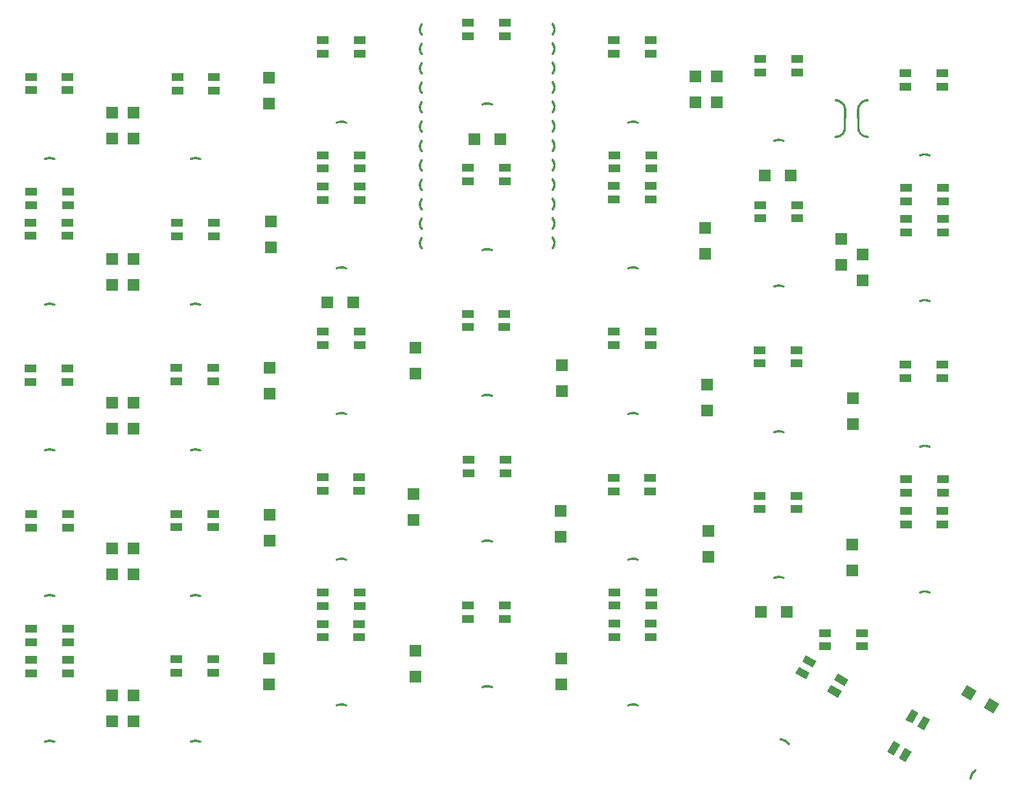
<source format=gtp>
G04 #@! TF.GenerationSoftware,KiCad,Pcbnew,(5.1.10)-1*
G04 #@! TF.CreationDate,2022-02-03T22:34:05+03:00*
G04 #@! TF.ProjectId,Kapl,4b61706c-2e6b-4696-9361-645f70636258,rev?*
G04 #@! TF.SameCoordinates,Original*
G04 #@! TF.FileFunction,Paste,Top*
G04 #@! TF.FilePolarity,Positive*
%FSLAX46Y46*%
G04 Gerber Fmt 4.6, Leading zero omitted, Abs format (unit mm)*
G04 Created by KiCad (PCBNEW (5.1.10)-1) date 2022-02-03 22:34:05*
%MOMM*%
%LPD*%
G01*
G04 APERTURE LIST*
%ADD10R,1.524000X1.500000*%
%ADD11C,0.100000*%
%ADD12R,1.500000X1.524000*%
%ADD13R,1.600000X1.000000*%
G04 APERTURE END LIST*
D10*
X133871200Y-52755800D03*
X130471200Y-52755800D03*
D11*
G36*
X199092546Y-126538781D02*
G01*
X198342546Y-127837819D01*
X197022724Y-127075819D01*
X197772724Y-125776781D01*
X199092546Y-126538781D01*
G37*
G36*
X196148059Y-124838781D02*
G01*
X195398059Y-126137819D01*
X194078237Y-125375819D01*
X194828237Y-124076781D01*
X196148059Y-124838781D01*
G37*
D10*
X171323000Y-114554000D03*
X167923000Y-114554000D03*
D12*
X141859000Y-124016000D03*
X141859000Y-120616000D03*
X122809000Y-123025400D03*
X122809000Y-119625400D03*
X103632000Y-124016000D03*
X103632000Y-120616000D03*
X85979000Y-128842000D03*
X85979000Y-125442000D03*
X83185000Y-128842000D03*
X83185000Y-125442000D03*
X179832000Y-109157000D03*
X179832000Y-105757000D03*
X161036000Y-107379000D03*
X161036000Y-103979000D03*
X141732000Y-104712000D03*
X141732000Y-101312000D03*
X122555000Y-102553000D03*
X122555000Y-99153000D03*
X103759000Y-105220000D03*
X103759000Y-101820000D03*
X85979000Y-109665000D03*
X85979000Y-106265000D03*
X83185000Y-109665000D03*
X83185000Y-106265000D03*
X179959000Y-89980000D03*
X179959000Y-86580000D03*
X160909000Y-88232300D03*
X160909000Y-84832300D03*
X141938000Y-85662000D03*
X141938000Y-82262000D03*
X122809000Y-83376000D03*
X122809000Y-79976000D03*
X103759000Y-86043000D03*
X103759000Y-82643000D03*
X85979000Y-90615000D03*
X85979000Y-87215000D03*
X83185000Y-90615000D03*
X83185000Y-87215000D03*
X181229000Y-71184000D03*
X181229000Y-67784000D03*
X178435000Y-69152000D03*
X178435000Y-65752000D03*
X160655000Y-67755000D03*
X160655000Y-64355000D03*
D10*
X114643400Y-74066400D03*
X111243400Y-74066400D03*
D12*
X103886000Y-66866000D03*
X103886000Y-63466000D03*
X85981540Y-71819000D03*
X85981540Y-68419000D03*
X83185000Y-71819000D03*
X83185000Y-68419000D03*
D10*
X171818800Y-57477660D03*
X168418800Y-57477660D03*
D12*
X162179000Y-47943000D03*
X162179000Y-44543000D03*
X159385000Y-47943000D03*
X159385000Y-44543000D03*
X103632000Y-48070000D03*
X103632000Y-44670000D03*
X85979000Y-52642000D03*
X85979000Y-49242000D03*
X83185000Y-52642000D03*
X83185000Y-49242000D03*
D11*
G36*
X141107002Y-38359447D02*
G01*
X141106980Y-38365761D01*
X141101411Y-38471831D01*
X141101286Y-38473921D01*
X141100566Y-38480138D01*
X141099928Y-38486410D01*
X141084035Y-38591431D01*
X141083707Y-38593499D01*
X141082379Y-38599640D01*
X141081137Y-38605796D01*
X141055073Y-38708760D01*
X141055072Y-38708765D01*
X141055070Y-38708771D01*
X141054544Y-38710790D01*
X141052625Y-38716765D01*
X141050786Y-38722778D01*
X141014797Y-38822711D01*
X141014074Y-38824676D01*
X141011586Y-38830424D01*
X141009165Y-38836239D01*
X140963597Y-38932183D01*
X140962685Y-38934068D01*
X140959649Y-38939543D01*
X140956670Y-38945099D01*
X140901956Y-39036139D01*
X140900864Y-39037926D01*
X140898047Y-39042009D01*
X140895345Y-39046201D01*
X140855581Y-39101731D01*
X140854350Y-39103424D01*
X140845087Y-39114780D01*
X140834759Y-39125179D01*
X140823467Y-39134519D01*
X140811316Y-39142712D01*
X140798425Y-39149681D01*
X140784914Y-39155359D01*
X140770915Y-39159691D01*
X140756559Y-39162637D01*
X140741984Y-39164168D01*
X140727328Y-39164268D01*
X140712734Y-39162939D01*
X140698339Y-39160191D01*
X140684281Y-39156052D01*
X140670694Y-39150561D01*
X140657707Y-39143770D01*
X140645446Y-39135744D01*
X140634025Y-39126560D01*
X140623555Y-39116305D01*
X140614137Y-39105079D01*
X140605859Y-39092986D01*
X140598799Y-39080142D01*
X140593027Y-39066673D01*
X140588597Y-39052703D01*
X140585552Y-39038368D01*
X140583920Y-39023804D01*
X140583717Y-39009151D01*
X140584944Y-38994548D01*
X140587591Y-38980134D01*
X140591632Y-38966047D01*
X140597029Y-38952421D01*
X140603729Y-38939387D01*
X140611668Y-38927070D01*
X140647923Y-38876440D01*
X140695757Y-38796848D01*
X140735030Y-38714156D01*
X140766047Y-38628030D01*
X140788511Y-38539287D01*
X140802207Y-38448783D01*
X140807008Y-38357352D01*
X140802864Y-38265908D01*
X140789815Y-38175298D01*
X140767987Y-38086397D01*
X140737587Y-38000046D01*
X140698910Y-37917083D01*
X140652314Y-37838276D01*
X140593925Y-37758482D01*
X140592700Y-37756783D01*
X140584806Y-37744436D01*
X140578153Y-37731378D01*
X140572807Y-37717733D01*
X140568819Y-37703631D01*
X140566225Y-37689208D01*
X140565051Y-37674600D01*
X140565308Y-37659947D01*
X140566993Y-37645390D01*
X140570091Y-37631066D01*
X140574573Y-37617112D01*
X140580394Y-37603663D01*
X140587500Y-37590847D01*
X140595823Y-37578785D01*
X140605284Y-37567592D01*
X140615790Y-37557376D01*
X140627245Y-37548235D01*
X140639536Y-37540254D01*
X140652548Y-37533511D01*
X140666154Y-37528070D01*
X140680228Y-37523983D01*
X140694634Y-37521288D01*
X140709232Y-37520012D01*
X140723887Y-37520167D01*
X140738456Y-37521751D01*
X140752801Y-37524749D01*
X140766784Y-37529133D01*
X140780274Y-37534860D01*
X140793140Y-37541876D01*
X140805260Y-37550115D01*
X140816518Y-37559497D01*
X140826808Y-37569933D01*
X140836029Y-37581322D01*
X140898753Y-37667040D01*
X140899978Y-37668739D01*
X140903336Y-37673992D01*
X140906820Y-37679276D01*
X140960879Y-37770705D01*
X140961932Y-37772515D01*
X140964782Y-37778110D01*
X140967712Y-37783669D01*
X141012588Y-37879929D01*
X141012592Y-37879937D01*
X141012596Y-37879946D01*
X141013463Y-37881842D01*
X141015732Y-37887632D01*
X141018128Y-37893506D01*
X141053400Y-37993694D01*
X141054081Y-37995675D01*
X141055780Y-38001680D01*
X141057586Y-38007740D01*
X141082912Y-38110892D01*
X141083396Y-38112930D01*
X141084504Y-38119091D01*
X141085706Y-38125277D01*
X141100846Y-38230410D01*
X141101130Y-38232484D01*
X141101633Y-38238742D01*
X141102224Y-38245000D01*
X141107032Y-38351106D01*
X141107112Y-38353199D01*
X141107002Y-38359447D01*
G37*
G36*
X141107002Y-40899447D02*
G01*
X141106980Y-40905761D01*
X141101411Y-41011831D01*
X141101286Y-41013921D01*
X141100566Y-41020138D01*
X141099928Y-41026410D01*
X141084035Y-41131431D01*
X141083707Y-41133499D01*
X141082379Y-41139640D01*
X141081137Y-41145796D01*
X141055073Y-41248760D01*
X141055072Y-41248765D01*
X141055070Y-41248771D01*
X141054544Y-41250790D01*
X141052625Y-41256765D01*
X141050786Y-41262778D01*
X141014797Y-41362711D01*
X141014074Y-41364676D01*
X141011586Y-41370424D01*
X141009165Y-41376239D01*
X140963597Y-41472183D01*
X140962685Y-41474068D01*
X140959649Y-41479543D01*
X140956670Y-41485099D01*
X140901956Y-41576139D01*
X140900864Y-41577926D01*
X140898047Y-41582009D01*
X140895345Y-41586201D01*
X140855581Y-41641731D01*
X140854350Y-41643424D01*
X140845087Y-41654780D01*
X140834759Y-41665179D01*
X140823467Y-41674519D01*
X140811316Y-41682712D01*
X140798425Y-41689681D01*
X140784914Y-41695359D01*
X140770915Y-41699691D01*
X140756559Y-41702637D01*
X140741984Y-41704168D01*
X140727328Y-41704268D01*
X140712734Y-41702939D01*
X140698339Y-41700191D01*
X140684281Y-41696052D01*
X140670694Y-41690561D01*
X140657707Y-41683770D01*
X140645446Y-41675744D01*
X140634025Y-41666560D01*
X140623555Y-41656305D01*
X140614137Y-41645079D01*
X140605859Y-41632986D01*
X140598799Y-41620142D01*
X140593027Y-41606673D01*
X140588597Y-41592703D01*
X140585552Y-41578368D01*
X140583920Y-41563804D01*
X140583717Y-41549151D01*
X140584944Y-41534548D01*
X140587591Y-41520134D01*
X140591632Y-41506047D01*
X140597029Y-41492421D01*
X140603729Y-41479387D01*
X140611668Y-41467070D01*
X140647923Y-41416440D01*
X140695757Y-41336848D01*
X140735030Y-41254156D01*
X140766047Y-41168030D01*
X140788511Y-41079287D01*
X140802207Y-40988783D01*
X140807008Y-40897352D01*
X140802864Y-40805908D01*
X140789815Y-40715298D01*
X140767987Y-40626397D01*
X140737587Y-40540046D01*
X140698910Y-40457083D01*
X140652314Y-40378276D01*
X140593925Y-40298482D01*
X140592700Y-40296783D01*
X140584806Y-40284436D01*
X140578153Y-40271378D01*
X140572807Y-40257733D01*
X140568819Y-40243631D01*
X140566225Y-40229208D01*
X140565051Y-40214600D01*
X140565308Y-40199947D01*
X140566993Y-40185390D01*
X140570091Y-40171066D01*
X140574573Y-40157112D01*
X140580394Y-40143663D01*
X140587500Y-40130847D01*
X140595823Y-40118785D01*
X140605284Y-40107592D01*
X140615790Y-40097376D01*
X140627245Y-40088235D01*
X140639536Y-40080254D01*
X140652548Y-40073511D01*
X140666154Y-40068070D01*
X140680228Y-40063983D01*
X140694634Y-40061288D01*
X140709232Y-40060012D01*
X140723887Y-40060167D01*
X140738456Y-40061751D01*
X140752801Y-40064749D01*
X140766784Y-40069133D01*
X140780274Y-40074860D01*
X140793140Y-40081876D01*
X140805260Y-40090115D01*
X140816518Y-40099497D01*
X140826808Y-40109933D01*
X140836029Y-40121322D01*
X140898753Y-40207040D01*
X140899978Y-40208739D01*
X140903336Y-40213992D01*
X140906820Y-40219276D01*
X140960879Y-40310705D01*
X140961932Y-40312515D01*
X140964782Y-40318110D01*
X140967712Y-40323669D01*
X141012588Y-40419929D01*
X141012592Y-40419937D01*
X141012596Y-40419946D01*
X141013463Y-40421842D01*
X141015732Y-40427632D01*
X141018128Y-40433506D01*
X141053400Y-40533694D01*
X141054081Y-40535675D01*
X141055780Y-40541680D01*
X141057586Y-40547740D01*
X141082912Y-40650892D01*
X141083396Y-40652930D01*
X141084504Y-40659091D01*
X141085706Y-40665277D01*
X141100846Y-40770410D01*
X141101130Y-40772484D01*
X141101633Y-40778742D01*
X141102224Y-40785000D01*
X141107032Y-40891106D01*
X141107112Y-40893199D01*
X141107002Y-40899447D01*
G37*
G36*
X141107002Y-43439447D02*
G01*
X141106980Y-43445761D01*
X141101411Y-43551831D01*
X141101286Y-43553921D01*
X141100566Y-43560138D01*
X141099928Y-43566410D01*
X141084035Y-43671431D01*
X141083707Y-43673499D01*
X141082379Y-43679640D01*
X141081137Y-43685796D01*
X141055073Y-43788760D01*
X141055072Y-43788765D01*
X141055070Y-43788771D01*
X141054544Y-43790790D01*
X141052625Y-43796765D01*
X141050786Y-43802778D01*
X141014797Y-43902711D01*
X141014074Y-43904676D01*
X141011586Y-43910424D01*
X141009165Y-43916239D01*
X140963597Y-44012183D01*
X140962685Y-44014068D01*
X140959649Y-44019543D01*
X140956670Y-44025099D01*
X140901956Y-44116139D01*
X140900864Y-44117926D01*
X140898047Y-44122009D01*
X140895345Y-44126201D01*
X140855581Y-44181731D01*
X140854350Y-44183424D01*
X140845087Y-44194780D01*
X140834759Y-44205179D01*
X140823467Y-44214519D01*
X140811316Y-44222712D01*
X140798425Y-44229681D01*
X140784914Y-44235359D01*
X140770915Y-44239691D01*
X140756559Y-44242637D01*
X140741984Y-44244168D01*
X140727328Y-44244268D01*
X140712734Y-44242939D01*
X140698339Y-44240191D01*
X140684281Y-44236052D01*
X140670694Y-44230561D01*
X140657707Y-44223770D01*
X140645446Y-44215744D01*
X140634025Y-44206560D01*
X140623555Y-44196305D01*
X140614137Y-44185079D01*
X140605859Y-44172986D01*
X140598799Y-44160142D01*
X140593027Y-44146673D01*
X140588597Y-44132703D01*
X140585552Y-44118368D01*
X140583920Y-44103804D01*
X140583717Y-44089151D01*
X140584944Y-44074548D01*
X140587591Y-44060134D01*
X140591632Y-44046047D01*
X140597029Y-44032421D01*
X140603729Y-44019387D01*
X140611668Y-44007070D01*
X140647923Y-43956440D01*
X140695757Y-43876848D01*
X140735030Y-43794156D01*
X140766047Y-43708030D01*
X140788511Y-43619287D01*
X140802207Y-43528783D01*
X140807008Y-43437352D01*
X140802864Y-43345908D01*
X140789815Y-43255298D01*
X140767987Y-43166397D01*
X140737587Y-43080046D01*
X140698910Y-42997083D01*
X140652314Y-42918276D01*
X140593925Y-42838482D01*
X140592700Y-42836783D01*
X140584806Y-42824436D01*
X140578153Y-42811378D01*
X140572807Y-42797733D01*
X140568819Y-42783631D01*
X140566225Y-42769208D01*
X140565051Y-42754600D01*
X140565308Y-42739947D01*
X140566993Y-42725390D01*
X140570091Y-42711066D01*
X140574573Y-42697112D01*
X140580394Y-42683663D01*
X140587500Y-42670847D01*
X140595823Y-42658785D01*
X140605284Y-42647592D01*
X140615790Y-42637376D01*
X140627245Y-42628235D01*
X140639536Y-42620254D01*
X140652548Y-42613511D01*
X140666154Y-42608070D01*
X140680228Y-42603983D01*
X140694634Y-42601288D01*
X140709232Y-42600012D01*
X140723887Y-42600167D01*
X140738456Y-42601751D01*
X140752801Y-42604749D01*
X140766784Y-42609133D01*
X140780274Y-42614860D01*
X140793140Y-42621876D01*
X140805260Y-42630115D01*
X140816518Y-42639497D01*
X140826808Y-42649933D01*
X140836029Y-42661322D01*
X140898753Y-42747040D01*
X140899978Y-42748739D01*
X140903336Y-42753992D01*
X140906820Y-42759276D01*
X140960879Y-42850705D01*
X140961932Y-42852515D01*
X140964782Y-42858110D01*
X140967712Y-42863669D01*
X141012588Y-42959929D01*
X141012592Y-42959937D01*
X141012596Y-42959946D01*
X141013463Y-42961842D01*
X141015732Y-42967632D01*
X141018128Y-42973506D01*
X141053400Y-43073694D01*
X141054081Y-43075675D01*
X141055780Y-43081680D01*
X141057586Y-43087740D01*
X141082912Y-43190892D01*
X141083396Y-43192930D01*
X141084504Y-43199091D01*
X141085706Y-43205277D01*
X141100846Y-43310410D01*
X141101130Y-43312484D01*
X141101633Y-43318742D01*
X141102224Y-43325000D01*
X141107032Y-43431106D01*
X141107112Y-43433199D01*
X141107002Y-43439447D01*
G37*
G36*
X141107002Y-45979447D02*
G01*
X141106980Y-45985761D01*
X141101411Y-46091831D01*
X141101286Y-46093921D01*
X141100566Y-46100138D01*
X141099928Y-46106410D01*
X141084035Y-46211431D01*
X141083707Y-46213499D01*
X141082379Y-46219640D01*
X141081137Y-46225796D01*
X141055073Y-46328760D01*
X141055072Y-46328765D01*
X141055070Y-46328771D01*
X141054544Y-46330790D01*
X141052625Y-46336765D01*
X141050786Y-46342778D01*
X141014797Y-46442711D01*
X141014074Y-46444676D01*
X141011586Y-46450424D01*
X141009165Y-46456239D01*
X140963597Y-46552183D01*
X140962685Y-46554068D01*
X140959649Y-46559543D01*
X140956670Y-46565099D01*
X140901956Y-46656139D01*
X140900864Y-46657926D01*
X140898047Y-46662009D01*
X140895345Y-46666201D01*
X140855581Y-46721731D01*
X140854350Y-46723424D01*
X140845087Y-46734780D01*
X140834759Y-46745179D01*
X140823467Y-46754519D01*
X140811316Y-46762712D01*
X140798425Y-46769681D01*
X140784914Y-46775359D01*
X140770915Y-46779691D01*
X140756559Y-46782637D01*
X140741984Y-46784168D01*
X140727328Y-46784268D01*
X140712734Y-46782939D01*
X140698339Y-46780191D01*
X140684281Y-46776052D01*
X140670694Y-46770561D01*
X140657707Y-46763770D01*
X140645446Y-46755744D01*
X140634025Y-46746560D01*
X140623555Y-46736305D01*
X140614137Y-46725079D01*
X140605859Y-46712986D01*
X140598799Y-46700142D01*
X140593027Y-46686673D01*
X140588597Y-46672703D01*
X140585552Y-46658368D01*
X140583920Y-46643804D01*
X140583717Y-46629151D01*
X140584944Y-46614548D01*
X140587591Y-46600134D01*
X140591632Y-46586047D01*
X140597029Y-46572421D01*
X140603729Y-46559387D01*
X140611668Y-46547070D01*
X140647923Y-46496440D01*
X140695757Y-46416848D01*
X140735030Y-46334156D01*
X140766047Y-46248030D01*
X140788511Y-46159287D01*
X140802207Y-46068783D01*
X140807008Y-45977352D01*
X140802864Y-45885908D01*
X140789815Y-45795298D01*
X140767987Y-45706397D01*
X140737587Y-45620046D01*
X140698910Y-45537083D01*
X140652314Y-45458276D01*
X140593925Y-45378482D01*
X140592700Y-45376783D01*
X140584806Y-45364436D01*
X140578153Y-45351378D01*
X140572807Y-45337733D01*
X140568819Y-45323631D01*
X140566225Y-45309208D01*
X140565051Y-45294600D01*
X140565308Y-45279947D01*
X140566993Y-45265390D01*
X140570091Y-45251066D01*
X140574573Y-45237112D01*
X140580394Y-45223663D01*
X140587500Y-45210847D01*
X140595823Y-45198785D01*
X140605284Y-45187592D01*
X140615790Y-45177376D01*
X140627245Y-45168235D01*
X140639536Y-45160254D01*
X140652548Y-45153511D01*
X140666154Y-45148070D01*
X140680228Y-45143983D01*
X140694634Y-45141288D01*
X140709232Y-45140012D01*
X140723887Y-45140167D01*
X140738456Y-45141751D01*
X140752801Y-45144749D01*
X140766784Y-45149133D01*
X140780274Y-45154860D01*
X140793140Y-45161876D01*
X140805260Y-45170115D01*
X140816518Y-45179497D01*
X140826808Y-45189933D01*
X140836029Y-45201322D01*
X140898753Y-45287040D01*
X140899978Y-45288739D01*
X140903336Y-45293992D01*
X140906820Y-45299276D01*
X140960879Y-45390705D01*
X140961932Y-45392515D01*
X140964782Y-45398110D01*
X140967712Y-45403669D01*
X141012588Y-45499929D01*
X141012592Y-45499937D01*
X141012596Y-45499946D01*
X141013463Y-45501842D01*
X141015732Y-45507632D01*
X141018128Y-45513506D01*
X141053400Y-45613694D01*
X141054081Y-45615675D01*
X141055780Y-45621680D01*
X141057586Y-45627740D01*
X141082912Y-45730892D01*
X141083396Y-45732930D01*
X141084504Y-45739091D01*
X141085706Y-45745277D01*
X141100846Y-45850410D01*
X141101130Y-45852484D01*
X141101633Y-45858742D01*
X141102224Y-45865000D01*
X141107032Y-45971106D01*
X141107112Y-45973199D01*
X141107002Y-45979447D01*
G37*
G36*
X141107002Y-48519447D02*
G01*
X141106980Y-48525761D01*
X141101411Y-48631831D01*
X141101286Y-48633921D01*
X141100566Y-48640138D01*
X141099928Y-48646410D01*
X141084035Y-48751431D01*
X141083707Y-48753499D01*
X141082379Y-48759640D01*
X141081137Y-48765796D01*
X141055073Y-48868760D01*
X141055072Y-48868765D01*
X141055070Y-48868771D01*
X141054544Y-48870790D01*
X141052625Y-48876765D01*
X141050786Y-48882778D01*
X141014797Y-48982711D01*
X141014074Y-48984676D01*
X141011586Y-48990424D01*
X141009165Y-48996239D01*
X140963597Y-49092183D01*
X140962685Y-49094068D01*
X140959649Y-49099543D01*
X140956670Y-49105099D01*
X140901956Y-49196139D01*
X140900864Y-49197926D01*
X140898047Y-49202009D01*
X140895345Y-49206201D01*
X140855581Y-49261731D01*
X140854350Y-49263424D01*
X140845087Y-49274780D01*
X140834759Y-49285179D01*
X140823467Y-49294519D01*
X140811316Y-49302712D01*
X140798425Y-49309681D01*
X140784914Y-49315359D01*
X140770915Y-49319691D01*
X140756559Y-49322637D01*
X140741984Y-49324168D01*
X140727328Y-49324268D01*
X140712734Y-49322939D01*
X140698339Y-49320191D01*
X140684281Y-49316052D01*
X140670694Y-49310561D01*
X140657707Y-49303770D01*
X140645446Y-49295744D01*
X140634025Y-49286560D01*
X140623555Y-49276305D01*
X140614137Y-49265079D01*
X140605859Y-49252986D01*
X140598799Y-49240142D01*
X140593027Y-49226673D01*
X140588597Y-49212703D01*
X140585552Y-49198368D01*
X140583920Y-49183804D01*
X140583717Y-49169151D01*
X140584944Y-49154548D01*
X140587591Y-49140134D01*
X140591632Y-49126047D01*
X140597029Y-49112421D01*
X140603729Y-49099387D01*
X140611668Y-49087070D01*
X140647923Y-49036440D01*
X140695757Y-48956848D01*
X140735030Y-48874156D01*
X140766047Y-48788030D01*
X140788511Y-48699287D01*
X140802207Y-48608783D01*
X140807008Y-48517352D01*
X140802864Y-48425908D01*
X140789815Y-48335298D01*
X140767987Y-48246397D01*
X140737587Y-48160046D01*
X140698910Y-48077083D01*
X140652314Y-47998276D01*
X140593925Y-47918482D01*
X140592700Y-47916783D01*
X140584806Y-47904436D01*
X140578153Y-47891378D01*
X140572807Y-47877733D01*
X140568819Y-47863631D01*
X140566225Y-47849208D01*
X140565051Y-47834600D01*
X140565308Y-47819947D01*
X140566993Y-47805390D01*
X140570091Y-47791066D01*
X140574573Y-47777112D01*
X140580394Y-47763663D01*
X140587500Y-47750847D01*
X140595823Y-47738785D01*
X140605284Y-47727592D01*
X140615790Y-47717376D01*
X140627245Y-47708235D01*
X140639536Y-47700254D01*
X140652548Y-47693511D01*
X140666154Y-47688070D01*
X140680228Y-47683983D01*
X140694634Y-47681288D01*
X140709232Y-47680012D01*
X140723887Y-47680167D01*
X140738456Y-47681751D01*
X140752801Y-47684749D01*
X140766784Y-47689133D01*
X140780274Y-47694860D01*
X140793140Y-47701876D01*
X140805260Y-47710115D01*
X140816518Y-47719497D01*
X140826808Y-47729933D01*
X140836029Y-47741322D01*
X140898753Y-47827040D01*
X140899978Y-47828739D01*
X140903336Y-47833992D01*
X140906820Y-47839276D01*
X140960879Y-47930705D01*
X140961932Y-47932515D01*
X140964782Y-47938110D01*
X140967712Y-47943669D01*
X141012588Y-48039929D01*
X141012592Y-48039937D01*
X141012596Y-48039946D01*
X141013463Y-48041842D01*
X141015732Y-48047632D01*
X141018128Y-48053506D01*
X141053400Y-48153694D01*
X141054081Y-48155675D01*
X141055780Y-48161680D01*
X141057586Y-48167740D01*
X141082912Y-48270892D01*
X141083396Y-48272930D01*
X141084504Y-48279091D01*
X141085706Y-48285277D01*
X141100846Y-48390410D01*
X141101130Y-48392484D01*
X141101633Y-48398742D01*
X141102224Y-48405000D01*
X141107032Y-48511106D01*
X141107112Y-48513199D01*
X141107002Y-48519447D01*
G37*
G36*
X141107002Y-51059447D02*
G01*
X141106980Y-51065761D01*
X141101411Y-51171831D01*
X141101286Y-51173921D01*
X141100566Y-51180138D01*
X141099928Y-51186410D01*
X141084035Y-51291431D01*
X141083707Y-51293499D01*
X141082379Y-51299640D01*
X141081137Y-51305796D01*
X141055073Y-51408760D01*
X141055072Y-51408765D01*
X141055070Y-51408771D01*
X141054544Y-51410790D01*
X141052625Y-51416765D01*
X141050786Y-51422778D01*
X141014797Y-51522711D01*
X141014074Y-51524676D01*
X141011586Y-51530424D01*
X141009165Y-51536239D01*
X140963597Y-51632183D01*
X140962685Y-51634068D01*
X140959649Y-51639543D01*
X140956670Y-51645099D01*
X140901956Y-51736139D01*
X140900864Y-51737926D01*
X140898047Y-51742009D01*
X140895345Y-51746201D01*
X140855581Y-51801731D01*
X140854350Y-51803424D01*
X140845087Y-51814780D01*
X140834759Y-51825179D01*
X140823467Y-51834519D01*
X140811316Y-51842712D01*
X140798425Y-51849681D01*
X140784914Y-51855359D01*
X140770915Y-51859691D01*
X140756559Y-51862637D01*
X140741984Y-51864168D01*
X140727328Y-51864268D01*
X140712734Y-51862939D01*
X140698339Y-51860191D01*
X140684281Y-51856052D01*
X140670694Y-51850561D01*
X140657707Y-51843770D01*
X140645446Y-51835744D01*
X140634025Y-51826560D01*
X140623555Y-51816305D01*
X140614137Y-51805079D01*
X140605859Y-51792986D01*
X140598799Y-51780142D01*
X140593027Y-51766673D01*
X140588597Y-51752703D01*
X140585552Y-51738368D01*
X140583920Y-51723804D01*
X140583717Y-51709151D01*
X140584944Y-51694548D01*
X140587591Y-51680134D01*
X140591632Y-51666047D01*
X140597029Y-51652421D01*
X140603729Y-51639387D01*
X140611668Y-51627070D01*
X140647923Y-51576440D01*
X140695757Y-51496848D01*
X140735030Y-51414156D01*
X140766047Y-51328030D01*
X140788511Y-51239287D01*
X140802207Y-51148783D01*
X140807008Y-51057352D01*
X140802864Y-50965908D01*
X140789815Y-50875298D01*
X140767987Y-50786397D01*
X140737587Y-50700046D01*
X140698910Y-50617083D01*
X140652314Y-50538276D01*
X140593925Y-50458482D01*
X140592700Y-50456783D01*
X140584806Y-50444436D01*
X140578153Y-50431378D01*
X140572807Y-50417733D01*
X140568819Y-50403631D01*
X140566225Y-50389208D01*
X140565051Y-50374600D01*
X140565308Y-50359947D01*
X140566993Y-50345390D01*
X140570091Y-50331066D01*
X140574573Y-50317112D01*
X140580394Y-50303663D01*
X140587500Y-50290847D01*
X140595823Y-50278785D01*
X140605284Y-50267592D01*
X140615790Y-50257376D01*
X140627245Y-50248235D01*
X140639536Y-50240254D01*
X140652548Y-50233511D01*
X140666154Y-50228070D01*
X140680228Y-50223983D01*
X140694634Y-50221288D01*
X140709232Y-50220012D01*
X140723887Y-50220167D01*
X140738456Y-50221751D01*
X140752801Y-50224749D01*
X140766784Y-50229133D01*
X140780274Y-50234860D01*
X140793140Y-50241876D01*
X140805260Y-50250115D01*
X140816518Y-50259497D01*
X140826808Y-50269933D01*
X140836029Y-50281322D01*
X140898753Y-50367040D01*
X140899978Y-50368739D01*
X140903336Y-50373992D01*
X140906820Y-50379276D01*
X140960879Y-50470705D01*
X140961932Y-50472515D01*
X140964782Y-50478110D01*
X140967712Y-50483669D01*
X141012588Y-50579929D01*
X141012592Y-50579937D01*
X141012596Y-50579946D01*
X141013463Y-50581842D01*
X141015732Y-50587632D01*
X141018128Y-50593506D01*
X141053400Y-50693694D01*
X141054081Y-50695675D01*
X141055780Y-50701680D01*
X141057586Y-50707740D01*
X141082912Y-50810892D01*
X141083396Y-50812930D01*
X141084504Y-50819091D01*
X141085706Y-50825277D01*
X141100846Y-50930410D01*
X141101130Y-50932484D01*
X141101633Y-50938742D01*
X141102224Y-50945000D01*
X141107032Y-51051106D01*
X141107112Y-51053199D01*
X141107002Y-51059447D01*
G37*
G36*
X141107002Y-53599447D02*
G01*
X141106980Y-53605761D01*
X141101411Y-53711831D01*
X141101286Y-53713921D01*
X141100566Y-53720138D01*
X141099928Y-53726410D01*
X141084035Y-53831431D01*
X141083707Y-53833499D01*
X141082379Y-53839640D01*
X141081137Y-53845796D01*
X141055073Y-53948760D01*
X141055072Y-53948765D01*
X141055070Y-53948771D01*
X141054544Y-53950790D01*
X141052625Y-53956765D01*
X141050786Y-53962778D01*
X141014797Y-54062711D01*
X141014074Y-54064676D01*
X141011586Y-54070424D01*
X141009165Y-54076239D01*
X140963597Y-54172183D01*
X140962685Y-54174068D01*
X140959649Y-54179543D01*
X140956670Y-54185099D01*
X140901956Y-54276139D01*
X140900864Y-54277926D01*
X140898047Y-54282009D01*
X140895345Y-54286201D01*
X140855581Y-54341731D01*
X140854350Y-54343424D01*
X140845087Y-54354780D01*
X140834759Y-54365179D01*
X140823467Y-54374519D01*
X140811316Y-54382712D01*
X140798425Y-54389681D01*
X140784914Y-54395359D01*
X140770915Y-54399691D01*
X140756559Y-54402637D01*
X140741984Y-54404168D01*
X140727328Y-54404268D01*
X140712734Y-54402939D01*
X140698339Y-54400191D01*
X140684281Y-54396052D01*
X140670694Y-54390561D01*
X140657707Y-54383770D01*
X140645446Y-54375744D01*
X140634025Y-54366560D01*
X140623555Y-54356305D01*
X140614137Y-54345079D01*
X140605859Y-54332986D01*
X140598799Y-54320142D01*
X140593027Y-54306673D01*
X140588597Y-54292703D01*
X140585552Y-54278368D01*
X140583920Y-54263804D01*
X140583717Y-54249151D01*
X140584944Y-54234548D01*
X140587591Y-54220134D01*
X140591632Y-54206047D01*
X140597029Y-54192421D01*
X140603729Y-54179387D01*
X140611668Y-54167070D01*
X140647923Y-54116440D01*
X140695757Y-54036848D01*
X140735030Y-53954156D01*
X140766047Y-53868030D01*
X140788511Y-53779287D01*
X140802207Y-53688783D01*
X140807008Y-53597352D01*
X140802864Y-53505908D01*
X140789815Y-53415298D01*
X140767987Y-53326397D01*
X140737587Y-53240046D01*
X140698910Y-53157083D01*
X140652314Y-53078276D01*
X140593925Y-52998482D01*
X140592700Y-52996783D01*
X140584806Y-52984436D01*
X140578153Y-52971378D01*
X140572807Y-52957733D01*
X140568819Y-52943631D01*
X140566225Y-52929208D01*
X140565051Y-52914600D01*
X140565308Y-52899947D01*
X140566993Y-52885390D01*
X140570091Y-52871066D01*
X140574573Y-52857112D01*
X140580394Y-52843663D01*
X140587500Y-52830847D01*
X140595823Y-52818785D01*
X140605284Y-52807592D01*
X140615790Y-52797376D01*
X140627245Y-52788235D01*
X140639536Y-52780254D01*
X140652548Y-52773511D01*
X140666154Y-52768070D01*
X140680228Y-52763983D01*
X140694634Y-52761288D01*
X140709232Y-52760012D01*
X140723887Y-52760167D01*
X140738456Y-52761751D01*
X140752801Y-52764749D01*
X140766784Y-52769133D01*
X140780274Y-52774860D01*
X140793140Y-52781876D01*
X140805260Y-52790115D01*
X140816518Y-52799497D01*
X140826808Y-52809933D01*
X140836029Y-52821322D01*
X140898753Y-52907040D01*
X140899978Y-52908739D01*
X140903336Y-52913992D01*
X140906820Y-52919276D01*
X140960879Y-53010705D01*
X140961932Y-53012515D01*
X140964782Y-53018110D01*
X140967712Y-53023669D01*
X141012588Y-53119929D01*
X141012592Y-53119937D01*
X141012596Y-53119946D01*
X141013463Y-53121842D01*
X141015732Y-53127632D01*
X141018128Y-53133506D01*
X141053400Y-53233694D01*
X141054081Y-53235675D01*
X141055780Y-53241680D01*
X141057586Y-53247740D01*
X141082912Y-53350892D01*
X141083396Y-53352930D01*
X141084504Y-53359091D01*
X141085706Y-53365277D01*
X141100846Y-53470410D01*
X141101130Y-53472484D01*
X141101633Y-53478742D01*
X141102224Y-53485000D01*
X141107032Y-53591106D01*
X141107112Y-53593199D01*
X141107002Y-53599447D01*
G37*
G36*
X141107002Y-56139447D02*
G01*
X141106980Y-56145761D01*
X141101411Y-56251831D01*
X141101286Y-56253921D01*
X141100566Y-56260138D01*
X141099928Y-56266410D01*
X141084035Y-56371431D01*
X141083707Y-56373499D01*
X141082379Y-56379640D01*
X141081137Y-56385796D01*
X141055073Y-56488760D01*
X141055072Y-56488765D01*
X141055070Y-56488771D01*
X141054544Y-56490790D01*
X141052625Y-56496765D01*
X141050786Y-56502778D01*
X141014797Y-56602711D01*
X141014074Y-56604676D01*
X141011586Y-56610424D01*
X141009165Y-56616239D01*
X140963597Y-56712183D01*
X140962685Y-56714068D01*
X140959649Y-56719543D01*
X140956670Y-56725099D01*
X140901956Y-56816139D01*
X140900864Y-56817926D01*
X140898047Y-56822009D01*
X140895345Y-56826201D01*
X140855581Y-56881731D01*
X140854350Y-56883424D01*
X140845087Y-56894780D01*
X140834759Y-56905179D01*
X140823467Y-56914519D01*
X140811316Y-56922712D01*
X140798425Y-56929681D01*
X140784914Y-56935359D01*
X140770915Y-56939691D01*
X140756559Y-56942637D01*
X140741984Y-56944168D01*
X140727328Y-56944268D01*
X140712734Y-56942939D01*
X140698339Y-56940191D01*
X140684281Y-56936052D01*
X140670694Y-56930561D01*
X140657707Y-56923770D01*
X140645446Y-56915744D01*
X140634025Y-56906560D01*
X140623555Y-56896305D01*
X140614137Y-56885079D01*
X140605859Y-56872986D01*
X140598799Y-56860142D01*
X140593027Y-56846673D01*
X140588597Y-56832703D01*
X140585552Y-56818368D01*
X140583920Y-56803804D01*
X140583717Y-56789151D01*
X140584944Y-56774548D01*
X140587591Y-56760134D01*
X140591632Y-56746047D01*
X140597029Y-56732421D01*
X140603729Y-56719387D01*
X140611668Y-56707070D01*
X140647923Y-56656440D01*
X140695757Y-56576848D01*
X140735030Y-56494156D01*
X140766047Y-56408030D01*
X140788511Y-56319287D01*
X140802207Y-56228783D01*
X140807008Y-56137352D01*
X140802864Y-56045908D01*
X140789815Y-55955298D01*
X140767987Y-55866397D01*
X140737587Y-55780046D01*
X140698910Y-55697083D01*
X140652314Y-55618276D01*
X140593925Y-55538482D01*
X140592700Y-55536783D01*
X140584806Y-55524436D01*
X140578153Y-55511378D01*
X140572807Y-55497733D01*
X140568819Y-55483631D01*
X140566225Y-55469208D01*
X140565051Y-55454600D01*
X140565308Y-55439947D01*
X140566993Y-55425390D01*
X140570091Y-55411066D01*
X140574573Y-55397112D01*
X140580394Y-55383663D01*
X140587500Y-55370847D01*
X140595823Y-55358785D01*
X140605284Y-55347592D01*
X140615790Y-55337376D01*
X140627245Y-55328235D01*
X140639536Y-55320254D01*
X140652548Y-55313511D01*
X140666154Y-55308070D01*
X140680228Y-55303983D01*
X140694634Y-55301288D01*
X140709232Y-55300012D01*
X140723887Y-55300167D01*
X140738456Y-55301751D01*
X140752801Y-55304749D01*
X140766784Y-55309133D01*
X140780274Y-55314860D01*
X140793140Y-55321876D01*
X140805260Y-55330115D01*
X140816518Y-55339497D01*
X140826808Y-55349933D01*
X140836029Y-55361322D01*
X140898753Y-55447040D01*
X140899978Y-55448739D01*
X140903336Y-55453992D01*
X140906820Y-55459276D01*
X140960879Y-55550705D01*
X140961932Y-55552515D01*
X140964782Y-55558110D01*
X140967712Y-55563669D01*
X141012588Y-55659929D01*
X141012592Y-55659937D01*
X141012596Y-55659946D01*
X141013463Y-55661842D01*
X141015732Y-55667632D01*
X141018128Y-55673506D01*
X141053400Y-55773694D01*
X141054081Y-55775675D01*
X141055780Y-55781680D01*
X141057586Y-55787740D01*
X141082912Y-55890892D01*
X141083396Y-55892930D01*
X141084504Y-55899091D01*
X141085706Y-55905277D01*
X141100846Y-56010410D01*
X141101130Y-56012484D01*
X141101633Y-56018742D01*
X141102224Y-56025000D01*
X141107032Y-56131106D01*
X141107112Y-56133199D01*
X141107002Y-56139447D01*
G37*
G36*
X141107002Y-58679447D02*
G01*
X141106980Y-58685761D01*
X141101411Y-58791831D01*
X141101286Y-58793921D01*
X141100566Y-58800138D01*
X141099928Y-58806410D01*
X141084035Y-58911431D01*
X141083707Y-58913499D01*
X141082379Y-58919640D01*
X141081137Y-58925796D01*
X141055073Y-59028760D01*
X141055072Y-59028765D01*
X141055070Y-59028771D01*
X141054544Y-59030790D01*
X141052625Y-59036765D01*
X141050786Y-59042778D01*
X141014797Y-59142711D01*
X141014074Y-59144676D01*
X141011586Y-59150424D01*
X141009165Y-59156239D01*
X140963597Y-59252183D01*
X140962685Y-59254068D01*
X140959649Y-59259543D01*
X140956670Y-59265099D01*
X140901956Y-59356139D01*
X140900864Y-59357926D01*
X140898047Y-59362009D01*
X140895345Y-59366201D01*
X140855581Y-59421731D01*
X140854350Y-59423424D01*
X140845087Y-59434780D01*
X140834759Y-59445179D01*
X140823467Y-59454519D01*
X140811316Y-59462712D01*
X140798425Y-59469681D01*
X140784914Y-59475359D01*
X140770915Y-59479691D01*
X140756559Y-59482637D01*
X140741984Y-59484168D01*
X140727328Y-59484268D01*
X140712734Y-59482939D01*
X140698339Y-59480191D01*
X140684281Y-59476052D01*
X140670694Y-59470561D01*
X140657707Y-59463770D01*
X140645446Y-59455744D01*
X140634025Y-59446560D01*
X140623555Y-59436305D01*
X140614137Y-59425079D01*
X140605859Y-59412986D01*
X140598799Y-59400142D01*
X140593027Y-59386673D01*
X140588597Y-59372703D01*
X140585552Y-59358368D01*
X140583920Y-59343804D01*
X140583717Y-59329151D01*
X140584944Y-59314548D01*
X140587591Y-59300134D01*
X140591632Y-59286047D01*
X140597029Y-59272421D01*
X140603729Y-59259387D01*
X140611668Y-59247070D01*
X140647923Y-59196440D01*
X140695757Y-59116848D01*
X140735030Y-59034156D01*
X140766047Y-58948030D01*
X140788511Y-58859287D01*
X140802207Y-58768783D01*
X140807008Y-58677352D01*
X140802864Y-58585908D01*
X140789815Y-58495298D01*
X140767987Y-58406397D01*
X140737587Y-58320046D01*
X140698910Y-58237083D01*
X140652314Y-58158276D01*
X140593925Y-58078482D01*
X140592700Y-58076783D01*
X140584806Y-58064436D01*
X140578153Y-58051378D01*
X140572807Y-58037733D01*
X140568819Y-58023631D01*
X140566225Y-58009208D01*
X140565051Y-57994600D01*
X140565308Y-57979947D01*
X140566993Y-57965390D01*
X140570091Y-57951066D01*
X140574573Y-57937112D01*
X140580394Y-57923663D01*
X140587500Y-57910847D01*
X140595823Y-57898785D01*
X140605284Y-57887592D01*
X140615790Y-57877376D01*
X140627245Y-57868235D01*
X140639536Y-57860254D01*
X140652548Y-57853511D01*
X140666154Y-57848070D01*
X140680228Y-57843983D01*
X140694634Y-57841288D01*
X140709232Y-57840012D01*
X140723887Y-57840167D01*
X140738456Y-57841751D01*
X140752801Y-57844749D01*
X140766784Y-57849133D01*
X140780274Y-57854860D01*
X140793140Y-57861876D01*
X140805260Y-57870115D01*
X140816518Y-57879497D01*
X140826808Y-57889933D01*
X140836029Y-57901322D01*
X140898753Y-57987040D01*
X140899978Y-57988739D01*
X140903336Y-57993992D01*
X140906820Y-57999276D01*
X140960879Y-58090705D01*
X140961932Y-58092515D01*
X140964782Y-58098110D01*
X140967712Y-58103669D01*
X141012588Y-58199929D01*
X141012592Y-58199937D01*
X141012596Y-58199946D01*
X141013463Y-58201842D01*
X141015732Y-58207632D01*
X141018128Y-58213506D01*
X141053400Y-58313694D01*
X141054081Y-58315675D01*
X141055780Y-58321680D01*
X141057586Y-58327740D01*
X141082912Y-58430892D01*
X141083396Y-58432930D01*
X141084504Y-58439091D01*
X141085706Y-58445277D01*
X141100846Y-58550410D01*
X141101130Y-58552484D01*
X141101633Y-58558742D01*
X141102224Y-58565000D01*
X141107032Y-58671106D01*
X141107112Y-58673199D01*
X141107002Y-58679447D01*
G37*
G36*
X141107002Y-61219447D02*
G01*
X141106980Y-61225761D01*
X141101411Y-61331831D01*
X141101286Y-61333921D01*
X141100566Y-61340138D01*
X141099928Y-61346410D01*
X141084035Y-61451431D01*
X141083707Y-61453499D01*
X141082379Y-61459640D01*
X141081137Y-61465796D01*
X141055073Y-61568760D01*
X141055072Y-61568765D01*
X141055070Y-61568771D01*
X141054544Y-61570790D01*
X141052625Y-61576765D01*
X141050786Y-61582778D01*
X141014797Y-61682711D01*
X141014074Y-61684676D01*
X141011586Y-61690424D01*
X141009165Y-61696239D01*
X140963597Y-61792183D01*
X140962685Y-61794068D01*
X140959649Y-61799543D01*
X140956670Y-61805099D01*
X140901956Y-61896139D01*
X140900864Y-61897926D01*
X140898047Y-61902009D01*
X140895345Y-61906201D01*
X140855581Y-61961731D01*
X140854350Y-61963424D01*
X140845087Y-61974780D01*
X140834759Y-61985179D01*
X140823467Y-61994519D01*
X140811316Y-62002712D01*
X140798425Y-62009681D01*
X140784914Y-62015359D01*
X140770915Y-62019691D01*
X140756559Y-62022637D01*
X140741984Y-62024168D01*
X140727328Y-62024268D01*
X140712734Y-62022939D01*
X140698339Y-62020191D01*
X140684281Y-62016052D01*
X140670694Y-62010561D01*
X140657707Y-62003770D01*
X140645446Y-61995744D01*
X140634025Y-61986560D01*
X140623555Y-61976305D01*
X140614137Y-61965079D01*
X140605859Y-61952986D01*
X140598799Y-61940142D01*
X140593027Y-61926673D01*
X140588597Y-61912703D01*
X140585552Y-61898368D01*
X140583920Y-61883804D01*
X140583717Y-61869151D01*
X140584944Y-61854548D01*
X140587591Y-61840134D01*
X140591632Y-61826047D01*
X140597029Y-61812421D01*
X140603729Y-61799387D01*
X140611668Y-61787070D01*
X140647923Y-61736440D01*
X140695757Y-61656848D01*
X140735030Y-61574156D01*
X140766047Y-61488030D01*
X140788511Y-61399287D01*
X140802207Y-61308783D01*
X140807008Y-61217352D01*
X140802864Y-61125908D01*
X140789815Y-61035298D01*
X140767987Y-60946397D01*
X140737587Y-60860046D01*
X140698910Y-60777083D01*
X140652314Y-60698276D01*
X140593925Y-60618482D01*
X140592700Y-60616783D01*
X140584806Y-60604436D01*
X140578153Y-60591378D01*
X140572807Y-60577733D01*
X140568819Y-60563631D01*
X140566225Y-60549208D01*
X140565051Y-60534600D01*
X140565308Y-60519947D01*
X140566993Y-60505390D01*
X140570091Y-60491066D01*
X140574573Y-60477112D01*
X140580394Y-60463663D01*
X140587500Y-60450847D01*
X140595823Y-60438785D01*
X140605284Y-60427592D01*
X140615790Y-60417376D01*
X140627245Y-60408235D01*
X140639536Y-60400254D01*
X140652548Y-60393511D01*
X140666154Y-60388070D01*
X140680228Y-60383983D01*
X140694634Y-60381288D01*
X140709232Y-60380012D01*
X140723887Y-60380167D01*
X140738456Y-60381751D01*
X140752801Y-60384749D01*
X140766784Y-60389133D01*
X140780274Y-60394860D01*
X140793140Y-60401876D01*
X140805260Y-60410115D01*
X140816518Y-60419497D01*
X140826808Y-60429933D01*
X140836029Y-60441322D01*
X140898753Y-60527040D01*
X140899978Y-60528739D01*
X140903336Y-60533992D01*
X140906820Y-60539276D01*
X140960879Y-60630705D01*
X140961932Y-60632515D01*
X140964782Y-60638110D01*
X140967712Y-60643669D01*
X141012588Y-60739929D01*
X141012592Y-60739937D01*
X141012596Y-60739946D01*
X141013463Y-60741842D01*
X141015732Y-60747632D01*
X141018128Y-60753506D01*
X141053400Y-60853694D01*
X141054081Y-60855675D01*
X141055780Y-60861680D01*
X141057586Y-60867740D01*
X141082912Y-60970892D01*
X141083396Y-60972930D01*
X141084504Y-60979091D01*
X141085706Y-60985277D01*
X141100846Y-61090410D01*
X141101130Y-61092484D01*
X141101633Y-61098742D01*
X141102224Y-61105000D01*
X141107032Y-61211106D01*
X141107112Y-61213199D01*
X141107002Y-61219447D01*
G37*
G36*
X141107002Y-63759447D02*
G01*
X141106980Y-63765761D01*
X141101411Y-63871831D01*
X141101286Y-63873921D01*
X141100566Y-63880138D01*
X141099928Y-63886410D01*
X141084035Y-63991431D01*
X141083707Y-63993499D01*
X141082379Y-63999640D01*
X141081137Y-64005796D01*
X141055073Y-64108760D01*
X141055072Y-64108765D01*
X141055070Y-64108771D01*
X141054544Y-64110790D01*
X141052625Y-64116765D01*
X141050786Y-64122778D01*
X141014797Y-64222711D01*
X141014074Y-64224676D01*
X141011586Y-64230424D01*
X141009165Y-64236239D01*
X140963597Y-64332183D01*
X140962685Y-64334068D01*
X140959649Y-64339543D01*
X140956670Y-64345099D01*
X140901956Y-64436139D01*
X140900864Y-64437926D01*
X140898047Y-64442009D01*
X140895345Y-64446201D01*
X140855581Y-64501731D01*
X140854350Y-64503424D01*
X140845087Y-64514780D01*
X140834759Y-64525179D01*
X140823467Y-64534519D01*
X140811316Y-64542712D01*
X140798425Y-64549681D01*
X140784914Y-64555359D01*
X140770915Y-64559691D01*
X140756559Y-64562637D01*
X140741984Y-64564168D01*
X140727328Y-64564268D01*
X140712734Y-64562939D01*
X140698339Y-64560191D01*
X140684281Y-64556052D01*
X140670694Y-64550561D01*
X140657707Y-64543770D01*
X140645446Y-64535744D01*
X140634025Y-64526560D01*
X140623555Y-64516305D01*
X140614137Y-64505079D01*
X140605859Y-64492986D01*
X140598799Y-64480142D01*
X140593027Y-64466673D01*
X140588597Y-64452703D01*
X140585552Y-64438368D01*
X140583920Y-64423804D01*
X140583717Y-64409151D01*
X140584944Y-64394548D01*
X140587591Y-64380134D01*
X140591632Y-64366047D01*
X140597029Y-64352421D01*
X140603729Y-64339387D01*
X140611668Y-64327070D01*
X140647923Y-64276440D01*
X140695757Y-64196848D01*
X140735030Y-64114156D01*
X140766047Y-64028030D01*
X140788511Y-63939287D01*
X140802207Y-63848783D01*
X140807008Y-63757352D01*
X140802864Y-63665908D01*
X140789815Y-63575298D01*
X140767987Y-63486397D01*
X140737587Y-63400046D01*
X140698910Y-63317083D01*
X140652314Y-63238276D01*
X140593925Y-63158482D01*
X140592700Y-63156783D01*
X140584806Y-63144436D01*
X140578153Y-63131378D01*
X140572807Y-63117733D01*
X140568819Y-63103631D01*
X140566225Y-63089208D01*
X140565051Y-63074600D01*
X140565308Y-63059947D01*
X140566993Y-63045390D01*
X140570091Y-63031066D01*
X140574573Y-63017112D01*
X140580394Y-63003663D01*
X140587500Y-62990847D01*
X140595823Y-62978785D01*
X140605284Y-62967592D01*
X140615790Y-62957376D01*
X140627245Y-62948235D01*
X140639536Y-62940254D01*
X140652548Y-62933511D01*
X140666154Y-62928070D01*
X140680228Y-62923983D01*
X140694634Y-62921288D01*
X140709232Y-62920012D01*
X140723887Y-62920167D01*
X140738456Y-62921751D01*
X140752801Y-62924749D01*
X140766784Y-62929133D01*
X140780274Y-62934860D01*
X140793140Y-62941876D01*
X140805260Y-62950115D01*
X140816518Y-62959497D01*
X140826808Y-62969933D01*
X140836029Y-62981322D01*
X140898753Y-63067040D01*
X140899978Y-63068739D01*
X140903336Y-63073992D01*
X140906820Y-63079276D01*
X140960879Y-63170705D01*
X140961932Y-63172515D01*
X140964782Y-63178110D01*
X140967712Y-63183669D01*
X141012588Y-63279929D01*
X141012592Y-63279937D01*
X141012596Y-63279946D01*
X141013463Y-63281842D01*
X141015732Y-63287632D01*
X141018128Y-63293506D01*
X141053400Y-63393694D01*
X141054081Y-63395675D01*
X141055780Y-63401680D01*
X141057586Y-63407740D01*
X141082912Y-63510892D01*
X141083396Y-63512930D01*
X141084504Y-63519091D01*
X141085706Y-63525277D01*
X141100846Y-63630410D01*
X141101130Y-63632484D01*
X141101633Y-63638742D01*
X141102224Y-63645000D01*
X141107032Y-63751106D01*
X141107112Y-63753199D01*
X141107002Y-63759447D01*
G37*
G36*
X123240648Y-66313953D02*
G01*
X123240670Y-66307639D01*
X123246239Y-66201569D01*
X123246364Y-66199479D01*
X123247084Y-66193262D01*
X123247722Y-66186990D01*
X123263615Y-66081969D01*
X123263943Y-66079901D01*
X123265271Y-66073760D01*
X123266513Y-66067604D01*
X123292577Y-65964640D01*
X123292578Y-65964635D01*
X123292580Y-65964629D01*
X123293106Y-65962610D01*
X123295025Y-65956635D01*
X123296864Y-65950622D01*
X123332853Y-65850689D01*
X123333576Y-65848724D01*
X123336064Y-65842976D01*
X123338485Y-65837161D01*
X123384053Y-65741217D01*
X123384965Y-65739332D01*
X123388001Y-65733857D01*
X123390980Y-65728301D01*
X123445694Y-65637261D01*
X123446786Y-65635474D01*
X123449603Y-65631391D01*
X123452305Y-65627199D01*
X123492069Y-65571669D01*
X123493300Y-65569976D01*
X123502563Y-65558620D01*
X123512891Y-65548221D01*
X123524183Y-65538881D01*
X123536334Y-65530688D01*
X123549225Y-65523719D01*
X123562736Y-65518041D01*
X123576735Y-65513709D01*
X123591091Y-65510763D01*
X123605666Y-65509232D01*
X123620322Y-65509132D01*
X123634916Y-65510461D01*
X123649311Y-65513209D01*
X123663369Y-65517348D01*
X123676956Y-65522839D01*
X123689943Y-65529630D01*
X123702204Y-65537656D01*
X123713625Y-65546840D01*
X123724095Y-65557095D01*
X123733513Y-65568321D01*
X123741791Y-65580414D01*
X123748851Y-65593258D01*
X123754623Y-65606727D01*
X123759053Y-65620697D01*
X123762098Y-65635032D01*
X123763730Y-65649596D01*
X123763933Y-65664249D01*
X123762706Y-65678852D01*
X123760059Y-65693266D01*
X123756018Y-65707353D01*
X123750621Y-65720979D01*
X123743921Y-65734013D01*
X123735982Y-65746330D01*
X123699727Y-65796960D01*
X123651893Y-65876552D01*
X123612620Y-65959244D01*
X123581603Y-66045370D01*
X123559139Y-66134113D01*
X123545443Y-66224617D01*
X123540642Y-66316048D01*
X123544786Y-66407492D01*
X123557835Y-66498102D01*
X123579663Y-66587003D01*
X123610063Y-66673354D01*
X123648740Y-66756317D01*
X123695336Y-66835124D01*
X123753725Y-66914918D01*
X123754950Y-66916617D01*
X123762844Y-66928964D01*
X123769497Y-66942022D01*
X123774843Y-66955667D01*
X123778831Y-66969769D01*
X123781425Y-66984192D01*
X123782599Y-66998800D01*
X123782342Y-67013453D01*
X123780657Y-67028010D01*
X123777559Y-67042334D01*
X123773077Y-67056288D01*
X123767256Y-67069737D01*
X123760150Y-67082553D01*
X123751827Y-67094615D01*
X123742366Y-67105808D01*
X123731860Y-67116024D01*
X123720405Y-67125165D01*
X123708114Y-67133146D01*
X123695102Y-67139889D01*
X123681496Y-67145330D01*
X123667422Y-67149417D01*
X123653016Y-67152112D01*
X123638418Y-67153388D01*
X123623763Y-67153233D01*
X123609194Y-67151649D01*
X123594849Y-67148651D01*
X123580866Y-67144267D01*
X123567376Y-67138540D01*
X123554510Y-67131524D01*
X123542390Y-67123285D01*
X123531132Y-67113903D01*
X123520842Y-67103467D01*
X123511621Y-67092078D01*
X123448897Y-67006360D01*
X123447672Y-67004661D01*
X123444314Y-66999408D01*
X123440830Y-66994124D01*
X123386771Y-66902695D01*
X123385718Y-66900885D01*
X123382868Y-66895290D01*
X123379938Y-66889731D01*
X123335062Y-66793471D01*
X123335058Y-66793463D01*
X123335054Y-66793454D01*
X123334187Y-66791558D01*
X123331918Y-66785768D01*
X123329522Y-66779894D01*
X123294250Y-66679706D01*
X123293569Y-66677725D01*
X123291870Y-66671720D01*
X123290064Y-66665660D01*
X123264738Y-66562508D01*
X123264254Y-66560470D01*
X123263146Y-66554309D01*
X123261944Y-66548123D01*
X123246804Y-66442990D01*
X123246520Y-66440916D01*
X123246017Y-66434658D01*
X123245426Y-66428400D01*
X123240618Y-66322294D01*
X123240538Y-66320201D01*
X123240648Y-66313953D01*
G37*
G36*
X123240648Y-63773953D02*
G01*
X123240670Y-63767639D01*
X123246239Y-63661569D01*
X123246364Y-63659479D01*
X123247084Y-63653262D01*
X123247722Y-63646990D01*
X123263615Y-63541969D01*
X123263943Y-63539901D01*
X123265271Y-63533760D01*
X123266513Y-63527604D01*
X123292577Y-63424640D01*
X123292578Y-63424635D01*
X123292580Y-63424629D01*
X123293106Y-63422610D01*
X123295025Y-63416635D01*
X123296864Y-63410622D01*
X123332853Y-63310689D01*
X123333576Y-63308724D01*
X123336064Y-63302976D01*
X123338485Y-63297161D01*
X123384053Y-63201217D01*
X123384965Y-63199332D01*
X123388001Y-63193857D01*
X123390980Y-63188301D01*
X123445694Y-63097261D01*
X123446786Y-63095474D01*
X123449603Y-63091391D01*
X123452305Y-63087199D01*
X123492069Y-63031669D01*
X123493300Y-63029976D01*
X123502563Y-63018620D01*
X123512891Y-63008221D01*
X123524183Y-62998881D01*
X123536334Y-62990688D01*
X123549225Y-62983719D01*
X123562736Y-62978041D01*
X123576735Y-62973709D01*
X123591091Y-62970763D01*
X123605666Y-62969232D01*
X123620322Y-62969132D01*
X123634916Y-62970461D01*
X123649311Y-62973209D01*
X123663369Y-62977348D01*
X123676956Y-62982839D01*
X123689943Y-62989630D01*
X123702204Y-62997656D01*
X123713625Y-63006840D01*
X123724095Y-63017095D01*
X123733513Y-63028321D01*
X123741791Y-63040414D01*
X123748851Y-63053258D01*
X123754623Y-63066727D01*
X123759053Y-63080697D01*
X123762098Y-63095032D01*
X123763730Y-63109596D01*
X123763933Y-63124249D01*
X123762706Y-63138852D01*
X123760059Y-63153266D01*
X123756018Y-63167353D01*
X123750621Y-63180979D01*
X123743921Y-63194013D01*
X123735982Y-63206330D01*
X123699727Y-63256960D01*
X123651893Y-63336552D01*
X123612620Y-63419244D01*
X123581603Y-63505370D01*
X123559139Y-63594113D01*
X123545443Y-63684617D01*
X123540642Y-63776048D01*
X123544786Y-63867492D01*
X123557835Y-63958102D01*
X123579663Y-64047003D01*
X123610063Y-64133354D01*
X123648740Y-64216317D01*
X123695336Y-64295124D01*
X123753725Y-64374918D01*
X123754950Y-64376617D01*
X123762844Y-64388964D01*
X123769497Y-64402022D01*
X123774843Y-64415667D01*
X123778831Y-64429769D01*
X123781425Y-64444192D01*
X123782599Y-64458800D01*
X123782342Y-64473453D01*
X123780657Y-64488010D01*
X123777559Y-64502334D01*
X123773077Y-64516288D01*
X123767256Y-64529737D01*
X123760150Y-64542553D01*
X123751827Y-64554615D01*
X123742366Y-64565808D01*
X123731860Y-64576024D01*
X123720405Y-64585165D01*
X123708114Y-64593146D01*
X123695102Y-64599889D01*
X123681496Y-64605330D01*
X123667422Y-64609417D01*
X123653016Y-64612112D01*
X123638418Y-64613388D01*
X123623763Y-64613233D01*
X123609194Y-64611649D01*
X123594849Y-64608651D01*
X123580866Y-64604267D01*
X123567376Y-64598540D01*
X123554510Y-64591524D01*
X123542390Y-64583285D01*
X123531132Y-64573903D01*
X123520842Y-64563467D01*
X123511621Y-64552078D01*
X123448897Y-64466360D01*
X123447672Y-64464661D01*
X123444314Y-64459408D01*
X123440830Y-64454124D01*
X123386771Y-64362695D01*
X123385718Y-64360885D01*
X123382868Y-64355290D01*
X123379938Y-64349731D01*
X123335062Y-64253471D01*
X123335058Y-64253463D01*
X123335054Y-64253454D01*
X123334187Y-64251558D01*
X123331918Y-64245768D01*
X123329522Y-64239894D01*
X123294250Y-64139706D01*
X123293569Y-64137725D01*
X123291870Y-64131720D01*
X123290064Y-64125660D01*
X123264738Y-64022508D01*
X123264254Y-64020470D01*
X123263146Y-64014309D01*
X123261944Y-64008123D01*
X123246804Y-63902990D01*
X123246520Y-63900916D01*
X123246017Y-63894658D01*
X123245426Y-63888400D01*
X123240618Y-63782294D01*
X123240538Y-63780201D01*
X123240648Y-63773953D01*
G37*
G36*
X123240648Y-61233953D02*
G01*
X123240670Y-61227639D01*
X123246239Y-61121569D01*
X123246364Y-61119479D01*
X123247084Y-61113262D01*
X123247722Y-61106990D01*
X123263615Y-61001969D01*
X123263943Y-60999901D01*
X123265271Y-60993760D01*
X123266513Y-60987604D01*
X123292577Y-60884640D01*
X123292578Y-60884635D01*
X123292580Y-60884629D01*
X123293106Y-60882610D01*
X123295025Y-60876635D01*
X123296864Y-60870622D01*
X123332853Y-60770689D01*
X123333576Y-60768724D01*
X123336064Y-60762976D01*
X123338485Y-60757161D01*
X123384053Y-60661217D01*
X123384965Y-60659332D01*
X123388001Y-60653857D01*
X123390980Y-60648301D01*
X123445694Y-60557261D01*
X123446786Y-60555474D01*
X123449603Y-60551391D01*
X123452305Y-60547199D01*
X123492069Y-60491669D01*
X123493300Y-60489976D01*
X123502563Y-60478620D01*
X123512891Y-60468221D01*
X123524183Y-60458881D01*
X123536334Y-60450688D01*
X123549225Y-60443719D01*
X123562736Y-60438041D01*
X123576735Y-60433709D01*
X123591091Y-60430763D01*
X123605666Y-60429232D01*
X123620322Y-60429132D01*
X123634916Y-60430461D01*
X123649311Y-60433209D01*
X123663369Y-60437348D01*
X123676956Y-60442839D01*
X123689943Y-60449630D01*
X123702204Y-60457656D01*
X123713625Y-60466840D01*
X123724095Y-60477095D01*
X123733513Y-60488321D01*
X123741791Y-60500414D01*
X123748851Y-60513258D01*
X123754623Y-60526727D01*
X123759053Y-60540697D01*
X123762098Y-60555032D01*
X123763730Y-60569596D01*
X123763933Y-60584249D01*
X123762706Y-60598852D01*
X123760059Y-60613266D01*
X123756018Y-60627353D01*
X123750621Y-60640979D01*
X123743921Y-60654013D01*
X123735982Y-60666330D01*
X123699727Y-60716960D01*
X123651893Y-60796552D01*
X123612620Y-60879244D01*
X123581603Y-60965370D01*
X123559139Y-61054113D01*
X123545443Y-61144617D01*
X123540642Y-61236048D01*
X123544786Y-61327492D01*
X123557835Y-61418102D01*
X123579663Y-61507003D01*
X123610063Y-61593354D01*
X123648740Y-61676317D01*
X123695336Y-61755124D01*
X123753725Y-61834918D01*
X123754950Y-61836617D01*
X123762844Y-61848964D01*
X123769497Y-61862022D01*
X123774843Y-61875667D01*
X123778831Y-61889769D01*
X123781425Y-61904192D01*
X123782599Y-61918800D01*
X123782342Y-61933453D01*
X123780657Y-61948010D01*
X123777559Y-61962334D01*
X123773077Y-61976288D01*
X123767256Y-61989737D01*
X123760150Y-62002553D01*
X123751827Y-62014615D01*
X123742366Y-62025808D01*
X123731860Y-62036024D01*
X123720405Y-62045165D01*
X123708114Y-62053146D01*
X123695102Y-62059889D01*
X123681496Y-62065330D01*
X123667422Y-62069417D01*
X123653016Y-62072112D01*
X123638418Y-62073388D01*
X123623763Y-62073233D01*
X123609194Y-62071649D01*
X123594849Y-62068651D01*
X123580866Y-62064267D01*
X123567376Y-62058540D01*
X123554510Y-62051524D01*
X123542390Y-62043285D01*
X123531132Y-62033903D01*
X123520842Y-62023467D01*
X123511621Y-62012078D01*
X123448897Y-61926360D01*
X123447672Y-61924661D01*
X123444314Y-61919408D01*
X123440830Y-61914124D01*
X123386771Y-61822695D01*
X123385718Y-61820885D01*
X123382868Y-61815290D01*
X123379938Y-61809731D01*
X123335062Y-61713471D01*
X123335058Y-61713463D01*
X123335054Y-61713454D01*
X123334187Y-61711558D01*
X123331918Y-61705768D01*
X123329522Y-61699894D01*
X123294250Y-61599706D01*
X123293569Y-61597725D01*
X123291870Y-61591720D01*
X123290064Y-61585660D01*
X123264738Y-61482508D01*
X123264254Y-61480470D01*
X123263146Y-61474309D01*
X123261944Y-61468123D01*
X123246804Y-61362990D01*
X123246520Y-61360916D01*
X123246017Y-61354658D01*
X123245426Y-61348400D01*
X123240618Y-61242294D01*
X123240538Y-61240201D01*
X123240648Y-61233953D01*
G37*
G36*
X123240648Y-58693953D02*
G01*
X123240670Y-58687639D01*
X123246239Y-58581569D01*
X123246364Y-58579479D01*
X123247084Y-58573262D01*
X123247722Y-58566990D01*
X123263615Y-58461969D01*
X123263943Y-58459901D01*
X123265271Y-58453760D01*
X123266513Y-58447604D01*
X123292577Y-58344640D01*
X123292578Y-58344635D01*
X123292580Y-58344629D01*
X123293106Y-58342610D01*
X123295025Y-58336635D01*
X123296864Y-58330622D01*
X123332853Y-58230689D01*
X123333576Y-58228724D01*
X123336064Y-58222976D01*
X123338485Y-58217161D01*
X123384053Y-58121217D01*
X123384965Y-58119332D01*
X123388001Y-58113857D01*
X123390980Y-58108301D01*
X123445694Y-58017261D01*
X123446786Y-58015474D01*
X123449603Y-58011391D01*
X123452305Y-58007199D01*
X123492069Y-57951669D01*
X123493300Y-57949976D01*
X123502563Y-57938620D01*
X123512891Y-57928221D01*
X123524183Y-57918881D01*
X123536334Y-57910688D01*
X123549225Y-57903719D01*
X123562736Y-57898041D01*
X123576735Y-57893709D01*
X123591091Y-57890763D01*
X123605666Y-57889232D01*
X123620322Y-57889132D01*
X123634916Y-57890461D01*
X123649311Y-57893209D01*
X123663369Y-57897348D01*
X123676956Y-57902839D01*
X123689943Y-57909630D01*
X123702204Y-57917656D01*
X123713625Y-57926840D01*
X123724095Y-57937095D01*
X123733513Y-57948321D01*
X123741791Y-57960414D01*
X123748851Y-57973258D01*
X123754623Y-57986727D01*
X123759053Y-58000697D01*
X123762098Y-58015032D01*
X123763730Y-58029596D01*
X123763933Y-58044249D01*
X123762706Y-58058852D01*
X123760059Y-58073266D01*
X123756018Y-58087353D01*
X123750621Y-58100979D01*
X123743921Y-58114013D01*
X123735982Y-58126330D01*
X123699727Y-58176960D01*
X123651893Y-58256552D01*
X123612620Y-58339244D01*
X123581603Y-58425370D01*
X123559139Y-58514113D01*
X123545443Y-58604617D01*
X123540642Y-58696048D01*
X123544786Y-58787492D01*
X123557835Y-58878102D01*
X123579663Y-58967003D01*
X123610063Y-59053354D01*
X123648740Y-59136317D01*
X123695336Y-59215124D01*
X123753725Y-59294918D01*
X123754950Y-59296617D01*
X123762844Y-59308964D01*
X123769497Y-59322022D01*
X123774843Y-59335667D01*
X123778831Y-59349769D01*
X123781425Y-59364192D01*
X123782599Y-59378800D01*
X123782342Y-59393453D01*
X123780657Y-59408010D01*
X123777559Y-59422334D01*
X123773077Y-59436288D01*
X123767256Y-59449737D01*
X123760150Y-59462553D01*
X123751827Y-59474615D01*
X123742366Y-59485808D01*
X123731860Y-59496024D01*
X123720405Y-59505165D01*
X123708114Y-59513146D01*
X123695102Y-59519889D01*
X123681496Y-59525330D01*
X123667422Y-59529417D01*
X123653016Y-59532112D01*
X123638418Y-59533388D01*
X123623763Y-59533233D01*
X123609194Y-59531649D01*
X123594849Y-59528651D01*
X123580866Y-59524267D01*
X123567376Y-59518540D01*
X123554510Y-59511524D01*
X123542390Y-59503285D01*
X123531132Y-59493903D01*
X123520842Y-59483467D01*
X123511621Y-59472078D01*
X123448897Y-59386360D01*
X123447672Y-59384661D01*
X123444314Y-59379408D01*
X123440830Y-59374124D01*
X123386771Y-59282695D01*
X123385718Y-59280885D01*
X123382868Y-59275290D01*
X123379938Y-59269731D01*
X123335062Y-59173471D01*
X123335058Y-59173463D01*
X123335054Y-59173454D01*
X123334187Y-59171558D01*
X123331918Y-59165768D01*
X123329522Y-59159894D01*
X123294250Y-59059706D01*
X123293569Y-59057725D01*
X123291870Y-59051720D01*
X123290064Y-59045660D01*
X123264738Y-58942508D01*
X123264254Y-58940470D01*
X123263146Y-58934309D01*
X123261944Y-58928123D01*
X123246804Y-58822990D01*
X123246520Y-58820916D01*
X123246017Y-58814658D01*
X123245426Y-58808400D01*
X123240618Y-58702294D01*
X123240538Y-58700201D01*
X123240648Y-58693953D01*
G37*
G36*
X123240648Y-56153953D02*
G01*
X123240670Y-56147639D01*
X123246239Y-56041569D01*
X123246364Y-56039479D01*
X123247084Y-56033262D01*
X123247722Y-56026990D01*
X123263615Y-55921969D01*
X123263943Y-55919901D01*
X123265271Y-55913760D01*
X123266513Y-55907604D01*
X123292577Y-55804640D01*
X123292578Y-55804635D01*
X123292580Y-55804629D01*
X123293106Y-55802610D01*
X123295025Y-55796635D01*
X123296864Y-55790622D01*
X123332853Y-55690689D01*
X123333576Y-55688724D01*
X123336064Y-55682976D01*
X123338485Y-55677161D01*
X123384053Y-55581217D01*
X123384965Y-55579332D01*
X123388001Y-55573857D01*
X123390980Y-55568301D01*
X123445694Y-55477261D01*
X123446786Y-55475474D01*
X123449603Y-55471391D01*
X123452305Y-55467199D01*
X123492069Y-55411669D01*
X123493300Y-55409976D01*
X123502563Y-55398620D01*
X123512891Y-55388221D01*
X123524183Y-55378881D01*
X123536334Y-55370688D01*
X123549225Y-55363719D01*
X123562736Y-55358041D01*
X123576735Y-55353709D01*
X123591091Y-55350763D01*
X123605666Y-55349232D01*
X123620322Y-55349132D01*
X123634916Y-55350461D01*
X123649311Y-55353209D01*
X123663369Y-55357348D01*
X123676956Y-55362839D01*
X123689943Y-55369630D01*
X123702204Y-55377656D01*
X123713625Y-55386840D01*
X123724095Y-55397095D01*
X123733513Y-55408321D01*
X123741791Y-55420414D01*
X123748851Y-55433258D01*
X123754623Y-55446727D01*
X123759053Y-55460697D01*
X123762098Y-55475032D01*
X123763730Y-55489596D01*
X123763933Y-55504249D01*
X123762706Y-55518852D01*
X123760059Y-55533266D01*
X123756018Y-55547353D01*
X123750621Y-55560979D01*
X123743921Y-55574013D01*
X123735982Y-55586330D01*
X123699727Y-55636960D01*
X123651893Y-55716552D01*
X123612620Y-55799244D01*
X123581603Y-55885370D01*
X123559139Y-55974113D01*
X123545443Y-56064617D01*
X123540642Y-56156048D01*
X123544786Y-56247492D01*
X123557835Y-56338102D01*
X123579663Y-56427003D01*
X123610063Y-56513354D01*
X123648740Y-56596317D01*
X123695336Y-56675124D01*
X123753725Y-56754918D01*
X123754950Y-56756617D01*
X123762844Y-56768964D01*
X123769497Y-56782022D01*
X123774843Y-56795667D01*
X123778831Y-56809769D01*
X123781425Y-56824192D01*
X123782599Y-56838800D01*
X123782342Y-56853453D01*
X123780657Y-56868010D01*
X123777559Y-56882334D01*
X123773077Y-56896288D01*
X123767256Y-56909737D01*
X123760150Y-56922553D01*
X123751827Y-56934615D01*
X123742366Y-56945808D01*
X123731860Y-56956024D01*
X123720405Y-56965165D01*
X123708114Y-56973146D01*
X123695102Y-56979889D01*
X123681496Y-56985330D01*
X123667422Y-56989417D01*
X123653016Y-56992112D01*
X123638418Y-56993388D01*
X123623763Y-56993233D01*
X123609194Y-56991649D01*
X123594849Y-56988651D01*
X123580866Y-56984267D01*
X123567376Y-56978540D01*
X123554510Y-56971524D01*
X123542390Y-56963285D01*
X123531132Y-56953903D01*
X123520842Y-56943467D01*
X123511621Y-56932078D01*
X123448897Y-56846360D01*
X123447672Y-56844661D01*
X123444314Y-56839408D01*
X123440830Y-56834124D01*
X123386771Y-56742695D01*
X123385718Y-56740885D01*
X123382868Y-56735290D01*
X123379938Y-56729731D01*
X123335062Y-56633471D01*
X123335058Y-56633463D01*
X123335054Y-56633454D01*
X123334187Y-56631558D01*
X123331918Y-56625768D01*
X123329522Y-56619894D01*
X123294250Y-56519706D01*
X123293569Y-56517725D01*
X123291870Y-56511720D01*
X123290064Y-56505660D01*
X123264738Y-56402508D01*
X123264254Y-56400470D01*
X123263146Y-56394309D01*
X123261944Y-56388123D01*
X123246804Y-56282990D01*
X123246520Y-56280916D01*
X123246017Y-56274658D01*
X123245426Y-56268400D01*
X123240618Y-56162294D01*
X123240538Y-56160201D01*
X123240648Y-56153953D01*
G37*
G36*
X123240648Y-53613953D02*
G01*
X123240670Y-53607639D01*
X123246239Y-53501569D01*
X123246364Y-53499479D01*
X123247084Y-53493262D01*
X123247722Y-53486990D01*
X123263615Y-53381969D01*
X123263943Y-53379901D01*
X123265271Y-53373760D01*
X123266513Y-53367604D01*
X123292577Y-53264640D01*
X123292578Y-53264635D01*
X123292580Y-53264629D01*
X123293106Y-53262610D01*
X123295025Y-53256635D01*
X123296864Y-53250622D01*
X123332853Y-53150689D01*
X123333576Y-53148724D01*
X123336064Y-53142976D01*
X123338485Y-53137161D01*
X123384053Y-53041217D01*
X123384965Y-53039332D01*
X123388001Y-53033857D01*
X123390980Y-53028301D01*
X123445694Y-52937261D01*
X123446786Y-52935474D01*
X123449603Y-52931391D01*
X123452305Y-52927199D01*
X123492069Y-52871669D01*
X123493300Y-52869976D01*
X123502563Y-52858620D01*
X123512891Y-52848221D01*
X123524183Y-52838881D01*
X123536334Y-52830688D01*
X123549225Y-52823719D01*
X123562736Y-52818041D01*
X123576735Y-52813709D01*
X123591091Y-52810763D01*
X123605666Y-52809232D01*
X123620322Y-52809132D01*
X123634916Y-52810461D01*
X123649311Y-52813209D01*
X123663369Y-52817348D01*
X123676956Y-52822839D01*
X123689943Y-52829630D01*
X123702204Y-52837656D01*
X123713625Y-52846840D01*
X123724095Y-52857095D01*
X123733513Y-52868321D01*
X123741791Y-52880414D01*
X123748851Y-52893258D01*
X123754623Y-52906727D01*
X123759053Y-52920697D01*
X123762098Y-52935032D01*
X123763730Y-52949596D01*
X123763933Y-52964249D01*
X123762706Y-52978852D01*
X123760059Y-52993266D01*
X123756018Y-53007353D01*
X123750621Y-53020979D01*
X123743921Y-53034013D01*
X123735982Y-53046330D01*
X123699727Y-53096960D01*
X123651893Y-53176552D01*
X123612620Y-53259244D01*
X123581603Y-53345370D01*
X123559139Y-53434113D01*
X123545443Y-53524617D01*
X123540642Y-53616048D01*
X123544786Y-53707492D01*
X123557835Y-53798102D01*
X123579663Y-53887003D01*
X123610063Y-53973354D01*
X123648740Y-54056317D01*
X123695336Y-54135124D01*
X123753725Y-54214918D01*
X123754950Y-54216617D01*
X123762844Y-54228964D01*
X123769497Y-54242022D01*
X123774843Y-54255667D01*
X123778831Y-54269769D01*
X123781425Y-54284192D01*
X123782599Y-54298800D01*
X123782342Y-54313453D01*
X123780657Y-54328010D01*
X123777559Y-54342334D01*
X123773077Y-54356288D01*
X123767256Y-54369737D01*
X123760150Y-54382553D01*
X123751827Y-54394615D01*
X123742366Y-54405808D01*
X123731860Y-54416024D01*
X123720405Y-54425165D01*
X123708114Y-54433146D01*
X123695102Y-54439889D01*
X123681496Y-54445330D01*
X123667422Y-54449417D01*
X123653016Y-54452112D01*
X123638418Y-54453388D01*
X123623763Y-54453233D01*
X123609194Y-54451649D01*
X123594849Y-54448651D01*
X123580866Y-54444267D01*
X123567376Y-54438540D01*
X123554510Y-54431524D01*
X123542390Y-54423285D01*
X123531132Y-54413903D01*
X123520842Y-54403467D01*
X123511621Y-54392078D01*
X123448897Y-54306360D01*
X123447672Y-54304661D01*
X123444314Y-54299408D01*
X123440830Y-54294124D01*
X123386771Y-54202695D01*
X123385718Y-54200885D01*
X123382868Y-54195290D01*
X123379938Y-54189731D01*
X123335062Y-54093471D01*
X123335058Y-54093463D01*
X123335054Y-54093454D01*
X123334187Y-54091558D01*
X123331918Y-54085768D01*
X123329522Y-54079894D01*
X123294250Y-53979706D01*
X123293569Y-53977725D01*
X123291870Y-53971720D01*
X123290064Y-53965660D01*
X123264738Y-53862508D01*
X123264254Y-53860470D01*
X123263146Y-53854309D01*
X123261944Y-53848123D01*
X123246804Y-53742990D01*
X123246520Y-53740916D01*
X123246017Y-53734658D01*
X123245426Y-53728400D01*
X123240618Y-53622294D01*
X123240538Y-53620201D01*
X123240648Y-53613953D01*
G37*
G36*
X123240648Y-51073953D02*
G01*
X123240670Y-51067639D01*
X123246239Y-50961569D01*
X123246364Y-50959479D01*
X123247084Y-50953262D01*
X123247722Y-50946990D01*
X123263615Y-50841969D01*
X123263943Y-50839901D01*
X123265271Y-50833760D01*
X123266513Y-50827604D01*
X123292577Y-50724640D01*
X123292578Y-50724635D01*
X123292580Y-50724629D01*
X123293106Y-50722610D01*
X123295025Y-50716635D01*
X123296864Y-50710622D01*
X123332853Y-50610689D01*
X123333576Y-50608724D01*
X123336064Y-50602976D01*
X123338485Y-50597161D01*
X123384053Y-50501217D01*
X123384965Y-50499332D01*
X123388001Y-50493857D01*
X123390980Y-50488301D01*
X123445694Y-50397261D01*
X123446786Y-50395474D01*
X123449603Y-50391391D01*
X123452305Y-50387199D01*
X123492069Y-50331669D01*
X123493300Y-50329976D01*
X123502563Y-50318620D01*
X123512891Y-50308221D01*
X123524183Y-50298881D01*
X123536334Y-50290688D01*
X123549225Y-50283719D01*
X123562736Y-50278041D01*
X123576735Y-50273709D01*
X123591091Y-50270763D01*
X123605666Y-50269232D01*
X123620322Y-50269132D01*
X123634916Y-50270461D01*
X123649311Y-50273209D01*
X123663369Y-50277348D01*
X123676956Y-50282839D01*
X123689943Y-50289630D01*
X123702204Y-50297656D01*
X123713625Y-50306840D01*
X123724095Y-50317095D01*
X123733513Y-50328321D01*
X123741791Y-50340414D01*
X123748851Y-50353258D01*
X123754623Y-50366727D01*
X123759053Y-50380697D01*
X123762098Y-50395032D01*
X123763730Y-50409596D01*
X123763933Y-50424249D01*
X123762706Y-50438852D01*
X123760059Y-50453266D01*
X123756018Y-50467353D01*
X123750621Y-50480979D01*
X123743921Y-50494013D01*
X123735982Y-50506330D01*
X123699727Y-50556960D01*
X123651893Y-50636552D01*
X123612620Y-50719244D01*
X123581603Y-50805370D01*
X123559139Y-50894113D01*
X123545443Y-50984617D01*
X123540642Y-51076048D01*
X123544786Y-51167492D01*
X123557835Y-51258102D01*
X123579663Y-51347003D01*
X123610063Y-51433354D01*
X123648740Y-51516317D01*
X123695336Y-51595124D01*
X123753725Y-51674918D01*
X123754950Y-51676617D01*
X123762844Y-51688964D01*
X123769497Y-51702022D01*
X123774843Y-51715667D01*
X123778831Y-51729769D01*
X123781425Y-51744192D01*
X123782599Y-51758800D01*
X123782342Y-51773453D01*
X123780657Y-51788010D01*
X123777559Y-51802334D01*
X123773077Y-51816288D01*
X123767256Y-51829737D01*
X123760150Y-51842553D01*
X123751827Y-51854615D01*
X123742366Y-51865808D01*
X123731860Y-51876024D01*
X123720405Y-51885165D01*
X123708114Y-51893146D01*
X123695102Y-51899889D01*
X123681496Y-51905330D01*
X123667422Y-51909417D01*
X123653016Y-51912112D01*
X123638418Y-51913388D01*
X123623763Y-51913233D01*
X123609194Y-51911649D01*
X123594849Y-51908651D01*
X123580866Y-51904267D01*
X123567376Y-51898540D01*
X123554510Y-51891524D01*
X123542390Y-51883285D01*
X123531132Y-51873903D01*
X123520842Y-51863467D01*
X123511621Y-51852078D01*
X123448897Y-51766360D01*
X123447672Y-51764661D01*
X123444314Y-51759408D01*
X123440830Y-51754124D01*
X123386771Y-51662695D01*
X123385718Y-51660885D01*
X123382868Y-51655290D01*
X123379938Y-51649731D01*
X123335062Y-51553471D01*
X123335058Y-51553463D01*
X123335054Y-51553454D01*
X123334187Y-51551558D01*
X123331918Y-51545768D01*
X123329522Y-51539894D01*
X123294250Y-51439706D01*
X123293569Y-51437725D01*
X123291870Y-51431720D01*
X123290064Y-51425660D01*
X123264738Y-51322508D01*
X123264254Y-51320470D01*
X123263146Y-51314309D01*
X123261944Y-51308123D01*
X123246804Y-51202990D01*
X123246520Y-51200916D01*
X123246017Y-51194658D01*
X123245426Y-51188400D01*
X123240618Y-51082294D01*
X123240538Y-51080201D01*
X123240648Y-51073953D01*
G37*
G36*
X123240648Y-48533953D02*
G01*
X123240670Y-48527639D01*
X123246239Y-48421569D01*
X123246364Y-48419479D01*
X123247084Y-48413262D01*
X123247722Y-48406990D01*
X123263615Y-48301969D01*
X123263943Y-48299901D01*
X123265271Y-48293760D01*
X123266513Y-48287604D01*
X123292577Y-48184640D01*
X123292578Y-48184635D01*
X123292580Y-48184629D01*
X123293106Y-48182610D01*
X123295025Y-48176635D01*
X123296864Y-48170622D01*
X123332853Y-48070689D01*
X123333576Y-48068724D01*
X123336064Y-48062976D01*
X123338485Y-48057161D01*
X123384053Y-47961217D01*
X123384965Y-47959332D01*
X123388001Y-47953857D01*
X123390980Y-47948301D01*
X123445694Y-47857261D01*
X123446786Y-47855474D01*
X123449603Y-47851391D01*
X123452305Y-47847199D01*
X123492069Y-47791669D01*
X123493300Y-47789976D01*
X123502563Y-47778620D01*
X123512891Y-47768221D01*
X123524183Y-47758881D01*
X123536334Y-47750688D01*
X123549225Y-47743719D01*
X123562736Y-47738041D01*
X123576735Y-47733709D01*
X123591091Y-47730763D01*
X123605666Y-47729232D01*
X123620322Y-47729132D01*
X123634916Y-47730461D01*
X123649311Y-47733209D01*
X123663369Y-47737348D01*
X123676956Y-47742839D01*
X123689943Y-47749630D01*
X123702204Y-47757656D01*
X123713625Y-47766840D01*
X123724095Y-47777095D01*
X123733513Y-47788321D01*
X123741791Y-47800414D01*
X123748851Y-47813258D01*
X123754623Y-47826727D01*
X123759053Y-47840697D01*
X123762098Y-47855032D01*
X123763730Y-47869596D01*
X123763933Y-47884249D01*
X123762706Y-47898852D01*
X123760059Y-47913266D01*
X123756018Y-47927353D01*
X123750621Y-47940979D01*
X123743921Y-47954013D01*
X123735982Y-47966330D01*
X123699727Y-48016960D01*
X123651893Y-48096552D01*
X123612620Y-48179244D01*
X123581603Y-48265370D01*
X123559139Y-48354113D01*
X123545443Y-48444617D01*
X123540642Y-48536048D01*
X123544786Y-48627492D01*
X123557835Y-48718102D01*
X123579663Y-48807003D01*
X123610063Y-48893354D01*
X123648740Y-48976317D01*
X123695336Y-49055124D01*
X123753725Y-49134918D01*
X123754950Y-49136617D01*
X123762844Y-49148964D01*
X123769497Y-49162022D01*
X123774843Y-49175667D01*
X123778831Y-49189769D01*
X123781425Y-49204192D01*
X123782599Y-49218800D01*
X123782342Y-49233453D01*
X123780657Y-49248010D01*
X123777559Y-49262334D01*
X123773077Y-49276288D01*
X123767256Y-49289737D01*
X123760150Y-49302553D01*
X123751827Y-49314615D01*
X123742366Y-49325808D01*
X123731860Y-49336024D01*
X123720405Y-49345165D01*
X123708114Y-49353146D01*
X123695102Y-49359889D01*
X123681496Y-49365330D01*
X123667422Y-49369417D01*
X123653016Y-49372112D01*
X123638418Y-49373388D01*
X123623763Y-49373233D01*
X123609194Y-49371649D01*
X123594849Y-49368651D01*
X123580866Y-49364267D01*
X123567376Y-49358540D01*
X123554510Y-49351524D01*
X123542390Y-49343285D01*
X123531132Y-49333903D01*
X123520842Y-49323467D01*
X123511621Y-49312078D01*
X123448897Y-49226360D01*
X123447672Y-49224661D01*
X123444314Y-49219408D01*
X123440830Y-49214124D01*
X123386771Y-49122695D01*
X123385718Y-49120885D01*
X123382868Y-49115290D01*
X123379938Y-49109731D01*
X123335062Y-49013471D01*
X123335058Y-49013463D01*
X123335054Y-49013454D01*
X123334187Y-49011558D01*
X123331918Y-49005768D01*
X123329522Y-48999894D01*
X123294250Y-48899706D01*
X123293569Y-48897725D01*
X123291870Y-48891720D01*
X123290064Y-48885660D01*
X123264738Y-48782508D01*
X123264254Y-48780470D01*
X123263146Y-48774309D01*
X123261944Y-48768123D01*
X123246804Y-48662990D01*
X123246520Y-48660916D01*
X123246017Y-48654658D01*
X123245426Y-48648400D01*
X123240618Y-48542294D01*
X123240538Y-48540201D01*
X123240648Y-48533953D01*
G37*
G36*
X123240648Y-45993953D02*
G01*
X123240670Y-45987639D01*
X123246239Y-45881569D01*
X123246364Y-45879479D01*
X123247084Y-45873262D01*
X123247722Y-45866990D01*
X123263615Y-45761969D01*
X123263943Y-45759901D01*
X123265271Y-45753760D01*
X123266513Y-45747604D01*
X123292577Y-45644640D01*
X123292578Y-45644635D01*
X123292580Y-45644629D01*
X123293106Y-45642610D01*
X123295025Y-45636635D01*
X123296864Y-45630622D01*
X123332853Y-45530689D01*
X123333576Y-45528724D01*
X123336064Y-45522976D01*
X123338485Y-45517161D01*
X123384053Y-45421217D01*
X123384965Y-45419332D01*
X123388001Y-45413857D01*
X123390980Y-45408301D01*
X123445694Y-45317261D01*
X123446786Y-45315474D01*
X123449603Y-45311391D01*
X123452305Y-45307199D01*
X123492069Y-45251669D01*
X123493300Y-45249976D01*
X123502563Y-45238620D01*
X123512891Y-45228221D01*
X123524183Y-45218881D01*
X123536334Y-45210688D01*
X123549225Y-45203719D01*
X123562736Y-45198041D01*
X123576735Y-45193709D01*
X123591091Y-45190763D01*
X123605666Y-45189232D01*
X123620322Y-45189132D01*
X123634916Y-45190461D01*
X123649311Y-45193209D01*
X123663369Y-45197348D01*
X123676956Y-45202839D01*
X123689943Y-45209630D01*
X123702204Y-45217656D01*
X123713625Y-45226840D01*
X123724095Y-45237095D01*
X123733513Y-45248321D01*
X123741791Y-45260414D01*
X123748851Y-45273258D01*
X123754623Y-45286727D01*
X123759053Y-45300697D01*
X123762098Y-45315032D01*
X123763730Y-45329596D01*
X123763933Y-45344249D01*
X123762706Y-45358852D01*
X123760059Y-45373266D01*
X123756018Y-45387353D01*
X123750621Y-45400979D01*
X123743921Y-45414013D01*
X123735982Y-45426330D01*
X123699727Y-45476960D01*
X123651893Y-45556552D01*
X123612620Y-45639244D01*
X123581603Y-45725370D01*
X123559139Y-45814113D01*
X123545443Y-45904617D01*
X123540642Y-45996048D01*
X123544786Y-46087492D01*
X123557835Y-46178102D01*
X123579663Y-46267003D01*
X123610063Y-46353354D01*
X123648740Y-46436317D01*
X123695336Y-46515124D01*
X123753725Y-46594918D01*
X123754950Y-46596617D01*
X123762844Y-46608964D01*
X123769497Y-46622022D01*
X123774843Y-46635667D01*
X123778831Y-46649769D01*
X123781425Y-46664192D01*
X123782599Y-46678800D01*
X123782342Y-46693453D01*
X123780657Y-46708010D01*
X123777559Y-46722334D01*
X123773077Y-46736288D01*
X123767256Y-46749737D01*
X123760150Y-46762553D01*
X123751827Y-46774615D01*
X123742366Y-46785808D01*
X123731860Y-46796024D01*
X123720405Y-46805165D01*
X123708114Y-46813146D01*
X123695102Y-46819889D01*
X123681496Y-46825330D01*
X123667422Y-46829417D01*
X123653016Y-46832112D01*
X123638418Y-46833388D01*
X123623763Y-46833233D01*
X123609194Y-46831649D01*
X123594849Y-46828651D01*
X123580866Y-46824267D01*
X123567376Y-46818540D01*
X123554510Y-46811524D01*
X123542390Y-46803285D01*
X123531132Y-46793903D01*
X123520842Y-46783467D01*
X123511621Y-46772078D01*
X123448897Y-46686360D01*
X123447672Y-46684661D01*
X123444314Y-46679408D01*
X123440830Y-46674124D01*
X123386771Y-46582695D01*
X123385718Y-46580885D01*
X123382868Y-46575290D01*
X123379938Y-46569731D01*
X123335062Y-46473471D01*
X123335058Y-46473463D01*
X123335054Y-46473454D01*
X123334187Y-46471558D01*
X123331918Y-46465768D01*
X123329522Y-46459894D01*
X123294250Y-46359706D01*
X123293569Y-46357725D01*
X123291870Y-46351720D01*
X123290064Y-46345660D01*
X123264738Y-46242508D01*
X123264254Y-46240470D01*
X123263146Y-46234309D01*
X123261944Y-46228123D01*
X123246804Y-46122990D01*
X123246520Y-46120916D01*
X123246017Y-46114658D01*
X123245426Y-46108400D01*
X123240618Y-46002294D01*
X123240538Y-46000201D01*
X123240648Y-45993953D01*
G37*
G36*
X123240648Y-43453953D02*
G01*
X123240670Y-43447639D01*
X123246239Y-43341569D01*
X123246364Y-43339479D01*
X123247084Y-43333262D01*
X123247722Y-43326990D01*
X123263615Y-43221969D01*
X123263943Y-43219901D01*
X123265271Y-43213760D01*
X123266513Y-43207604D01*
X123292577Y-43104640D01*
X123292578Y-43104635D01*
X123292580Y-43104629D01*
X123293106Y-43102610D01*
X123295025Y-43096635D01*
X123296864Y-43090622D01*
X123332853Y-42990689D01*
X123333576Y-42988724D01*
X123336064Y-42982976D01*
X123338485Y-42977161D01*
X123384053Y-42881217D01*
X123384965Y-42879332D01*
X123388001Y-42873857D01*
X123390980Y-42868301D01*
X123445694Y-42777261D01*
X123446786Y-42775474D01*
X123449603Y-42771391D01*
X123452305Y-42767199D01*
X123492069Y-42711669D01*
X123493300Y-42709976D01*
X123502563Y-42698620D01*
X123512891Y-42688221D01*
X123524183Y-42678881D01*
X123536334Y-42670688D01*
X123549225Y-42663719D01*
X123562736Y-42658041D01*
X123576735Y-42653709D01*
X123591091Y-42650763D01*
X123605666Y-42649232D01*
X123620322Y-42649132D01*
X123634916Y-42650461D01*
X123649311Y-42653209D01*
X123663369Y-42657348D01*
X123676956Y-42662839D01*
X123689943Y-42669630D01*
X123702204Y-42677656D01*
X123713625Y-42686840D01*
X123724095Y-42697095D01*
X123733513Y-42708321D01*
X123741791Y-42720414D01*
X123748851Y-42733258D01*
X123754623Y-42746727D01*
X123759053Y-42760697D01*
X123762098Y-42775032D01*
X123763730Y-42789596D01*
X123763933Y-42804249D01*
X123762706Y-42818852D01*
X123760059Y-42833266D01*
X123756018Y-42847353D01*
X123750621Y-42860979D01*
X123743921Y-42874013D01*
X123735982Y-42886330D01*
X123699727Y-42936960D01*
X123651893Y-43016552D01*
X123612620Y-43099244D01*
X123581603Y-43185370D01*
X123559139Y-43274113D01*
X123545443Y-43364617D01*
X123540642Y-43456048D01*
X123544786Y-43547492D01*
X123557835Y-43638102D01*
X123579663Y-43727003D01*
X123610063Y-43813354D01*
X123648740Y-43896317D01*
X123695336Y-43975124D01*
X123753725Y-44054918D01*
X123754950Y-44056617D01*
X123762844Y-44068964D01*
X123769497Y-44082022D01*
X123774843Y-44095667D01*
X123778831Y-44109769D01*
X123781425Y-44124192D01*
X123782599Y-44138800D01*
X123782342Y-44153453D01*
X123780657Y-44168010D01*
X123777559Y-44182334D01*
X123773077Y-44196288D01*
X123767256Y-44209737D01*
X123760150Y-44222553D01*
X123751827Y-44234615D01*
X123742366Y-44245808D01*
X123731860Y-44256024D01*
X123720405Y-44265165D01*
X123708114Y-44273146D01*
X123695102Y-44279889D01*
X123681496Y-44285330D01*
X123667422Y-44289417D01*
X123653016Y-44292112D01*
X123638418Y-44293388D01*
X123623763Y-44293233D01*
X123609194Y-44291649D01*
X123594849Y-44288651D01*
X123580866Y-44284267D01*
X123567376Y-44278540D01*
X123554510Y-44271524D01*
X123542390Y-44263285D01*
X123531132Y-44253903D01*
X123520842Y-44243467D01*
X123511621Y-44232078D01*
X123448897Y-44146360D01*
X123447672Y-44144661D01*
X123444314Y-44139408D01*
X123440830Y-44134124D01*
X123386771Y-44042695D01*
X123385718Y-44040885D01*
X123382868Y-44035290D01*
X123379938Y-44029731D01*
X123335062Y-43933471D01*
X123335058Y-43933463D01*
X123335054Y-43933454D01*
X123334187Y-43931558D01*
X123331918Y-43925768D01*
X123329522Y-43919894D01*
X123294250Y-43819706D01*
X123293569Y-43817725D01*
X123291870Y-43811720D01*
X123290064Y-43805660D01*
X123264738Y-43702508D01*
X123264254Y-43700470D01*
X123263146Y-43694309D01*
X123261944Y-43688123D01*
X123246804Y-43582990D01*
X123246520Y-43580916D01*
X123246017Y-43574658D01*
X123245426Y-43568400D01*
X123240618Y-43462294D01*
X123240538Y-43460201D01*
X123240648Y-43453953D01*
G37*
G36*
X123240648Y-40913953D02*
G01*
X123240670Y-40907639D01*
X123246239Y-40801569D01*
X123246364Y-40799479D01*
X123247084Y-40793262D01*
X123247722Y-40786990D01*
X123263615Y-40681969D01*
X123263943Y-40679901D01*
X123265271Y-40673760D01*
X123266513Y-40667604D01*
X123292577Y-40564640D01*
X123292578Y-40564635D01*
X123292580Y-40564629D01*
X123293106Y-40562610D01*
X123295025Y-40556635D01*
X123296864Y-40550622D01*
X123332853Y-40450689D01*
X123333576Y-40448724D01*
X123336064Y-40442976D01*
X123338485Y-40437161D01*
X123384053Y-40341217D01*
X123384965Y-40339332D01*
X123388001Y-40333857D01*
X123390980Y-40328301D01*
X123445694Y-40237261D01*
X123446786Y-40235474D01*
X123449603Y-40231391D01*
X123452305Y-40227199D01*
X123492069Y-40171669D01*
X123493300Y-40169976D01*
X123502563Y-40158620D01*
X123512891Y-40148221D01*
X123524183Y-40138881D01*
X123536334Y-40130688D01*
X123549225Y-40123719D01*
X123562736Y-40118041D01*
X123576735Y-40113709D01*
X123591091Y-40110763D01*
X123605666Y-40109232D01*
X123620322Y-40109132D01*
X123634916Y-40110461D01*
X123649311Y-40113209D01*
X123663369Y-40117348D01*
X123676956Y-40122839D01*
X123689943Y-40129630D01*
X123702204Y-40137656D01*
X123713625Y-40146840D01*
X123724095Y-40157095D01*
X123733513Y-40168321D01*
X123741791Y-40180414D01*
X123748851Y-40193258D01*
X123754623Y-40206727D01*
X123759053Y-40220697D01*
X123762098Y-40235032D01*
X123763730Y-40249596D01*
X123763933Y-40264249D01*
X123762706Y-40278852D01*
X123760059Y-40293266D01*
X123756018Y-40307353D01*
X123750621Y-40320979D01*
X123743921Y-40334013D01*
X123735982Y-40346330D01*
X123699727Y-40396960D01*
X123651893Y-40476552D01*
X123612620Y-40559244D01*
X123581603Y-40645370D01*
X123559139Y-40734113D01*
X123545443Y-40824617D01*
X123540642Y-40916048D01*
X123544786Y-41007492D01*
X123557835Y-41098102D01*
X123579663Y-41187003D01*
X123610063Y-41273354D01*
X123648740Y-41356317D01*
X123695336Y-41435124D01*
X123753725Y-41514918D01*
X123754950Y-41516617D01*
X123762844Y-41528964D01*
X123769497Y-41542022D01*
X123774843Y-41555667D01*
X123778831Y-41569769D01*
X123781425Y-41584192D01*
X123782599Y-41598800D01*
X123782342Y-41613453D01*
X123780657Y-41628010D01*
X123777559Y-41642334D01*
X123773077Y-41656288D01*
X123767256Y-41669737D01*
X123760150Y-41682553D01*
X123751827Y-41694615D01*
X123742366Y-41705808D01*
X123731860Y-41716024D01*
X123720405Y-41725165D01*
X123708114Y-41733146D01*
X123695102Y-41739889D01*
X123681496Y-41745330D01*
X123667422Y-41749417D01*
X123653016Y-41752112D01*
X123638418Y-41753388D01*
X123623763Y-41753233D01*
X123609194Y-41751649D01*
X123594849Y-41748651D01*
X123580866Y-41744267D01*
X123567376Y-41738540D01*
X123554510Y-41731524D01*
X123542390Y-41723285D01*
X123531132Y-41713903D01*
X123520842Y-41703467D01*
X123511621Y-41692078D01*
X123448897Y-41606360D01*
X123447672Y-41604661D01*
X123444314Y-41599408D01*
X123440830Y-41594124D01*
X123386771Y-41502695D01*
X123385718Y-41500885D01*
X123382868Y-41495290D01*
X123379938Y-41489731D01*
X123335062Y-41393471D01*
X123335058Y-41393463D01*
X123335054Y-41393454D01*
X123334187Y-41391558D01*
X123331918Y-41385768D01*
X123329522Y-41379894D01*
X123294250Y-41279706D01*
X123293569Y-41277725D01*
X123291870Y-41271720D01*
X123290064Y-41265660D01*
X123264738Y-41162508D01*
X123264254Y-41160470D01*
X123263146Y-41154309D01*
X123261944Y-41148123D01*
X123246804Y-41042990D01*
X123246520Y-41040916D01*
X123246017Y-41034658D01*
X123245426Y-41028400D01*
X123240618Y-40922294D01*
X123240538Y-40920201D01*
X123240648Y-40913953D01*
G37*
G36*
X123240648Y-38373953D02*
G01*
X123240670Y-38367639D01*
X123246239Y-38261569D01*
X123246364Y-38259479D01*
X123247084Y-38253262D01*
X123247722Y-38246990D01*
X123263615Y-38141969D01*
X123263943Y-38139901D01*
X123265271Y-38133760D01*
X123266513Y-38127604D01*
X123292577Y-38024640D01*
X123292578Y-38024635D01*
X123292580Y-38024629D01*
X123293106Y-38022610D01*
X123295025Y-38016635D01*
X123296864Y-38010622D01*
X123332853Y-37910689D01*
X123333576Y-37908724D01*
X123336064Y-37902976D01*
X123338485Y-37897161D01*
X123384053Y-37801217D01*
X123384965Y-37799332D01*
X123388001Y-37793857D01*
X123390980Y-37788301D01*
X123445694Y-37697261D01*
X123446786Y-37695474D01*
X123449603Y-37691391D01*
X123452305Y-37687199D01*
X123492069Y-37631669D01*
X123493300Y-37629976D01*
X123502563Y-37618620D01*
X123512891Y-37608221D01*
X123524183Y-37598881D01*
X123536334Y-37590688D01*
X123549225Y-37583719D01*
X123562736Y-37578041D01*
X123576735Y-37573709D01*
X123591091Y-37570763D01*
X123605666Y-37569232D01*
X123620322Y-37569132D01*
X123634916Y-37570461D01*
X123649311Y-37573209D01*
X123663369Y-37577348D01*
X123676956Y-37582839D01*
X123689943Y-37589630D01*
X123702204Y-37597656D01*
X123713625Y-37606840D01*
X123724095Y-37617095D01*
X123733513Y-37628321D01*
X123741791Y-37640414D01*
X123748851Y-37653258D01*
X123754623Y-37666727D01*
X123759053Y-37680697D01*
X123762098Y-37695032D01*
X123763730Y-37709596D01*
X123763933Y-37724249D01*
X123762706Y-37738852D01*
X123760059Y-37753266D01*
X123756018Y-37767353D01*
X123750621Y-37780979D01*
X123743921Y-37794013D01*
X123735982Y-37806330D01*
X123699727Y-37856960D01*
X123651893Y-37936552D01*
X123612620Y-38019244D01*
X123581603Y-38105370D01*
X123559139Y-38194113D01*
X123545443Y-38284617D01*
X123540642Y-38376048D01*
X123544786Y-38467492D01*
X123557835Y-38558102D01*
X123579663Y-38647003D01*
X123610063Y-38733354D01*
X123648740Y-38816317D01*
X123695336Y-38895124D01*
X123753725Y-38974918D01*
X123754950Y-38976617D01*
X123762844Y-38988964D01*
X123769497Y-39002022D01*
X123774843Y-39015667D01*
X123778831Y-39029769D01*
X123781425Y-39044192D01*
X123782599Y-39058800D01*
X123782342Y-39073453D01*
X123780657Y-39088010D01*
X123777559Y-39102334D01*
X123773077Y-39116288D01*
X123767256Y-39129737D01*
X123760150Y-39142553D01*
X123751827Y-39154615D01*
X123742366Y-39165808D01*
X123731860Y-39176024D01*
X123720405Y-39185165D01*
X123708114Y-39193146D01*
X123695102Y-39199889D01*
X123681496Y-39205330D01*
X123667422Y-39209417D01*
X123653016Y-39212112D01*
X123638418Y-39213388D01*
X123623763Y-39213233D01*
X123609194Y-39211649D01*
X123594849Y-39208651D01*
X123580866Y-39204267D01*
X123567376Y-39198540D01*
X123554510Y-39191524D01*
X123542390Y-39183285D01*
X123531132Y-39173903D01*
X123520842Y-39163467D01*
X123511621Y-39152078D01*
X123448897Y-39066360D01*
X123447672Y-39064661D01*
X123444314Y-39059408D01*
X123440830Y-39054124D01*
X123386771Y-38962695D01*
X123385718Y-38960885D01*
X123382868Y-38955290D01*
X123379938Y-38949731D01*
X123335062Y-38853471D01*
X123335058Y-38853463D01*
X123335054Y-38853454D01*
X123334187Y-38851558D01*
X123331918Y-38845768D01*
X123329522Y-38839894D01*
X123294250Y-38739706D01*
X123293569Y-38737725D01*
X123291870Y-38731720D01*
X123290064Y-38725660D01*
X123264738Y-38622508D01*
X123264254Y-38620470D01*
X123263146Y-38614309D01*
X123261944Y-38608123D01*
X123246804Y-38502990D01*
X123246520Y-38500916D01*
X123246017Y-38494658D01*
X123245426Y-38488400D01*
X123240618Y-38382294D01*
X123240538Y-38380201D01*
X123240648Y-38373953D01*
G37*
G36*
X141107002Y-66299447D02*
G01*
X141106980Y-66305761D01*
X141101411Y-66411831D01*
X141101286Y-66413921D01*
X141100566Y-66420138D01*
X141099928Y-66426410D01*
X141084035Y-66531431D01*
X141083707Y-66533499D01*
X141082379Y-66539640D01*
X141081137Y-66545796D01*
X141055073Y-66648760D01*
X141055072Y-66648765D01*
X141055070Y-66648771D01*
X141054544Y-66650790D01*
X141052625Y-66656765D01*
X141050786Y-66662778D01*
X141014797Y-66762711D01*
X141014074Y-66764676D01*
X141011586Y-66770424D01*
X141009165Y-66776239D01*
X140963597Y-66872183D01*
X140962685Y-66874068D01*
X140959649Y-66879543D01*
X140956670Y-66885099D01*
X140901956Y-66976139D01*
X140900864Y-66977926D01*
X140898047Y-66982009D01*
X140895345Y-66986201D01*
X140855581Y-67041731D01*
X140854350Y-67043424D01*
X140845087Y-67054780D01*
X140834759Y-67065179D01*
X140823467Y-67074519D01*
X140811316Y-67082712D01*
X140798425Y-67089681D01*
X140784914Y-67095359D01*
X140770915Y-67099691D01*
X140756559Y-67102637D01*
X140741984Y-67104168D01*
X140727328Y-67104268D01*
X140712734Y-67102939D01*
X140698339Y-67100191D01*
X140684281Y-67096052D01*
X140670694Y-67090561D01*
X140657707Y-67083770D01*
X140645446Y-67075744D01*
X140634025Y-67066560D01*
X140623555Y-67056305D01*
X140614137Y-67045079D01*
X140605859Y-67032986D01*
X140598799Y-67020142D01*
X140593027Y-67006673D01*
X140588597Y-66992703D01*
X140585552Y-66978368D01*
X140583920Y-66963804D01*
X140583717Y-66949151D01*
X140584944Y-66934548D01*
X140587591Y-66920134D01*
X140591632Y-66906047D01*
X140597029Y-66892421D01*
X140603729Y-66879387D01*
X140611668Y-66867070D01*
X140647923Y-66816440D01*
X140695757Y-66736848D01*
X140735030Y-66654156D01*
X140766047Y-66568030D01*
X140788511Y-66479287D01*
X140802207Y-66388783D01*
X140807008Y-66297352D01*
X140802864Y-66205908D01*
X140789815Y-66115298D01*
X140767987Y-66026397D01*
X140737587Y-65940046D01*
X140698910Y-65857083D01*
X140652314Y-65778276D01*
X140593925Y-65698482D01*
X140592700Y-65696783D01*
X140584806Y-65684436D01*
X140578153Y-65671378D01*
X140572807Y-65657733D01*
X140568819Y-65643631D01*
X140566225Y-65629208D01*
X140565051Y-65614600D01*
X140565308Y-65599947D01*
X140566993Y-65585390D01*
X140570091Y-65571066D01*
X140574573Y-65557112D01*
X140580394Y-65543663D01*
X140587500Y-65530847D01*
X140595823Y-65518785D01*
X140605284Y-65507592D01*
X140615790Y-65497376D01*
X140627245Y-65488235D01*
X140639536Y-65480254D01*
X140652548Y-65473511D01*
X140666154Y-65468070D01*
X140680228Y-65463983D01*
X140694634Y-65461288D01*
X140709232Y-65460012D01*
X140723887Y-65460167D01*
X140738456Y-65461751D01*
X140752801Y-65464749D01*
X140766784Y-65469133D01*
X140780274Y-65474860D01*
X140793140Y-65481876D01*
X140805260Y-65490115D01*
X140816518Y-65499497D01*
X140826808Y-65509933D01*
X140836029Y-65521322D01*
X140898753Y-65607040D01*
X140899978Y-65608739D01*
X140903336Y-65613992D01*
X140906820Y-65619276D01*
X140960879Y-65710705D01*
X140961932Y-65712515D01*
X140964782Y-65718110D01*
X140967712Y-65723669D01*
X141012588Y-65819929D01*
X141012592Y-65819937D01*
X141012596Y-65819946D01*
X141013463Y-65821842D01*
X141015732Y-65827632D01*
X141018128Y-65833506D01*
X141053400Y-65933694D01*
X141054081Y-65935675D01*
X141055780Y-65941680D01*
X141057586Y-65947740D01*
X141082912Y-66050892D01*
X141083396Y-66052930D01*
X141084504Y-66059091D01*
X141085706Y-66065277D01*
X141100846Y-66170410D01*
X141101130Y-66172484D01*
X141101633Y-66178742D01*
X141102224Y-66185000D01*
X141107032Y-66291106D01*
X141107112Y-66293199D01*
X141107002Y-66299447D01*
G37*
G36*
X196054381Y-135358956D02*
G01*
X196045278Y-135370442D01*
X196035099Y-135380984D01*
X196023941Y-135390484D01*
X195997488Y-135410859D01*
X195892052Y-135502855D01*
X195798003Y-135602680D01*
X195714125Y-135711229D01*
X195641247Y-135827433D01*
X195580060Y-135950187D01*
X195531137Y-136078343D01*
X195494958Y-136210646D01*
X195470625Y-136353088D01*
X195470258Y-136355149D01*
X195466888Y-136369411D01*
X195462143Y-136383277D01*
X195456067Y-136396613D01*
X195448718Y-136409292D01*
X195440168Y-136421195D01*
X195430497Y-136432205D01*
X195419798Y-136442219D01*
X195408172Y-136451142D01*
X195395731Y-136458888D01*
X195382593Y-136465382D01*
X195368884Y-136470564D01*
X195354737Y-136474383D01*
X195340283Y-136476803D01*
X195325662Y-136477802D01*
X195311014Y-136477369D01*
X195296477Y-136475507D01*
X195282192Y-136472237D01*
X195268294Y-136467588D01*
X195254915Y-136461606D01*
X195242185Y-136454346D01*
X195230223Y-136445878D01*
X195219146Y-136436285D01*
X195209057Y-136425656D01*
X195200053Y-136414093D01*
X195192221Y-136401706D01*
X195185636Y-136388615D01*
X195180358Y-136374943D01*
X195176440Y-136360821D01*
X195173920Y-136346385D01*
X195172819Y-136331771D01*
X195173150Y-136317119D01*
X195174909Y-136302571D01*
X195200477Y-136152900D01*
X195200844Y-136150839D01*
X195202285Y-136144744D01*
X195203648Y-136138593D01*
X195243698Y-135992131D01*
X195244265Y-135990115D01*
X195246283Y-135984221D01*
X195248249Y-135978200D01*
X195302402Y-135836346D01*
X195303163Y-135834395D01*
X195305773Y-135828666D01*
X195308291Y-135822927D01*
X195376026Y-135687034D01*
X195376974Y-135685167D01*
X195380114Y-135679748D01*
X195383197Y-135674252D01*
X195463871Y-135545617D01*
X195463872Y-135545615D01*
X195464997Y-135543851D01*
X195468632Y-135538790D01*
X195472254Y-135533596D01*
X195565096Y-135413448D01*
X195566389Y-135411801D01*
X195570503Y-135407117D01*
X195574612Y-135402304D01*
X195678730Y-135291794D01*
X195678736Y-135291787D01*
X195678744Y-135291779D01*
X195680182Y-135290275D01*
X195684725Y-135286022D01*
X195689294Y-135281624D01*
X195803704Y-135181798D01*
X195805293Y-135180432D01*
X195808090Y-135178285D01*
X195810788Y-135175989D01*
X195840872Y-135152816D01*
X195842540Y-135151551D01*
X195854688Y-135143353D01*
X195867579Y-135136382D01*
X195881088Y-135130701D01*
X195895087Y-135126366D01*
X195909443Y-135123418D01*
X195924017Y-135121885D01*
X195938671Y-135121781D01*
X195953266Y-135123107D01*
X195967662Y-135125851D01*
X195981722Y-135129989D01*
X195995311Y-135135476D01*
X196008298Y-135142265D01*
X196020562Y-135150288D01*
X196031983Y-135159470D01*
X196042455Y-135169722D01*
X196051876Y-135180948D01*
X196060156Y-135193038D01*
X196067218Y-135205881D01*
X196072993Y-135219349D01*
X196077425Y-135233318D01*
X196080474Y-135247653D01*
X196082110Y-135262216D01*
X196082315Y-135276870D01*
X196081091Y-135291473D01*
X196078447Y-135305888D01*
X196074409Y-135319974D01*
X196069016Y-135333602D01*
X196062318Y-135346636D01*
X196054381Y-135358956D01*
G37*
G36*
X171477031Y-131938052D02*
G01*
X171465545Y-131928949D01*
X171455003Y-131918770D01*
X171445503Y-131907612D01*
X171425128Y-131881159D01*
X171333132Y-131775723D01*
X171233307Y-131681674D01*
X171124758Y-131597796D01*
X171008554Y-131524918D01*
X170885800Y-131463731D01*
X170757644Y-131414808D01*
X170625341Y-131378629D01*
X170482899Y-131354296D01*
X170480838Y-131353929D01*
X170466576Y-131350559D01*
X170452710Y-131345814D01*
X170439374Y-131339738D01*
X170426695Y-131332389D01*
X170414792Y-131323839D01*
X170403782Y-131314168D01*
X170393768Y-131303469D01*
X170384845Y-131291843D01*
X170377099Y-131279402D01*
X170370605Y-131266264D01*
X170365423Y-131252555D01*
X170361604Y-131238408D01*
X170359184Y-131223954D01*
X170358185Y-131209333D01*
X170358618Y-131194685D01*
X170360480Y-131180148D01*
X170363750Y-131165863D01*
X170368399Y-131151965D01*
X170374381Y-131138586D01*
X170381641Y-131125856D01*
X170390109Y-131113894D01*
X170399702Y-131102817D01*
X170410331Y-131092728D01*
X170421894Y-131083724D01*
X170434281Y-131075892D01*
X170447372Y-131069307D01*
X170461044Y-131064029D01*
X170475166Y-131060111D01*
X170489602Y-131057591D01*
X170504216Y-131056490D01*
X170518868Y-131056821D01*
X170533416Y-131058580D01*
X170683087Y-131084148D01*
X170685148Y-131084515D01*
X170691243Y-131085956D01*
X170697394Y-131087319D01*
X170843856Y-131127369D01*
X170845872Y-131127936D01*
X170851766Y-131129954D01*
X170857787Y-131131920D01*
X170999641Y-131186073D01*
X171001592Y-131186834D01*
X171007321Y-131189444D01*
X171013060Y-131191962D01*
X171148953Y-131259697D01*
X171150820Y-131260645D01*
X171156239Y-131263785D01*
X171161735Y-131266868D01*
X171290370Y-131347542D01*
X171290372Y-131347543D01*
X171292136Y-131348668D01*
X171297197Y-131352303D01*
X171302391Y-131355925D01*
X171422539Y-131448767D01*
X171424186Y-131450060D01*
X171428870Y-131454174D01*
X171433683Y-131458283D01*
X171544193Y-131562401D01*
X171544200Y-131562407D01*
X171544208Y-131562415D01*
X171545712Y-131563853D01*
X171549965Y-131568396D01*
X171554363Y-131572965D01*
X171654189Y-131687375D01*
X171655555Y-131688964D01*
X171657702Y-131691761D01*
X171659998Y-131694459D01*
X171683171Y-131724543D01*
X171684436Y-131726211D01*
X171692634Y-131738359D01*
X171699605Y-131751250D01*
X171705286Y-131764759D01*
X171709621Y-131778758D01*
X171712569Y-131793114D01*
X171714102Y-131807688D01*
X171714206Y-131822342D01*
X171712880Y-131836937D01*
X171710136Y-131851333D01*
X171705998Y-131865393D01*
X171700511Y-131878982D01*
X171693722Y-131891969D01*
X171685699Y-131904233D01*
X171676517Y-131915654D01*
X171666265Y-131926126D01*
X171655039Y-131935547D01*
X171642949Y-131943827D01*
X171630106Y-131950889D01*
X171616638Y-131956664D01*
X171602669Y-131961096D01*
X171588334Y-131964145D01*
X171573771Y-131965781D01*
X171559117Y-131965986D01*
X171544514Y-131964762D01*
X171530099Y-131962118D01*
X171516013Y-131958080D01*
X171502385Y-131952687D01*
X171489351Y-131945989D01*
X171477031Y-131938052D01*
G37*
G36*
X151818803Y-126919536D02*
G01*
X151804305Y-126917396D01*
X151790085Y-126913852D01*
X151776279Y-126908938D01*
X151745407Y-126896217D01*
X151613019Y-126850905D01*
X151479543Y-126819368D01*
X151343598Y-126801002D01*
X151206523Y-126795990D01*
X151069622Y-126804378D01*
X150934174Y-126826087D01*
X150801507Y-126860907D01*
X150665982Y-126911055D01*
X150664013Y-126911768D01*
X150649977Y-126915980D01*
X150635596Y-126918804D01*
X150621009Y-126920210D01*
X150606354Y-126920185D01*
X150591771Y-126918732D01*
X150577400Y-126915861D01*
X150563378Y-126911603D01*
X150549838Y-126905996D01*
X150536909Y-126899095D01*
X150524716Y-126890964D01*
X150513374Y-126881683D01*
X150502993Y-126871340D01*
X150493670Y-126860033D01*
X150485495Y-126847870D01*
X150478546Y-126834968D01*
X150472890Y-126821448D01*
X150468579Y-126807442D01*
X150465656Y-126793081D01*
X150464147Y-126778504D01*
X150464070Y-126763849D01*
X150465422Y-126749256D01*
X150468191Y-126734866D01*
X150472352Y-126720814D01*
X150477864Y-126707235D01*
X150484675Y-126694259D01*
X150492720Y-126682010D01*
X150501921Y-126670604D01*
X150512192Y-126660150D01*
X150523434Y-126650749D01*
X150535540Y-126642489D01*
X150548394Y-126635450D01*
X150561873Y-126629699D01*
X150704275Y-126577006D01*
X150706244Y-126576293D01*
X150712243Y-126574493D01*
X150718251Y-126572598D01*
X150865116Y-126534052D01*
X150867145Y-126533535D01*
X150873259Y-126532335D01*
X150879456Y-126531028D01*
X151029382Y-126506998D01*
X151031452Y-126506682D01*
X151037718Y-126506078D01*
X151043948Y-126505389D01*
X151195502Y-126496103D01*
X151197593Y-126495990D01*
X151203856Y-126496000D01*
X151210157Y-126495922D01*
X151361895Y-126501470D01*
X151361897Y-126501470D01*
X151363987Y-126501562D01*
X151370188Y-126502180D01*
X151376497Y-126502720D01*
X151526969Y-126523049D01*
X151529042Y-126523345D01*
X151535155Y-126524566D01*
X151541378Y-126525718D01*
X151689142Y-126560632D01*
X151689151Y-126560634D01*
X151689162Y-126560637D01*
X151691183Y-126561130D01*
X151697138Y-126562938D01*
X151703231Y-126564696D01*
X151846888Y-126613865D01*
X151848865Y-126614558D01*
X151852123Y-126615907D01*
X151855461Y-126617095D01*
X151890571Y-126631562D01*
X151892501Y-126632374D01*
X151905674Y-126638796D01*
X151918157Y-126646474D01*
X151929831Y-126655333D01*
X151940585Y-126665289D01*
X151950316Y-126676247D01*
X151958931Y-126688102D01*
X151966348Y-126700741D01*
X151972497Y-126714044D01*
X151977318Y-126727883D01*
X151980765Y-126742128D01*
X151982807Y-126756640D01*
X151983422Y-126771282D01*
X151982605Y-126785914D01*
X151980364Y-126800396D01*
X151976722Y-126814591D01*
X151971710Y-126828363D01*
X151965380Y-126841579D01*
X151957789Y-126854116D01*
X151949012Y-126865851D01*
X151939131Y-126876674D01*
X151928241Y-126886482D01*
X151916447Y-126895180D01*
X151903859Y-126902685D01*
X151890600Y-126908926D01*
X151876794Y-126913844D01*
X151862576Y-126917390D01*
X151848078Y-126919533D01*
X151833441Y-126920250D01*
X151818803Y-126919536D01*
G37*
G36*
X132768803Y-124538736D02*
G01*
X132754305Y-124536596D01*
X132740085Y-124533052D01*
X132726279Y-124528138D01*
X132695407Y-124515417D01*
X132563019Y-124470105D01*
X132429543Y-124438568D01*
X132293598Y-124420202D01*
X132156523Y-124415190D01*
X132019622Y-124423578D01*
X131884174Y-124445287D01*
X131751507Y-124480107D01*
X131615982Y-124530255D01*
X131614013Y-124530968D01*
X131599977Y-124535180D01*
X131585596Y-124538004D01*
X131571009Y-124539410D01*
X131556354Y-124539385D01*
X131541771Y-124537932D01*
X131527400Y-124535061D01*
X131513378Y-124530803D01*
X131499838Y-124525196D01*
X131486909Y-124518295D01*
X131474716Y-124510164D01*
X131463374Y-124500883D01*
X131452993Y-124490540D01*
X131443670Y-124479233D01*
X131435495Y-124467070D01*
X131428546Y-124454168D01*
X131422890Y-124440648D01*
X131418579Y-124426642D01*
X131415656Y-124412281D01*
X131414147Y-124397704D01*
X131414070Y-124383049D01*
X131415422Y-124368456D01*
X131418191Y-124354066D01*
X131422352Y-124340014D01*
X131427864Y-124326435D01*
X131434675Y-124313459D01*
X131442720Y-124301210D01*
X131451921Y-124289804D01*
X131462192Y-124279350D01*
X131473434Y-124269949D01*
X131485540Y-124261689D01*
X131498394Y-124254650D01*
X131511873Y-124248899D01*
X131654275Y-124196206D01*
X131656244Y-124195493D01*
X131662243Y-124193693D01*
X131668251Y-124191798D01*
X131815116Y-124153252D01*
X131817145Y-124152735D01*
X131823259Y-124151535D01*
X131829456Y-124150228D01*
X131979382Y-124126198D01*
X131981452Y-124125882D01*
X131987718Y-124125278D01*
X131993948Y-124124589D01*
X132145502Y-124115303D01*
X132147593Y-124115190D01*
X132153856Y-124115200D01*
X132160157Y-124115122D01*
X132311895Y-124120670D01*
X132311897Y-124120670D01*
X132313987Y-124120762D01*
X132320188Y-124121380D01*
X132326497Y-124121920D01*
X132476969Y-124142249D01*
X132479042Y-124142545D01*
X132485155Y-124143766D01*
X132491378Y-124144918D01*
X132639142Y-124179832D01*
X132639151Y-124179834D01*
X132639162Y-124179837D01*
X132641183Y-124180330D01*
X132647138Y-124182138D01*
X132653231Y-124183896D01*
X132796888Y-124233065D01*
X132798865Y-124233758D01*
X132802123Y-124235107D01*
X132805461Y-124236295D01*
X132840571Y-124250762D01*
X132842501Y-124251574D01*
X132855674Y-124257996D01*
X132868157Y-124265674D01*
X132879831Y-124274533D01*
X132890585Y-124284489D01*
X132900316Y-124295447D01*
X132908931Y-124307302D01*
X132916348Y-124319941D01*
X132922497Y-124333244D01*
X132927318Y-124347083D01*
X132930765Y-124361328D01*
X132932807Y-124375840D01*
X132933422Y-124390482D01*
X132932605Y-124405114D01*
X132930364Y-124419596D01*
X132926722Y-124433791D01*
X132921710Y-124447563D01*
X132915380Y-124460779D01*
X132907789Y-124473316D01*
X132899012Y-124485051D01*
X132889131Y-124495874D01*
X132878241Y-124505682D01*
X132866447Y-124514380D01*
X132853859Y-124521885D01*
X132840600Y-124528126D01*
X132826794Y-124533044D01*
X132812576Y-124536590D01*
X132798078Y-124538733D01*
X132783441Y-124539450D01*
X132768803Y-124538736D01*
G37*
G36*
X113718803Y-126919536D02*
G01*
X113704305Y-126917396D01*
X113690085Y-126913852D01*
X113676279Y-126908938D01*
X113645407Y-126896217D01*
X113513019Y-126850905D01*
X113379543Y-126819368D01*
X113243598Y-126801002D01*
X113106523Y-126795990D01*
X112969622Y-126804378D01*
X112834174Y-126826087D01*
X112701507Y-126860907D01*
X112565982Y-126911055D01*
X112564013Y-126911768D01*
X112549977Y-126915980D01*
X112535596Y-126918804D01*
X112521009Y-126920210D01*
X112506354Y-126920185D01*
X112491771Y-126918732D01*
X112477400Y-126915861D01*
X112463378Y-126911603D01*
X112449838Y-126905996D01*
X112436909Y-126899095D01*
X112424716Y-126890964D01*
X112413374Y-126881683D01*
X112402993Y-126871340D01*
X112393670Y-126860033D01*
X112385495Y-126847870D01*
X112378546Y-126834968D01*
X112372890Y-126821448D01*
X112368579Y-126807442D01*
X112365656Y-126793081D01*
X112364147Y-126778504D01*
X112364070Y-126763849D01*
X112365422Y-126749256D01*
X112368191Y-126734866D01*
X112372352Y-126720814D01*
X112377864Y-126707235D01*
X112384675Y-126694259D01*
X112392720Y-126682010D01*
X112401921Y-126670604D01*
X112412192Y-126660150D01*
X112423434Y-126650749D01*
X112435540Y-126642489D01*
X112448394Y-126635450D01*
X112461873Y-126629699D01*
X112604275Y-126577006D01*
X112606244Y-126576293D01*
X112612243Y-126574493D01*
X112618251Y-126572598D01*
X112765116Y-126534052D01*
X112767145Y-126533535D01*
X112773259Y-126532335D01*
X112779456Y-126531028D01*
X112929382Y-126506998D01*
X112931452Y-126506682D01*
X112937718Y-126506078D01*
X112943948Y-126505389D01*
X113095502Y-126496103D01*
X113097593Y-126495990D01*
X113103856Y-126496000D01*
X113110157Y-126495922D01*
X113261895Y-126501470D01*
X113261897Y-126501470D01*
X113263987Y-126501562D01*
X113270188Y-126502180D01*
X113276497Y-126502720D01*
X113426969Y-126523049D01*
X113429042Y-126523345D01*
X113435155Y-126524566D01*
X113441378Y-126525718D01*
X113589142Y-126560632D01*
X113589151Y-126560634D01*
X113589162Y-126560637D01*
X113591183Y-126561130D01*
X113597138Y-126562938D01*
X113603231Y-126564696D01*
X113746888Y-126613865D01*
X113748865Y-126614558D01*
X113752123Y-126615907D01*
X113755461Y-126617095D01*
X113790571Y-126631562D01*
X113792501Y-126632374D01*
X113805674Y-126638796D01*
X113818157Y-126646474D01*
X113829831Y-126655333D01*
X113840585Y-126665289D01*
X113850316Y-126676247D01*
X113858931Y-126688102D01*
X113866348Y-126700741D01*
X113872497Y-126714044D01*
X113877318Y-126727883D01*
X113880765Y-126742128D01*
X113882807Y-126756640D01*
X113883422Y-126771282D01*
X113882605Y-126785914D01*
X113880364Y-126800396D01*
X113876722Y-126814591D01*
X113871710Y-126828363D01*
X113865380Y-126841579D01*
X113857789Y-126854116D01*
X113849012Y-126865851D01*
X113839131Y-126876674D01*
X113828241Y-126886482D01*
X113816447Y-126895180D01*
X113803859Y-126902685D01*
X113790600Y-126908926D01*
X113776794Y-126913844D01*
X113762576Y-126917390D01*
X113748078Y-126919533D01*
X113733441Y-126920250D01*
X113718803Y-126919536D01*
G37*
G36*
X94668803Y-131682036D02*
G01*
X94654305Y-131679896D01*
X94640085Y-131676352D01*
X94626279Y-131671438D01*
X94595407Y-131658717D01*
X94463019Y-131613405D01*
X94329543Y-131581868D01*
X94193598Y-131563502D01*
X94056523Y-131558490D01*
X93919622Y-131566878D01*
X93784174Y-131588587D01*
X93651507Y-131623407D01*
X93515982Y-131673555D01*
X93514013Y-131674268D01*
X93499977Y-131678480D01*
X93485596Y-131681304D01*
X93471009Y-131682710D01*
X93456354Y-131682685D01*
X93441771Y-131681232D01*
X93427400Y-131678361D01*
X93413378Y-131674103D01*
X93399838Y-131668496D01*
X93386909Y-131661595D01*
X93374716Y-131653464D01*
X93363374Y-131644183D01*
X93352993Y-131633840D01*
X93343670Y-131622533D01*
X93335495Y-131610370D01*
X93328546Y-131597468D01*
X93322890Y-131583948D01*
X93318579Y-131569942D01*
X93315656Y-131555581D01*
X93314147Y-131541004D01*
X93314070Y-131526349D01*
X93315422Y-131511756D01*
X93318191Y-131497366D01*
X93322352Y-131483314D01*
X93327864Y-131469735D01*
X93334675Y-131456759D01*
X93342720Y-131444510D01*
X93351921Y-131433104D01*
X93362192Y-131422650D01*
X93373434Y-131413249D01*
X93385540Y-131404989D01*
X93398394Y-131397950D01*
X93411873Y-131392199D01*
X93554275Y-131339506D01*
X93556244Y-131338793D01*
X93562243Y-131336993D01*
X93568251Y-131335098D01*
X93715116Y-131296552D01*
X93717145Y-131296035D01*
X93723259Y-131294835D01*
X93729456Y-131293528D01*
X93879382Y-131269498D01*
X93881452Y-131269182D01*
X93887718Y-131268578D01*
X93893948Y-131267889D01*
X94045502Y-131258603D01*
X94047593Y-131258490D01*
X94053856Y-131258500D01*
X94060157Y-131258422D01*
X94211895Y-131263970D01*
X94211897Y-131263970D01*
X94213987Y-131264062D01*
X94220188Y-131264680D01*
X94226497Y-131265220D01*
X94376969Y-131285549D01*
X94379042Y-131285845D01*
X94385155Y-131287066D01*
X94391378Y-131288218D01*
X94539142Y-131323132D01*
X94539151Y-131323134D01*
X94539162Y-131323137D01*
X94541183Y-131323630D01*
X94547138Y-131325438D01*
X94553231Y-131327196D01*
X94696888Y-131376365D01*
X94698865Y-131377058D01*
X94702123Y-131378407D01*
X94705461Y-131379595D01*
X94740571Y-131394062D01*
X94742501Y-131394874D01*
X94755674Y-131401296D01*
X94768157Y-131408974D01*
X94779831Y-131417833D01*
X94790585Y-131427789D01*
X94800316Y-131438747D01*
X94808931Y-131450602D01*
X94816348Y-131463241D01*
X94822497Y-131476544D01*
X94827318Y-131490383D01*
X94830765Y-131504628D01*
X94832807Y-131519140D01*
X94833422Y-131533782D01*
X94832605Y-131548414D01*
X94830364Y-131562896D01*
X94826722Y-131577091D01*
X94821710Y-131590863D01*
X94815380Y-131604079D01*
X94807789Y-131616616D01*
X94799012Y-131628351D01*
X94789131Y-131639174D01*
X94778241Y-131648982D01*
X94766447Y-131657680D01*
X94753859Y-131665185D01*
X94740600Y-131671426D01*
X94726794Y-131676344D01*
X94712576Y-131679890D01*
X94698078Y-131682033D01*
X94683441Y-131682750D01*
X94668803Y-131682036D01*
G37*
G36*
X75618753Y-131682036D02*
G01*
X75604255Y-131679896D01*
X75590035Y-131676352D01*
X75576229Y-131671438D01*
X75545357Y-131658717D01*
X75412969Y-131613405D01*
X75279493Y-131581868D01*
X75143548Y-131563502D01*
X75006473Y-131558490D01*
X74869572Y-131566878D01*
X74734124Y-131588587D01*
X74601457Y-131623407D01*
X74465932Y-131673555D01*
X74463963Y-131674268D01*
X74449927Y-131678480D01*
X74435546Y-131681304D01*
X74420959Y-131682710D01*
X74406304Y-131682685D01*
X74391721Y-131681232D01*
X74377350Y-131678361D01*
X74363328Y-131674103D01*
X74349788Y-131668496D01*
X74336859Y-131661595D01*
X74324666Y-131653464D01*
X74313324Y-131644183D01*
X74302943Y-131633840D01*
X74293620Y-131622533D01*
X74285445Y-131610370D01*
X74278496Y-131597468D01*
X74272840Y-131583948D01*
X74268529Y-131569942D01*
X74265606Y-131555581D01*
X74264097Y-131541004D01*
X74264020Y-131526349D01*
X74265372Y-131511756D01*
X74268141Y-131497366D01*
X74272302Y-131483314D01*
X74277814Y-131469735D01*
X74284625Y-131456759D01*
X74292670Y-131444510D01*
X74301871Y-131433104D01*
X74312142Y-131422650D01*
X74323384Y-131413249D01*
X74335490Y-131404989D01*
X74348344Y-131397950D01*
X74361823Y-131392199D01*
X74504225Y-131339506D01*
X74506194Y-131338793D01*
X74512193Y-131336993D01*
X74518201Y-131335098D01*
X74665066Y-131296552D01*
X74667095Y-131296035D01*
X74673209Y-131294835D01*
X74679406Y-131293528D01*
X74829332Y-131269498D01*
X74831402Y-131269182D01*
X74837668Y-131268578D01*
X74843898Y-131267889D01*
X74995452Y-131258603D01*
X74997543Y-131258490D01*
X75003806Y-131258500D01*
X75010107Y-131258422D01*
X75161845Y-131263970D01*
X75161847Y-131263970D01*
X75163937Y-131264062D01*
X75170138Y-131264680D01*
X75176447Y-131265220D01*
X75326919Y-131285549D01*
X75328992Y-131285845D01*
X75335105Y-131287066D01*
X75341328Y-131288218D01*
X75489092Y-131323132D01*
X75489101Y-131323134D01*
X75489112Y-131323137D01*
X75491133Y-131323630D01*
X75497088Y-131325438D01*
X75503181Y-131327196D01*
X75646838Y-131376365D01*
X75648815Y-131377058D01*
X75652073Y-131378407D01*
X75655411Y-131379595D01*
X75690521Y-131394062D01*
X75692451Y-131394874D01*
X75705624Y-131401296D01*
X75718107Y-131408974D01*
X75729781Y-131417833D01*
X75740535Y-131427789D01*
X75750266Y-131438747D01*
X75758881Y-131450602D01*
X75766298Y-131463241D01*
X75772447Y-131476544D01*
X75777268Y-131490383D01*
X75780715Y-131504628D01*
X75782757Y-131519140D01*
X75783372Y-131533782D01*
X75782555Y-131548414D01*
X75780314Y-131562896D01*
X75776672Y-131577091D01*
X75771660Y-131590863D01*
X75765330Y-131604079D01*
X75757739Y-131616616D01*
X75748962Y-131628351D01*
X75739081Y-131639174D01*
X75728191Y-131648982D01*
X75716397Y-131657680D01*
X75703809Y-131665185D01*
X75690550Y-131671426D01*
X75676744Y-131676344D01*
X75662526Y-131679890D01*
X75648028Y-131682033D01*
X75633391Y-131682750D01*
X75618753Y-131682036D01*
G37*
G36*
X189917170Y-112153303D02*
G01*
X189902672Y-112151163D01*
X189888452Y-112147619D01*
X189874646Y-112142705D01*
X189843774Y-112129984D01*
X189711386Y-112084672D01*
X189577910Y-112053135D01*
X189441965Y-112034769D01*
X189304890Y-112029757D01*
X189167989Y-112038145D01*
X189032541Y-112059854D01*
X188899874Y-112094674D01*
X188764349Y-112144822D01*
X188762380Y-112145535D01*
X188748344Y-112149747D01*
X188733963Y-112152571D01*
X188719376Y-112153977D01*
X188704721Y-112153952D01*
X188690138Y-112152499D01*
X188675767Y-112149628D01*
X188661745Y-112145370D01*
X188648205Y-112139763D01*
X188635276Y-112132862D01*
X188623083Y-112124731D01*
X188611741Y-112115450D01*
X188601360Y-112105107D01*
X188592037Y-112093800D01*
X188583862Y-112081637D01*
X188576913Y-112068735D01*
X188571257Y-112055215D01*
X188566946Y-112041209D01*
X188564023Y-112026848D01*
X188562514Y-112012271D01*
X188562437Y-111997616D01*
X188563789Y-111983023D01*
X188566558Y-111968633D01*
X188570719Y-111954581D01*
X188576231Y-111941002D01*
X188583042Y-111928026D01*
X188591087Y-111915777D01*
X188600288Y-111904371D01*
X188610559Y-111893917D01*
X188621801Y-111884516D01*
X188633907Y-111876256D01*
X188646761Y-111869217D01*
X188660240Y-111863466D01*
X188802642Y-111810773D01*
X188804611Y-111810060D01*
X188810610Y-111808260D01*
X188816618Y-111806365D01*
X188963483Y-111767819D01*
X188965512Y-111767302D01*
X188971626Y-111766102D01*
X188977823Y-111764795D01*
X189127749Y-111740765D01*
X189129819Y-111740449D01*
X189136085Y-111739845D01*
X189142315Y-111739156D01*
X189293869Y-111729870D01*
X189295960Y-111729757D01*
X189302223Y-111729767D01*
X189308524Y-111729689D01*
X189460262Y-111735237D01*
X189460264Y-111735237D01*
X189462354Y-111735329D01*
X189468555Y-111735947D01*
X189474864Y-111736487D01*
X189625336Y-111756816D01*
X189627409Y-111757112D01*
X189633522Y-111758333D01*
X189639745Y-111759485D01*
X189787509Y-111794399D01*
X189787518Y-111794401D01*
X189787529Y-111794404D01*
X189789550Y-111794897D01*
X189795505Y-111796705D01*
X189801598Y-111798463D01*
X189945255Y-111847632D01*
X189947232Y-111848325D01*
X189950490Y-111849674D01*
X189953828Y-111850862D01*
X189988938Y-111865329D01*
X189990868Y-111866141D01*
X190004041Y-111872563D01*
X190016524Y-111880241D01*
X190028198Y-111889100D01*
X190038952Y-111899056D01*
X190048683Y-111910014D01*
X190057298Y-111921869D01*
X190064715Y-111934508D01*
X190070864Y-111947811D01*
X190075685Y-111961650D01*
X190079132Y-111975895D01*
X190081174Y-111990407D01*
X190081789Y-112005049D01*
X190080972Y-112019681D01*
X190078731Y-112034163D01*
X190075089Y-112048358D01*
X190070077Y-112062130D01*
X190063747Y-112075346D01*
X190056156Y-112087883D01*
X190047379Y-112099618D01*
X190037498Y-112110441D01*
X190026608Y-112120249D01*
X190014814Y-112128947D01*
X190002226Y-112136452D01*
X189988967Y-112142693D01*
X189975161Y-112147611D01*
X189960943Y-112151157D01*
X189946445Y-112153300D01*
X189931808Y-112154017D01*
X189917170Y-112153303D01*
G37*
G36*
X170868803Y-110250636D02*
G01*
X170854305Y-110248496D01*
X170840085Y-110244952D01*
X170826279Y-110240038D01*
X170795407Y-110227317D01*
X170663019Y-110182005D01*
X170529543Y-110150468D01*
X170393598Y-110132102D01*
X170256523Y-110127090D01*
X170119622Y-110135478D01*
X169984174Y-110157187D01*
X169851507Y-110192007D01*
X169715982Y-110242155D01*
X169714013Y-110242868D01*
X169699977Y-110247080D01*
X169685596Y-110249904D01*
X169671009Y-110251310D01*
X169656354Y-110251285D01*
X169641771Y-110249832D01*
X169627400Y-110246961D01*
X169613378Y-110242703D01*
X169599838Y-110237096D01*
X169586909Y-110230195D01*
X169574716Y-110222064D01*
X169563374Y-110212783D01*
X169552993Y-110202440D01*
X169543670Y-110191133D01*
X169535495Y-110178970D01*
X169528546Y-110166068D01*
X169522890Y-110152548D01*
X169518579Y-110138542D01*
X169515656Y-110124181D01*
X169514147Y-110109604D01*
X169514070Y-110094949D01*
X169515422Y-110080356D01*
X169518191Y-110065966D01*
X169522352Y-110051914D01*
X169527864Y-110038335D01*
X169534675Y-110025359D01*
X169542720Y-110013110D01*
X169551921Y-110001704D01*
X169562192Y-109991250D01*
X169573434Y-109981849D01*
X169585540Y-109973589D01*
X169598394Y-109966550D01*
X169611873Y-109960799D01*
X169754275Y-109908106D01*
X169756244Y-109907393D01*
X169762243Y-109905593D01*
X169768251Y-109903698D01*
X169915116Y-109865152D01*
X169917145Y-109864635D01*
X169923259Y-109863435D01*
X169929456Y-109862128D01*
X170079382Y-109838098D01*
X170081452Y-109837782D01*
X170087718Y-109837178D01*
X170093948Y-109836489D01*
X170245502Y-109827203D01*
X170247593Y-109827090D01*
X170253856Y-109827100D01*
X170260157Y-109827022D01*
X170411895Y-109832570D01*
X170411897Y-109832570D01*
X170413987Y-109832662D01*
X170420188Y-109833280D01*
X170426497Y-109833820D01*
X170576969Y-109854149D01*
X170579042Y-109854445D01*
X170585155Y-109855666D01*
X170591378Y-109856818D01*
X170739142Y-109891732D01*
X170739151Y-109891734D01*
X170739162Y-109891737D01*
X170741183Y-109892230D01*
X170747138Y-109894038D01*
X170753231Y-109895796D01*
X170896888Y-109944965D01*
X170898865Y-109945658D01*
X170902123Y-109947007D01*
X170905461Y-109948195D01*
X170940571Y-109962662D01*
X170942501Y-109963474D01*
X170955674Y-109969896D01*
X170968157Y-109977574D01*
X170979831Y-109986433D01*
X170990585Y-109996389D01*
X171000316Y-110007347D01*
X171008931Y-110019202D01*
X171016348Y-110031841D01*
X171022497Y-110045144D01*
X171027318Y-110058983D01*
X171030765Y-110073228D01*
X171032807Y-110087740D01*
X171033422Y-110102382D01*
X171032605Y-110117014D01*
X171030364Y-110131496D01*
X171026722Y-110145691D01*
X171021710Y-110159463D01*
X171015380Y-110172679D01*
X171007789Y-110185216D01*
X170999012Y-110196951D01*
X170989131Y-110207774D01*
X170978241Y-110217582D01*
X170966447Y-110226280D01*
X170953859Y-110233785D01*
X170940600Y-110240026D01*
X170926794Y-110244944D01*
X170912576Y-110248490D01*
X170898078Y-110250633D01*
X170883441Y-110251350D01*
X170868803Y-110250636D01*
G37*
G36*
X151818803Y-107869336D02*
G01*
X151804305Y-107867196D01*
X151790085Y-107863652D01*
X151776279Y-107858738D01*
X151745407Y-107846017D01*
X151613019Y-107800705D01*
X151479543Y-107769168D01*
X151343598Y-107750802D01*
X151206523Y-107745790D01*
X151069622Y-107754178D01*
X150934174Y-107775887D01*
X150801507Y-107810707D01*
X150665982Y-107860855D01*
X150664013Y-107861568D01*
X150649977Y-107865780D01*
X150635596Y-107868604D01*
X150621009Y-107870010D01*
X150606354Y-107869985D01*
X150591771Y-107868532D01*
X150577400Y-107865661D01*
X150563378Y-107861403D01*
X150549838Y-107855796D01*
X150536909Y-107848895D01*
X150524716Y-107840764D01*
X150513374Y-107831483D01*
X150502993Y-107821140D01*
X150493670Y-107809833D01*
X150485495Y-107797670D01*
X150478546Y-107784768D01*
X150472890Y-107771248D01*
X150468579Y-107757242D01*
X150465656Y-107742881D01*
X150464147Y-107728304D01*
X150464070Y-107713649D01*
X150465422Y-107699056D01*
X150468191Y-107684666D01*
X150472352Y-107670614D01*
X150477864Y-107657035D01*
X150484675Y-107644059D01*
X150492720Y-107631810D01*
X150501921Y-107620404D01*
X150512192Y-107609950D01*
X150523434Y-107600549D01*
X150535540Y-107592289D01*
X150548394Y-107585250D01*
X150561873Y-107579499D01*
X150704275Y-107526806D01*
X150706244Y-107526093D01*
X150712243Y-107524293D01*
X150718251Y-107522398D01*
X150865116Y-107483852D01*
X150867145Y-107483335D01*
X150873259Y-107482135D01*
X150879456Y-107480828D01*
X151029382Y-107456798D01*
X151031452Y-107456482D01*
X151037718Y-107455878D01*
X151043948Y-107455189D01*
X151195502Y-107445903D01*
X151197593Y-107445790D01*
X151203856Y-107445800D01*
X151210157Y-107445722D01*
X151361895Y-107451270D01*
X151361897Y-107451270D01*
X151363987Y-107451362D01*
X151370188Y-107451980D01*
X151376497Y-107452520D01*
X151526969Y-107472849D01*
X151529042Y-107473145D01*
X151535155Y-107474366D01*
X151541378Y-107475518D01*
X151689142Y-107510432D01*
X151689151Y-107510434D01*
X151689162Y-107510437D01*
X151691183Y-107510930D01*
X151697138Y-107512738D01*
X151703231Y-107514496D01*
X151846888Y-107563665D01*
X151848865Y-107564358D01*
X151852123Y-107565707D01*
X151855461Y-107566895D01*
X151890571Y-107581362D01*
X151892501Y-107582174D01*
X151905674Y-107588596D01*
X151918157Y-107596274D01*
X151929831Y-107605133D01*
X151940585Y-107615089D01*
X151950316Y-107626047D01*
X151958931Y-107637902D01*
X151966348Y-107650541D01*
X151972497Y-107663844D01*
X151977318Y-107677683D01*
X151980765Y-107691928D01*
X151982807Y-107706440D01*
X151983422Y-107721082D01*
X151982605Y-107735714D01*
X151980364Y-107750196D01*
X151976722Y-107764391D01*
X151971710Y-107778163D01*
X151965380Y-107791379D01*
X151957789Y-107803916D01*
X151949012Y-107815651D01*
X151939131Y-107826474D01*
X151928241Y-107836282D01*
X151916447Y-107844980D01*
X151903859Y-107852485D01*
X151890600Y-107858726D01*
X151876794Y-107863644D01*
X151862576Y-107867190D01*
X151848078Y-107869333D01*
X151833441Y-107870050D01*
X151818803Y-107869336D01*
G37*
G36*
X132768803Y-105488536D02*
G01*
X132754305Y-105486396D01*
X132740085Y-105482852D01*
X132726279Y-105477938D01*
X132695407Y-105465217D01*
X132563019Y-105419905D01*
X132429543Y-105388368D01*
X132293598Y-105370002D01*
X132156523Y-105364990D01*
X132019622Y-105373378D01*
X131884174Y-105395087D01*
X131751507Y-105429907D01*
X131615982Y-105480055D01*
X131614013Y-105480768D01*
X131599977Y-105484980D01*
X131585596Y-105487804D01*
X131571009Y-105489210D01*
X131556354Y-105489185D01*
X131541771Y-105487732D01*
X131527400Y-105484861D01*
X131513378Y-105480603D01*
X131499838Y-105474996D01*
X131486909Y-105468095D01*
X131474716Y-105459964D01*
X131463374Y-105450683D01*
X131452993Y-105440340D01*
X131443670Y-105429033D01*
X131435495Y-105416870D01*
X131428546Y-105403968D01*
X131422890Y-105390448D01*
X131418579Y-105376442D01*
X131415656Y-105362081D01*
X131414147Y-105347504D01*
X131414070Y-105332849D01*
X131415422Y-105318256D01*
X131418191Y-105303866D01*
X131422352Y-105289814D01*
X131427864Y-105276235D01*
X131434675Y-105263259D01*
X131442720Y-105251010D01*
X131451921Y-105239604D01*
X131462192Y-105229150D01*
X131473434Y-105219749D01*
X131485540Y-105211489D01*
X131498394Y-105204450D01*
X131511873Y-105198699D01*
X131654275Y-105146006D01*
X131656244Y-105145293D01*
X131662243Y-105143493D01*
X131668251Y-105141598D01*
X131815116Y-105103052D01*
X131817145Y-105102535D01*
X131823259Y-105101335D01*
X131829456Y-105100028D01*
X131979382Y-105075998D01*
X131981452Y-105075682D01*
X131987718Y-105075078D01*
X131993948Y-105074389D01*
X132145502Y-105065103D01*
X132147593Y-105064990D01*
X132153856Y-105065000D01*
X132160157Y-105064922D01*
X132311895Y-105070470D01*
X132311897Y-105070470D01*
X132313987Y-105070562D01*
X132320188Y-105071180D01*
X132326497Y-105071720D01*
X132476969Y-105092049D01*
X132479042Y-105092345D01*
X132485155Y-105093566D01*
X132491378Y-105094718D01*
X132639142Y-105129632D01*
X132639151Y-105129634D01*
X132639162Y-105129637D01*
X132641183Y-105130130D01*
X132647138Y-105131938D01*
X132653231Y-105133696D01*
X132796888Y-105182865D01*
X132798865Y-105183558D01*
X132802123Y-105184907D01*
X132805461Y-105186095D01*
X132840571Y-105200562D01*
X132842501Y-105201374D01*
X132855674Y-105207796D01*
X132868157Y-105215474D01*
X132879831Y-105224333D01*
X132890585Y-105234289D01*
X132900316Y-105245247D01*
X132908931Y-105257102D01*
X132916348Y-105269741D01*
X132922497Y-105283044D01*
X132927318Y-105296883D01*
X132930765Y-105311128D01*
X132932807Y-105325640D01*
X132933422Y-105340282D01*
X132932605Y-105354914D01*
X132930364Y-105369396D01*
X132926722Y-105383591D01*
X132921710Y-105397363D01*
X132915380Y-105410579D01*
X132907789Y-105423116D01*
X132899012Y-105434851D01*
X132889131Y-105445674D01*
X132878241Y-105455482D01*
X132866447Y-105464180D01*
X132853859Y-105471685D01*
X132840600Y-105477926D01*
X132826794Y-105482844D01*
X132812576Y-105486390D01*
X132798078Y-105488533D01*
X132783441Y-105489250D01*
X132768803Y-105488536D01*
G37*
G36*
X113718803Y-107869336D02*
G01*
X113704305Y-107867196D01*
X113690085Y-107863652D01*
X113676279Y-107858738D01*
X113645407Y-107846017D01*
X113513019Y-107800705D01*
X113379543Y-107769168D01*
X113243598Y-107750802D01*
X113106523Y-107745790D01*
X112969622Y-107754178D01*
X112834174Y-107775887D01*
X112701507Y-107810707D01*
X112565982Y-107860855D01*
X112564013Y-107861568D01*
X112549977Y-107865780D01*
X112535596Y-107868604D01*
X112521009Y-107870010D01*
X112506354Y-107869985D01*
X112491771Y-107868532D01*
X112477400Y-107865661D01*
X112463378Y-107861403D01*
X112449838Y-107855796D01*
X112436909Y-107848895D01*
X112424716Y-107840764D01*
X112413374Y-107831483D01*
X112402993Y-107821140D01*
X112393670Y-107809833D01*
X112385495Y-107797670D01*
X112378546Y-107784768D01*
X112372890Y-107771248D01*
X112368579Y-107757242D01*
X112365656Y-107742881D01*
X112364147Y-107728304D01*
X112364070Y-107713649D01*
X112365422Y-107699056D01*
X112368191Y-107684666D01*
X112372352Y-107670614D01*
X112377864Y-107657035D01*
X112384675Y-107644059D01*
X112392720Y-107631810D01*
X112401921Y-107620404D01*
X112412192Y-107609950D01*
X112423434Y-107600549D01*
X112435540Y-107592289D01*
X112448394Y-107585250D01*
X112461873Y-107579499D01*
X112604275Y-107526806D01*
X112606244Y-107526093D01*
X112612243Y-107524293D01*
X112618251Y-107522398D01*
X112765116Y-107483852D01*
X112767145Y-107483335D01*
X112773259Y-107482135D01*
X112779456Y-107480828D01*
X112929382Y-107456798D01*
X112931452Y-107456482D01*
X112937718Y-107455878D01*
X112943948Y-107455189D01*
X113095502Y-107445903D01*
X113097593Y-107445790D01*
X113103856Y-107445800D01*
X113110157Y-107445722D01*
X113261895Y-107451270D01*
X113261897Y-107451270D01*
X113263987Y-107451362D01*
X113270188Y-107451980D01*
X113276497Y-107452520D01*
X113426969Y-107472849D01*
X113429042Y-107473145D01*
X113435155Y-107474366D01*
X113441378Y-107475518D01*
X113589142Y-107510432D01*
X113589151Y-107510434D01*
X113589162Y-107510437D01*
X113591183Y-107510930D01*
X113597138Y-107512738D01*
X113603231Y-107514496D01*
X113746888Y-107563665D01*
X113748865Y-107564358D01*
X113752123Y-107565707D01*
X113755461Y-107566895D01*
X113790571Y-107581362D01*
X113792501Y-107582174D01*
X113805674Y-107588596D01*
X113818157Y-107596274D01*
X113829831Y-107605133D01*
X113840585Y-107615089D01*
X113850316Y-107626047D01*
X113858931Y-107637902D01*
X113866348Y-107650541D01*
X113872497Y-107663844D01*
X113877318Y-107677683D01*
X113880765Y-107691928D01*
X113882807Y-107706440D01*
X113883422Y-107721082D01*
X113882605Y-107735714D01*
X113880364Y-107750196D01*
X113876722Y-107764391D01*
X113871710Y-107778163D01*
X113865380Y-107791379D01*
X113857789Y-107803916D01*
X113849012Y-107815651D01*
X113839131Y-107826474D01*
X113828241Y-107836282D01*
X113816447Y-107844980D01*
X113803859Y-107852485D01*
X113790600Y-107858726D01*
X113776794Y-107863644D01*
X113762576Y-107867190D01*
X113748078Y-107869333D01*
X113733441Y-107870050D01*
X113718803Y-107869336D01*
G37*
G36*
X94668803Y-112631836D02*
G01*
X94654305Y-112629696D01*
X94640085Y-112626152D01*
X94626279Y-112621238D01*
X94595407Y-112608517D01*
X94463019Y-112563205D01*
X94329543Y-112531668D01*
X94193598Y-112513302D01*
X94056523Y-112508290D01*
X93919622Y-112516678D01*
X93784174Y-112538387D01*
X93651507Y-112573207D01*
X93515982Y-112623355D01*
X93514013Y-112624068D01*
X93499977Y-112628280D01*
X93485596Y-112631104D01*
X93471009Y-112632510D01*
X93456354Y-112632485D01*
X93441771Y-112631032D01*
X93427400Y-112628161D01*
X93413378Y-112623903D01*
X93399838Y-112618296D01*
X93386909Y-112611395D01*
X93374716Y-112603264D01*
X93363374Y-112593983D01*
X93352993Y-112583640D01*
X93343670Y-112572333D01*
X93335495Y-112560170D01*
X93328546Y-112547268D01*
X93322890Y-112533748D01*
X93318579Y-112519742D01*
X93315656Y-112505381D01*
X93314147Y-112490804D01*
X93314070Y-112476149D01*
X93315422Y-112461556D01*
X93318191Y-112447166D01*
X93322352Y-112433114D01*
X93327864Y-112419535D01*
X93334675Y-112406559D01*
X93342720Y-112394310D01*
X93351921Y-112382904D01*
X93362192Y-112372450D01*
X93373434Y-112363049D01*
X93385540Y-112354789D01*
X93398394Y-112347750D01*
X93411873Y-112341999D01*
X93554275Y-112289306D01*
X93556244Y-112288593D01*
X93562243Y-112286793D01*
X93568251Y-112284898D01*
X93715116Y-112246352D01*
X93717145Y-112245835D01*
X93723259Y-112244635D01*
X93729456Y-112243328D01*
X93879382Y-112219298D01*
X93881452Y-112218982D01*
X93887718Y-112218378D01*
X93893948Y-112217689D01*
X94045502Y-112208403D01*
X94047593Y-112208290D01*
X94053856Y-112208300D01*
X94060157Y-112208222D01*
X94211895Y-112213770D01*
X94211897Y-112213770D01*
X94213987Y-112213862D01*
X94220188Y-112214480D01*
X94226497Y-112215020D01*
X94376969Y-112235349D01*
X94379042Y-112235645D01*
X94385155Y-112236866D01*
X94391378Y-112238018D01*
X94539142Y-112272932D01*
X94539151Y-112272934D01*
X94539162Y-112272937D01*
X94541183Y-112273430D01*
X94547138Y-112275238D01*
X94553231Y-112276996D01*
X94696888Y-112326165D01*
X94698865Y-112326858D01*
X94702123Y-112328207D01*
X94705461Y-112329395D01*
X94740571Y-112343862D01*
X94742501Y-112344674D01*
X94755674Y-112351096D01*
X94768157Y-112358774D01*
X94779831Y-112367633D01*
X94790585Y-112377589D01*
X94800316Y-112388547D01*
X94808931Y-112400402D01*
X94816348Y-112413041D01*
X94822497Y-112426344D01*
X94827318Y-112440183D01*
X94830765Y-112454428D01*
X94832807Y-112468940D01*
X94833422Y-112483582D01*
X94832605Y-112498214D01*
X94830364Y-112512696D01*
X94826722Y-112526891D01*
X94821710Y-112540663D01*
X94815380Y-112553879D01*
X94807789Y-112566416D01*
X94799012Y-112578151D01*
X94789131Y-112588974D01*
X94778241Y-112598782D01*
X94766447Y-112607480D01*
X94753859Y-112614985D01*
X94740600Y-112621226D01*
X94726794Y-112626144D01*
X94712576Y-112629690D01*
X94698078Y-112631833D01*
X94683441Y-112632550D01*
X94668803Y-112631836D01*
G37*
G36*
X75618753Y-112631836D02*
G01*
X75604255Y-112629696D01*
X75590035Y-112626152D01*
X75576229Y-112621238D01*
X75545357Y-112608517D01*
X75412969Y-112563205D01*
X75279493Y-112531668D01*
X75143548Y-112513302D01*
X75006473Y-112508290D01*
X74869572Y-112516678D01*
X74734124Y-112538387D01*
X74601457Y-112573207D01*
X74465932Y-112623355D01*
X74463963Y-112624068D01*
X74449927Y-112628280D01*
X74435546Y-112631104D01*
X74420959Y-112632510D01*
X74406304Y-112632485D01*
X74391721Y-112631032D01*
X74377350Y-112628161D01*
X74363328Y-112623903D01*
X74349788Y-112618296D01*
X74336859Y-112611395D01*
X74324666Y-112603264D01*
X74313324Y-112593983D01*
X74302943Y-112583640D01*
X74293620Y-112572333D01*
X74285445Y-112560170D01*
X74278496Y-112547268D01*
X74272840Y-112533748D01*
X74268529Y-112519742D01*
X74265606Y-112505381D01*
X74264097Y-112490804D01*
X74264020Y-112476149D01*
X74265372Y-112461556D01*
X74268141Y-112447166D01*
X74272302Y-112433114D01*
X74277814Y-112419535D01*
X74284625Y-112406559D01*
X74292670Y-112394310D01*
X74301871Y-112382904D01*
X74312142Y-112372450D01*
X74323384Y-112363049D01*
X74335490Y-112354789D01*
X74348344Y-112347750D01*
X74361823Y-112341999D01*
X74504225Y-112289306D01*
X74506194Y-112288593D01*
X74512193Y-112286793D01*
X74518201Y-112284898D01*
X74665066Y-112246352D01*
X74667095Y-112245835D01*
X74673209Y-112244635D01*
X74679406Y-112243328D01*
X74829332Y-112219298D01*
X74831402Y-112218982D01*
X74837668Y-112218378D01*
X74843898Y-112217689D01*
X74995452Y-112208403D01*
X74997543Y-112208290D01*
X75003806Y-112208300D01*
X75010107Y-112208222D01*
X75161845Y-112213770D01*
X75161847Y-112213770D01*
X75163937Y-112213862D01*
X75170138Y-112214480D01*
X75176447Y-112215020D01*
X75326919Y-112235349D01*
X75328992Y-112235645D01*
X75335105Y-112236866D01*
X75341328Y-112238018D01*
X75489092Y-112272932D01*
X75489101Y-112272934D01*
X75489112Y-112272937D01*
X75491133Y-112273430D01*
X75497088Y-112275238D01*
X75503181Y-112276996D01*
X75646838Y-112326165D01*
X75648815Y-112326858D01*
X75652073Y-112328207D01*
X75655411Y-112329395D01*
X75690521Y-112343862D01*
X75692451Y-112344674D01*
X75705624Y-112351096D01*
X75718107Y-112358774D01*
X75729781Y-112367633D01*
X75740535Y-112377589D01*
X75750266Y-112388547D01*
X75758881Y-112400402D01*
X75766298Y-112413041D01*
X75772447Y-112426344D01*
X75777268Y-112440183D01*
X75780715Y-112454428D01*
X75782757Y-112468940D01*
X75783372Y-112483582D01*
X75782555Y-112498214D01*
X75780314Y-112512696D01*
X75776672Y-112526891D01*
X75771660Y-112540663D01*
X75765330Y-112553879D01*
X75757739Y-112566416D01*
X75748962Y-112578151D01*
X75739081Y-112588974D01*
X75728191Y-112598782D01*
X75716397Y-112607480D01*
X75703809Y-112614985D01*
X75690550Y-112621226D01*
X75676744Y-112626144D01*
X75662526Y-112629690D01*
X75648028Y-112631833D01*
X75633391Y-112632550D01*
X75618753Y-112631836D01*
G37*
G36*
X189917170Y-93103303D02*
G01*
X189902672Y-93101163D01*
X189888452Y-93097619D01*
X189874646Y-93092705D01*
X189843774Y-93079984D01*
X189711386Y-93034672D01*
X189577910Y-93003135D01*
X189441965Y-92984769D01*
X189304890Y-92979757D01*
X189167989Y-92988145D01*
X189032541Y-93009854D01*
X188899874Y-93044674D01*
X188764349Y-93094822D01*
X188762380Y-93095535D01*
X188748344Y-93099747D01*
X188733963Y-93102571D01*
X188719376Y-93103977D01*
X188704721Y-93103952D01*
X188690138Y-93102499D01*
X188675767Y-93099628D01*
X188661745Y-93095370D01*
X188648205Y-93089763D01*
X188635276Y-93082862D01*
X188623083Y-93074731D01*
X188611741Y-93065450D01*
X188601360Y-93055107D01*
X188592037Y-93043800D01*
X188583862Y-93031637D01*
X188576913Y-93018735D01*
X188571257Y-93005215D01*
X188566946Y-92991209D01*
X188564023Y-92976848D01*
X188562514Y-92962271D01*
X188562437Y-92947616D01*
X188563789Y-92933023D01*
X188566558Y-92918633D01*
X188570719Y-92904581D01*
X188576231Y-92891002D01*
X188583042Y-92878026D01*
X188591087Y-92865777D01*
X188600288Y-92854371D01*
X188610559Y-92843917D01*
X188621801Y-92834516D01*
X188633907Y-92826256D01*
X188646761Y-92819217D01*
X188660240Y-92813466D01*
X188802642Y-92760773D01*
X188804611Y-92760060D01*
X188810610Y-92758260D01*
X188816618Y-92756365D01*
X188963483Y-92717819D01*
X188965512Y-92717302D01*
X188971626Y-92716102D01*
X188977823Y-92714795D01*
X189127749Y-92690765D01*
X189129819Y-92690449D01*
X189136085Y-92689845D01*
X189142315Y-92689156D01*
X189293869Y-92679870D01*
X189295960Y-92679757D01*
X189302223Y-92679767D01*
X189308524Y-92679689D01*
X189460262Y-92685237D01*
X189460264Y-92685237D01*
X189462354Y-92685329D01*
X189468555Y-92685947D01*
X189474864Y-92686487D01*
X189625336Y-92706816D01*
X189627409Y-92707112D01*
X189633522Y-92708333D01*
X189639745Y-92709485D01*
X189787509Y-92744399D01*
X189787518Y-92744401D01*
X189787529Y-92744404D01*
X189789550Y-92744897D01*
X189795505Y-92746705D01*
X189801598Y-92748463D01*
X189945255Y-92797632D01*
X189947232Y-92798325D01*
X189950490Y-92799674D01*
X189953828Y-92800862D01*
X189988938Y-92815329D01*
X189990868Y-92816141D01*
X190004041Y-92822563D01*
X190016524Y-92830241D01*
X190028198Y-92839100D01*
X190038952Y-92849056D01*
X190048683Y-92860014D01*
X190057298Y-92871869D01*
X190064715Y-92884508D01*
X190070864Y-92897811D01*
X190075685Y-92911650D01*
X190079132Y-92925895D01*
X190081174Y-92940407D01*
X190081789Y-92955049D01*
X190080972Y-92969681D01*
X190078731Y-92984163D01*
X190075089Y-92998358D01*
X190070077Y-93012130D01*
X190063747Y-93025346D01*
X190056156Y-93037883D01*
X190047379Y-93049618D01*
X190037498Y-93060441D01*
X190026608Y-93070249D01*
X190014814Y-93078947D01*
X190002226Y-93086452D01*
X189988967Y-93092693D01*
X189975161Y-93097611D01*
X189960943Y-93101157D01*
X189946445Y-93103300D01*
X189931808Y-93104017D01*
X189917170Y-93103303D01*
G37*
G36*
X170868803Y-91200636D02*
G01*
X170854305Y-91198496D01*
X170840085Y-91194952D01*
X170826279Y-91190038D01*
X170795407Y-91177317D01*
X170663019Y-91132005D01*
X170529543Y-91100468D01*
X170393598Y-91082102D01*
X170256523Y-91077090D01*
X170119622Y-91085478D01*
X169984174Y-91107187D01*
X169851507Y-91142007D01*
X169715982Y-91192155D01*
X169714013Y-91192868D01*
X169699977Y-91197080D01*
X169685596Y-91199904D01*
X169671009Y-91201310D01*
X169656354Y-91201285D01*
X169641771Y-91199832D01*
X169627400Y-91196961D01*
X169613378Y-91192703D01*
X169599838Y-91187096D01*
X169586909Y-91180195D01*
X169574716Y-91172064D01*
X169563374Y-91162783D01*
X169552993Y-91152440D01*
X169543670Y-91141133D01*
X169535495Y-91128970D01*
X169528546Y-91116068D01*
X169522890Y-91102548D01*
X169518579Y-91088542D01*
X169515656Y-91074181D01*
X169514147Y-91059604D01*
X169514070Y-91044949D01*
X169515422Y-91030356D01*
X169518191Y-91015966D01*
X169522352Y-91001914D01*
X169527864Y-90988335D01*
X169534675Y-90975359D01*
X169542720Y-90963110D01*
X169551921Y-90951704D01*
X169562192Y-90941250D01*
X169573434Y-90931849D01*
X169585540Y-90923589D01*
X169598394Y-90916550D01*
X169611873Y-90910799D01*
X169754275Y-90858106D01*
X169756244Y-90857393D01*
X169762243Y-90855593D01*
X169768251Y-90853698D01*
X169915116Y-90815152D01*
X169917145Y-90814635D01*
X169923259Y-90813435D01*
X169929456Y-90812128D01*
X170079382Y-90788098D01*
X170081452Y-90787782D01*
X170087718Y-90787178D01*
X170093948Y-90786489D01*
X170245502Y-90777203D01*
X170247593Y-90777090D01*
X170253856Y-90777100D01*
X170260157Y-90777022D01*
X170411895Y-90782570D01*
X170411897Y-90782570D01*
X170413987Y-90782662D01*
X170420188Y-90783280D01*
X170426497Y-90783820D01*
X170576969Y-90804149D01*
X170579042Y-90804445D01*
X170585155Y-90805666D01*
X170591378Y-90806818D01*
X170739142Y-90841732D01*
X170739151Y-90841734D01*
X170739162Y-90841737D01*
X170741183Y-90842230D01*
X170747138Y-90844038D01*
X170753231Y-90845796D01*
X170896888Y-90894965D01*
X170898865Y-90895658D01*
X170902123Y-90897007D01*
X170905461Y-90898195D01*
X170940571Y-90912662D01*
X170942501Y-90913474D01*
X170955674Y-90919896D01*
X170968157Y-90927574D01*
X170979831Y-90936433D01*
X170990585Y-90946389D01*
X171000316Y-90957347D01*
X171008931Y-90969202D01*
X171016348Y-90981841D01*
X171022497Y-90995144D01*
X171027318Y-91008983D01*
X171030765Y-91023228D01*
X171032807Y-91037740D01*
X171033422Y-91052382D01*
X171032605Y-91067014D01*
X171030364Y-91081496D01*
X171026722Y-91095691D01*
X171021710Y-91109463D01*
X171015380Y-91122679D01*
X171007789Y-91135216D01*
X170999012Y-91146951D01*
X170989131Y-91157774D01*
X170978241Y-91167582D01*
X170966447Y-91176280D01*
X170953859Y-91183785D01*
X170940600Y-91190026D01*
X170926794Y-91194944D01*
X170912576Y-91198490D01*
X170898078Y-91200633D01*
X170883441Y-91201350D01*
X170868803Y-91200636D01*
G37*
G36*
X151818803Y-88819336D02*
G01*
X151804305Y-88817196D01*
X151790085Y-88813652D01*
X151776279Y-88808738D01*
X151745407Y-88796017D01*
X151613019Y-88750705D01*
X151479543Y-88719168D01*
X151343598Y-88700802D01*
X151206523Y-88695790D01*
X151069622Y-88704178D01*
X150934174Y-88725887D01*
X150801507Y-88760707D01*
X150665982Y-88810855D01*
X150664013Y-88811568D01*
X150649977Y-88815780D01*
X150635596Y-88818604D01*
X150621009Y-88820010D01*
X150606354Y-88819985D01*
X150591771Y-88818532D01*
X150577400Y-88815661D01*
X150563378Y-88811403D01*
X150549838Y-88805796D01*
X150536909Y-88798895D01*
X150524716Y-88790764D01*
X150513374Y-88781483D01*
X150502993Y-88771140D01*
X150493670Y-88759833D01*
X150485495Y-88747670D01*
X150478546Y-88734768D01*
X150472890Y-88721248D01*
X150468579Y-88707242D01*
X150465656Y-88692881D01*
X150464147Y-88678304D01*
X150464070Y-88663649D01*
X150465422Y-88649056D01*
X150468191Y-88634666D01*
X150472352Y-88620614D01*
X150477864Y-88607035D01*
X150484675Y-88594059D01*
X150492720Y-88581810D01*
X150501921Y-88570404D01*
X150512192Y-88559950D01*
X150523434Y-88550549D01*
X150535540Y-88542289D01*
X150548394Y-88535250D01*
X150561873Y-88529499D01*
X150704275Y-88476806D01*
X150706244Y-88476093D01*
X150712243Y-88474293D01*
X150718251Y-88472398D01*
X150865116Y-88433852D01*
X150867145Y-88433335D01*
X150873259Y-88432135D01*
X150879456Y-88430828D01*
X151029382Y-88406798D01*
X151031452Y-88406482D01*
X151037718Y-88405878D01*
X151043948Y-88405189D01*
X151195502Y-88395903D01*
X151197593Y-88395790D01*
X151203856Y-88395800D01*
X151210157Y-88395722D01*
X151361895Y-88401270D01*
X151361897Y-88401270D01*
X151363987Y-88401362D01*
X151370188Y-88401980D01*
X151376497Y-88402520D01*
X151526969Y-88422849D01*
X151529042Y-88423145D01*
X151535155Y-88424366D01*
X151541378Y-88425518D01*
X151689142Y-88460432D01*
X151689151Y-88460434D01*
X151689162Y-88460437D01*
X151691183Y-88460930D01*
X151697138Y-88462738D01*
X151703231Y-88464496D01*
X151846888Y-88513665D01*
X151848865Y-88514358D01*
X151852123Y-88515707D01*
X151855461Y-88516895D01*
X151890571Y-88531362D01*
X151892501Y-88532174D01*
X151905674Y-88538596D01*
X151918157Y-88546274D01*
X151929831Y-88555133D01*
X151940585Y-88565089D01*
X151950316Y-88576047D01*
X151958931Y-88587902D01*
X151966348Y-88600541D01*
X151972497Y-88613844D01*
X151977318Y-88627683D01*
X151980765Y-88641928D01*
X151982807Y-88656440D01*
X151983422Y-88671082D01*
X151982605Y-88685714D01*
X151980364Y-88700196D01*
X151976722Y-88714391D01*
X151971710Y-88728163D01*
X151965380Y-88741379D01*
X151957789Y-88753916D01*
X151949012Y-88765651D01*
X151939131Y-88776474D01*
X151928241Y-88786282D01*
X151916447Y-88794980D01*
X151903859Y-88802485D01*
X151890600Y-88808726D01*
X151876794Y-88813644D01*
X151862576Y-88817190D01*
X151848078Y-88819333D01*
X151833441Y-88820050D01*
X151818803Y-88819336D01*
G37*
G36*
X132768803Y-86438536D02*
G01*
X132754305Y-86436396D01*
X132740085Y-86432852D01*
X132726279Y-86427938D01*
X132695407Y-86415217D01*
X132563019Y-86369905D01*
X132429543Y-86338368D01*
X132293598Y-86320002D01*
X132156523Y-86314990D01*
X132019622Y-86323378D01*
X131884174Y-86345087D01*
X131751507Y-86379907D01*
X131615982Y-86430055D01*
X131614013Y-86430768D01*
X131599977Y-86434980D01*
X131585596Y-86437804D01*
X131571009Y-86439210D01*
X131556354Y-86439185D01*
X131541771Y-86437732D01*
X131527400Y-86434861D01*
X131513378Y-86430603D01*
X131499838Y-86424996D01*
X131486909Y-86418095D01*
X131474716Y-86409964D01*
X131463374Y-86400683D01*
X131452993Y-86390340D01*
X131443670Y-86379033D01*
X131435495Y-86366870D01*
X131428546Y-86353968D01*
X131422890Y-86340448D01*
X131418579Y-86326442D01*
X131415656Y-86312081D01*
X131414147Y-86297504D01*
X131414070Y-86282849D01*
X131415422Y-86268256D01*
X131418191Y-86253866D01*
X131422352Y-86239814D01*
X131427864Y-86226235D01*
X131434675Y-86213259D01*
X131442720Y-86201010D01*
X131451921Y-86189604D01*
X131462192Y-86179150D01*
X131473434Y-86169749D01*
X131485540Y-86161489D01*
X131498394Y-86154450D01*
X131511873Y-86148699D01*
X131654275Y-86096006D01*
X131656244Y-86095293D01*
X131662243Y-86093493D01*
X131668251Y-86091598D01*
X131815116Y-86053052D01*
X131817145Y-86052535D01*
X131823259Y-86051335D01*
X131829456Y-86050028D01*
X131979382Y-86025998D01*
X131981452Y-86025682D01*
X131987718Y-86025078D01*
X131993948Y-86024389D01*
X132145502Y-86015103D01*
X132147593Y-86014990D01*
X132153856Y-86015000D01*
X132160157Y-86014922D01*
X132311895Y-86020470D01*
X132311897Y-86020470D01*
X132313987Y-86020562D01*
X132320188Y-86021180D01*
X132326497Y-86021720D01*
X132476969Y-86042049D01*
X132479042Y-86042345D01*
X132485155Y-86043566D01*
X132491378Y-86044718D01*
X132639142Y-86079632D01*
X132639151Y-86079634D01*
X132639162Y-86079637D01*
X132641183Y-86080130D01*
X132647138Y-86081938D01*
X132653231Y-86083696D01*
X132796888Y-86132865D01*
X132798865Y-86133558D01*
X132802123Y-86134907D01*
X132805461Y-86136095D01*
X132840571Y-86150562D01*
X132842501Y-86151374D01*
X132855674Y-86157796D01*
X132868157Y-86165474D01*
X132879831Y-86174333D01*
X132890585Y-86184289D01*
X132900316Y-86195247D01*
X132908931Y-86207102D01*
X132916348Y-86219741D01*
X132922497Y-86233044D01*
X132927318Y-86246883D01*
X132930765Y-86261128D01*
X132932807Y-86275640D01*
X132933422Y-86290282D01*
X132932605Y-86304914D01*
X132930364Y-86319396D01*
X132926722Y-86333591D01*
X132921710Y-86347363D01*
X132915380Y-86360579D01*
X132907789Y-86373116D01*
X132899012Y-86384851D01*
X132889131Y-86395674D01*
X132878241Y-86405482D01*
X132866447Y-86414180D01*
X132853859Y-86421685D01*
X132840600Y-86427926D01*
X132826794Y-86432844D01*
X132812576Y-86436390D01*
X132798078Y-86438533D01*
X132783441Y-86439250D01*
X132768803Y-86438536D01*
G37*
G36*
X113718803Y-88819336D02*
G01*
X113704305Y-88817196D01*
X113690085Y-88813652D01*
X113676279Y-88808738D01*
X113645407Y-88796017D01*
X113513019Y-88750705D01*
X113379543Y-88719168D01*
X113243598Y-88700802D01*
X113106523Y-88695790D01*
X112969622Y-88704178D01*
X112834174Y-88725887D01*
X112701507Y-88760707D01*
X112565982Y-88810855D01*
X112564013Y-88811568D01*
X112549977Y-88815780D01*
X112535596Y-88818604D01*
X112521009Y-88820010D01*
X112506354Y-88819985D01*
X112491771Y-88818532D01*
X112477400Y-88815661D01*
X112463378Y-88811403D01*
X112449838Y-88805796D01*
X112436909Y-88798895D01*
X112424716Y-88790764D01*
X112413374Y-88781483D01*
X112402993Y-88771140D01*
X112393670Y-88759833D01*
X112385495Y-88747670D01*
X112378546Y-88734768D01*
X112372890Y-88721248D01*
X112368579Y-88707242D01*
X112365656Y-88692881D01*
X112364147Y-88678304D01*
X112364070Y-88663649D01*
X112365422Y-88649056D01*
X112368191Y-88634666D01*
X112372352Y-88620614D01*
X112377864Y-88607035D01*
X112384675Y-88594059D01*
X112392720Y-88581810D01*
X112401921Y-88570404D01*
X112412192Y-88559950D01*
X112423434Y-88550549D01*
X112435540Y-88542289D01*
X112448394Y-88535250D01*
X112461873Y-88529499D01*
X112604275Y-88476806D01*
X112606244Y-88476093D01*
X112612243Y-88474293D01*
X112618251Y-88472398D01*
X112765116Y-88433852D01*
X112767145Y-88433335D01*
X112773259Y-88432135D01*
X112779456Y-88430828D01*
X112929382Y-88406798D01*
X112931452Y-88406482D01*
X112937718Y-88405878D01*
X112943948Y-88405189D01*
X113095502Y-88395903D01*
X113097593Y-88395790D01*
X113103856Y-88395800D01*
X113110157Y-88395722D01*
X113261895Y-88401270D01*
X113261897Y-88401270D01*
X113263987Y-88401362D01*
X113270188Y-88401980D01*
X113276497Y-88402520D01*
X113426969Y-88422849D01*
X113429042Y-88423145D01*
X113435155Y-88424366D01*
X113441378Y-88425518D01*
X113589142Y-88460432D01*
X113589151Y-88460434D01*
X113589162Y-88460437D01*
X113591183Y-88460930D01*
X113597138Y-88462738D01*
X113603231Y-88464496D01*
X113746888Y-88513665D01*
X113748865Y-88514358D01*
X113752123Y-88515707D01*
X113755461Y-88516895D01*
X113790571Y-88531362D01*
X113792501Y-88532174D01*
X113805674Y-88538596D01*
X113818157Y-88546274D01*
X113829831Y-88555133D01*
X113840585Y-88565089D01*
X113850316Y-88576047D01*
X113858931Y-88587902D01*
X113866348Y-88600541D01*
X113872497Y-88613844D01*
X113877318Y-88627683D01*
X113880765Y-88641928D01*
X113882807Y-88656440D01*
X113883422Y-88671082D01*
X113882605Y-88685714D01*
X113880364Y-88700196D01*
X113876722Y-88714391D01*
X113871710Y-88728163D01*
X113865380Y-88741379D01*
X113857789Y-88753916D01*
X113849012Y-88765651D01*
X113839131Y-88776474D01*
X113828241Y-88786282D01*
X113816447Y-88794980D01*
X113803859Y-88802485D01*
X113790600Y-88808726D01*
X113776794Y-88813644D01*
X113762576Y-88817190D01*
X113748078Y-88819333D01*
X113733441Y-88820050D01*
X113718803Y-88819336D01*
G37*
G36*
X94668803Y-93581836D02*
G01*
X94654305Y-93579696D01*
X94640085Y-93576152D01*
X94626279Y-93571238D01*
X94595407Y-93558517D01*
X94463019Y-93513205D01*
X94329543Y-93481668D01*
X94193598Y-93463302D01*
X94056523Y-93458290D01*
X93919622Y-93466678D01*
X93784174Y-93488387D01*
X93651507Y-93523207D01*
X93515982Y-93573355D01*
X93514013Y-93574068D01*
X93499977Y-93578280D01*
X93485596Y-93581104D01*
X93471009Y-93582510D01*
X93456354Y-93582485D01*
X93441771Y-93581032D01*
X93427400Y-93578161D01*
X93413378Y-93573903D01*
X93399838Y-93568296D01*
X93386909Y-93561395D01*
X93374716Y-93553264D01*
X93363374Y-93543983D01*
X93352993Y-93533640D01*
X93343670Y-93522333D01*
X93335495Y-93510170D01*
X93328546Y-93497268D01*
X93322890Y-93483748D01*
X93318579Y-93469742D01*
X93315656Y-93455381D01*
X93314147Y-93440804D01*
X93314070Y-93426149D01*
X93315422Y-93411556D01*
X93318191Y-93397166D01*
X93322352Y-93383114D01*
X93327864Y-93369535D01*
X93334675Y-93356559D01*
X93342720Y-93344310D01*
X93351921Y-93332904D01*
X93362192Y-93322450D01*
X93373434Y-93313049D01*
X93385540Y-93304789D01*
X93398394Y-93297750D01*
X93411873Y-93291999D01*
X93554275Y-93239306D01*
X93556244Y-93238593D01*
X93562243Y-93236793D01*
X93568251Y-93234898D01*
X93715116Y-93196352D01*
X93717145Y-93195835D01*
X93723259Y-93194635D01*
X93729456Y-93193328D01*
X93879382Y-93169298D01*
X93881452Y-93168982D01*
X93887718Y-93168378D01*
X93893948Y-93167689D01*
X94045502Y-93158403D01*
X94047593Y-93158290D01*
X94053856Y-93158300D01*
X94060157Y-93158222D01*
X94211895Y-93163770D01*
X94211897Y-93163770D01*
X94213987Y-93163862D01*
X94220188Y-93164480D01*
X94226497Y-93165020D01*
X94376969Y-93185349D01*
X94379042Y-93185645D01*
X94385155Y-93186866D01*
X94391378Y-93188018D01*
X94539142Y-93222932D01*
X94539151Y-93222934D01*
X94539162Y-93222937D01*
X94541183Y-93223430D01*
X94547138Y-93225238D01*
X94553231Y-93226996D01*
X94696888Y-93276165D01*
X94698865Y-93276858D01*
X94702123Y-93278207D01*
X94705461Y-93279395D01*
X94740571Y-93293862D01*
X94742501Y-93294674D01*
X94755674Y-93301096D01*
X94768157Y-93308774D01*
X94779831Y-93317633D01*
X94790585Y-93327589D01*
X94800316Y-93338547D01*
X94808931Y-93350402D01*
X94816348Y-93363041D01*
X94822497Y-93376344D01*
X94827318Y-93390183D01*
X94830765Y-93404428D01*
X94832807Y-93418940D01*
X94833422Y-93433582D01*
X94832605Y-93448214D01*
X94830364Y-93462696D01*
X94826722Y-93476891D01*
X94821710Y-93490663D01*
X94815380Y-93503879D01*
X94807789Y-93516416D01*
X94799012Y-93528151D01*
X94789131Y-93538974D01*
X94778241Y-93548782D01*
X94766447Y-93557480D01*
X94753859Y-93564985D01*
X94740600Y-93571226D01*
X94726794Y-93576144D01*
X94712576Y-93579690D01*
X94698078Y-93581833D01*
X94683441Y-93582550D01*
X94668803Y-93581836D01*
G37*
G36*
X75618753Y-93581836D02*
G01*
X75604255Y-93579696D01*
X75590035Y-93576152D01*
X75576229Y-93571238D01*
X75545357Y-93558517D01*
X75412969Y-93513205D01*
X75279493Y-93481668D01*
X75143548Y-93463302D01*
X75006473Y-93458290D01*
X74869572Y-93466678D01*
X74734124Y-93488387D01*
X74601457Y-93523207D01*
X74465932Y-93573355D01*
X74463963Y-93574068D01*
X74449927Y-93578280D01*
X74435546Y-93581104D01*
X74420959Y-93582510D01*
X74406304Y-93582485D01*
X74391721Y-93581032D01*
X74377350Y-93578161D01*
X74363328Y-93573903D01*
X74349788Y-93568296D01*
X74336859Y-93561395D01*
X74324666Y-93553264D01*
X74313324Y-93543983D01*
X74302943Y-93533640D01*
X74293620Y-93522333D01*
X74285445Y-93510170D01*
X74278496Y-93497268D01*
X74272840Y-93483748D01*
X74268529Y-93469742D01*
X74265606Y-93455381D01*
X74264097Y-93440804D01*
X74264020Y-93426149D01*
X74265372Y-93411556D01*
X74268141Y-93397166D01*
X74272302Y-93383114D01*
X74277814Y-93369535D01*
X74284625Y-93356559D01*
X74292670Y-93344310D01*
X74301871Y-93332904D01*
X74312142Y-93322450D01*
X74323384Y-93313049D01*
X74335490Y-93304789D01*
X74348344Y-93297750D01*
X74361823Y-93291999D01*
X74504225Y-93239306D01*
X74506194Y-93238593D01*
X74512193Y-93236793D01*
X74518201Y-93234898D01*
X74665066Y-93196352D01*
X74667095Y-93195835D01*
X74673209Y-93194635D01*
X74679406Y-93193328D01*
X74829332Y-93169298D01*
X74831402Y-93168982D01*
X74837668Y-93168378D01*
X74843898Y-93167689D01*
X74995452Y-93158403D01*
X74997543Y-93158290D01*
X75003806Y-93158300D01*
X75010107Y-93158222D01*
X75161845Y-93163770D01*
X75161847Y-93163770D01*
X75163937Y-93163862D01*
X75170138Y-93164480D01*
X75176447Y-93165020D01*
X75326919Y-93185349D01*
X75328992Y-93185645D01*
X75335105Y-93186866D01*
X75341328Y-93188018D01*
X75489092Y-93222932D01*
X75489101Y-93222934D01*
X75489112Y-93222937D01*
X75491133Y-93223430D01*
X75497088Y-93225238D01*
X75503181Y-93226996D01*
X75646838Y-93276165D01*
X75648815Y-93276858D01*
X75652073Y-93278207D01*
X75655411Y-93279395D01*
X75690521Y-93293862D01*
X75692451Y-93294674D01*
X75705624Y-93301096D01*
X75718107Y-93308774D01*
X75729781Y-93317633D01*
X75740535Y-93327589D01*
X75750266Y-93338547D01*
X75758881Y-93350402D01*
X75766298Y-93363041D01*
X75772447Y-93376344D01*
X75777268Y-93390183D01*
X75780715Y-93404428D01*
X75782757Y-93418940D01*
X75783372Y-93433582D01*
X75782555Y-93448214D01*
X75780314Y-93462696D01*
X75776672Y-93476891D01*
X75771660Y-93490663D01*
X75765330Y-93503879D01*
X75757739Y-93516416D01*
X75748962Y-93528151D01*
X75739081Y-93538974D01*
X75728191Y-93548782D01*
X75716397Y-93557480D01*
X75703809Y-93564985D01*
X75690550Y-93571226D01*
X75676744Y-93576144D01*
X75662526Y-93579690D01*
X75648028Y-93581833D01*
X75633391Y-93582550D01*
X75618753Y-93581836D01*
G37*
G36*
X189917170Y-74053303D02*
G01*
X189902672Y-74051163D01*
X189888452Y-74047619D01*
X189874646Y-74042705D01*
X189843774Y-74029984D01*
X189711386Y-73984672D01*
X189577910Y-73953135D01*
X189441965Y-73934769D01*
X189304890Y-73929757D01*
X189167989Y-73938145D01*
X189032541Y-73959854D01*
X188899874Y-73994674D01*
X188764349Y-74044822D01*
X188762380Y-74045535D01*
X188748344Y-74049747D01*
X188733963Y-74052571D01*
X188719376Y-74053977D01*
X188704721Y-74053952D01*
X188690138Y-74052499D01*
X188675767Y-74049628D01*
X188661745Y-74045370D01*
X188648205Y-74039763D01*
X188635276Y-74032862D01*
X188623083Y-74024731D01*
X188611741Y-74015450D01*
X188601360Y-74005107D01*
X188592037Y-73993800D01*
X188583862Y-73981637D01*
X188576913Y-73968735D01*
X188571257Y-73955215D01*
X188566946Y-73941209D01*
X188564023Y-73926848D01*
X188562514Y-73912271D01*
X188562437Y-73897616D01*
X188563789Y-73883023D01*
X188566558Y-73868633D01*
X188570719Y-73854581D01*
X188576231Y-73841002D01*
X188583042Y-73828026D01*
X188591087Y-73815777D01*
X188600288Y-73804371D01*
X188610559Y-73793917D01*
X188621801Y-73784516D01*
X188633907Y-73776256D01*
X188646761Y-73769217D01*
X188660240Y-73763466D01*
X188802642Y-73710773D01*
X188804611Y-73710060D01*
X188810610Y-73708260D01*
X188816618Y-73706365D01*
X188963483Y-73667819D01*
X188965512Y-73667302D01*
X188971626Y-73666102D01*
X188977823Y-73664795D01*
X189127749Y-73640765D01*
X189129819Y-73640449D01*
X189136085Y-73639845D01*
X189142315Y-73639156D01*
X189293869Y-73629870D01*
X189295960Y-73629757D01*
X189302223Y-73629767D01*
X189308524Y-73629689D01*
X189460262Y-73635237D01*
X189460264Y-73635237D01*
X189462354Y-73635329D01*
X189468555Y-73635947D01*
X189474864Y-73636487D01*
X189625336Y-73656816D01*
X189627409Y-73657112D01*
X189633522Y-73658333D01*
X189639745Y-73659485D01*
X189787509Y-73694399D01*
X189787518Y-73694401D01*
X189787529Y-73694404D01*
X189789550Y-73694897D01*
X189795505Y-73696705D01*
X189801598Y-73698463D01*
X189945255Y-73747632D01*
X189947232Y-73748325D01*
X189950490Y-73749674D01*
X189953828Y-73750862D01*
X189988938Y-73765329D01*
X189990868Y-73766141D01*
X190004041Y-73772563D01*
X190016524Y-73780241D01*
X190028198Y-73789100D01*
X190038952Y-73799056D01*
X190048683Y-73810014D01*
X190057298Y-73821869D01*
X190064715Y-73834508D01*
X190070864Y-73847811D01*
X190075685Y-73861650D01*
X190079132Y-73875895D01*
X190081174Y-73890407D01*
X190081789Y-73905049D01*
X190080972Y-73919681D01*
X190078731Y-73934163D01*
X190075089Y-73948358D01*
X190070077Y-73962130D01*
X190063747Y-73975346D01*
X190056156Y-73987883D01*
X190047379Y-73999618D01*
X190037498Y-74010441D01*
X190026608Y-74020249D01*
X190014814Y-74028947D01*
X190002226Y-74036452D01*
X189988967Y-74042693D01*
X189975161Y-74047611D01*
X189960943Y-74051157D01*
X189946445Y-74053300D01*
X189931808Y-74054017D01*
X189917170Y-74053303D01*
G37*
G36*
X170868803Y-72150636D02*
G01*
X170854305Y-72148496D01*
X170840085Y-72144952D01*
X170826279Y-72140038D01*
X170795407Y-72127317D01*
X170663019Y-72082005D01*
X170529543Y-72050468D01*
X170393598Y-72032102D01*
X170256523Y-72027090D01*
X170119622Y-72035478D01*
X169984174Y-72057187D01*
X169851507Y-72092007D01*
X169715982Y-72142155D01*
X169714013Y-72142868D01*
X169699977Y-72147080D01*
X169685596Y-72149904D01*
X169671009Y-72151310D01*
X169656354Y-72151285D01*
X169641771Y-72149832D01*
X169627400Y-72146961D01*
X169613378Y-72142703D01*
X169599838Y-72137096D01*
X169586909Y-72130195D01*
X169574716Y-72122064D01*
X169563374Y-72112783D01*
X169552993Y-72102440D01*
X169543670Y-72091133D01*
X169535495Y-72078970D01*
X169528546Y-72066068D01*
X169522890Y-72052548D01*
X169518579Y-72038542D01*
X169515656Y-72024181D01*
X169514147Y-72009604D01*
X169514070Y-71994949D01*
X169515422Y-71980356D01*
X169518191Y-71965966D01*
X169522352Y-71951914D01*
X169527864Y-71938335D01*
X169534675Y-71925359D01*
X169542720Y-71913110D01*
X169551921Y-71901704D01*
X169562192Y-71891250D01*
X169573434Y-71881849D01*
X169585540Y-71873589D01*
X169598394Y-71866550D01*
X169611873Y-71860799D01*
X169754275Y-71808106D01*
X169756244Y-71807393D01*
X169762243Y-71805593D01*
X169768251Y-71803698D01*
X169915116Y-71765152D01*
X169917145Y-71764635D01*
X169923259Y-71763435D01*
X169929456Y-71762128D01*
X170079382Y-71738098D01*
X170081452Y-71737782D01*
X170087718Y-71737178D01*
X170093948Y-71736489D01*
X170245502Y-71727203D01*
X170247593Y-71727090D01*
X170253856Y-71727100D01*
X170260157Y-71727022D01*
X170411895Y-71732570D01*
X170411897Y-71732570D01*
X170413987Y-71732662D01*
X170420188Y-71733280D01*
X170426497Y-71733820D01*
X170576969Y-71754149D01*
X170579042Y-71754445D01*
X170585155Y-71755666D01*
X170591378Y-71756818D01*
X170739142Y-71791732D01*
X170739151Y-71791734D01*
X170739162Y-71791737D01*
X170741183Y-71792230D01*
X170747138Y-71794038D01*
X170753231Y-71795796D01*
X170896888Y-71844965D01*
X170898865Y-71845658D01*
X170902123Y-71847007D01*
X170905461Y-71848195D01*
X170940571Y-71862662D01*
X170942501Y-71863474D01*
X170955674Y-71869896D01*
X170968157Y-71877574D01*
X170979831Y-71886433D01*
X170990585Y-71896389D01*
X171000316Y-71907347D01*
X171008931Y-71919202D01*
X171016348Y-71931841D01*
X171022497Y-71945144D01*
X171027318Y-71958983D01*
X171030765Y-71973228D01*
X171032807Y-71987740D01*
X171033422Y-72002382D01*
X171032605Y-72017014D01*
X171030364Y-72031496D01*
X171026722Y-72045691D01*
X171021710Y-72059463D01*
X171015380Y-72072679D01*
X171007789Y-72085216D01*
X170999012Y-72096951D01*
X170989131Y-72107774D01*
X170978241Y-72117582D01*
X170966447Y-72126280D01*
X170953859Y-72133785D01*
X170940600Y-72140026D01*
X170926794Y-72144944D01*
X170912576Y-72148490D01*
X170898078Y-72150633D01*
X170883441Y-72151350D01*
X170868803Y-72150636D01*
G37*
G36*
X151818803Y-69769336D02*
G01*
X151804305Y-69767196D01*
X151790085Y-69763652D01*
X151776279Y-69758738D01*
X151745407Y-69746017D01*
X151613019Y-69700705D01*
X151479543Y-69669168D01*
X151343598Y-69650802D01*
X151206523Y-69645790D01*
X151069622Y-69654178D01*
X150934174Y-69675887D01*
X150801507Y-69710707D01*
X150665982Y-69760855D01*
X150664013Y-69761568D01*
X150649977Y-69765780D01*
X150635596Y-69768604D01*
X150621009Y-69770010D01*
X150606354Y-69769985D01*
X150591771Y-69768532D01*
X150577400Y-69765661D01*
X150563378Y-69761403D01*
X150549838Y-69755796D01*
X150536909Y-69748895D01*
X150524716Y-69740764D01*
X150513374Y-69731483D01*
X150502993Y-69721140D01*
X150493670Y-69709833D01*
X150485495Y-69697670D01*
X150478546Y-69684768D01*
X150472890Y-69671248D01*
X150468579Y-69657242D01*
X150465656Y-69642881D01*
X150464147Y-69628304D01*
X150464070Y-69613649D01*
X150465422Y-69599056D01*
X150468191Y-69584666D01*
X150472352Y-69570614D01*
X150477864Y-69557035D01*
X150484675Y-69544059D01*
X150492720Y-69531810D01*
X150501921Y-69520404D01*
X150512192Y-69509950D01*
X150523434Y-69500549D01*
X150535540Y-69492289D01*
X150548394Y-69485250D01*
X150561873Y-69479499D01*
X150704275Y-69426806D01*
X150706244Y-69426093D01*
X150712243Y-69424293D01*
X150718251Y-69422398D01*
X150865116Y-69383852D01*
X150867145Y-69383335D01*
X150873259Y-69382135D01*
X150879456Y-69380828D01*
X151029382Y-69356798D01*
X151031452Y-69356482D01*
X151037718Y-69355878D01*
X151043948Y-69355189D01*
X151195502Y-69345903D01*
X151197593Y-69345790D01*
X151203856Y-69345800D01*
X151210157Y-69345722D01*
X151361895Y-69351270D01*
X151361897Y-69351270D01*
X151363987Y-69351362D01*
X151370188Y-69351980D01*
X151376497Y-69352520D01*
X151526969Y-69372849D01*
X151529042Y-69373145D01*
X151535155Y-69374366D01*
X151541378Y-69375518D01*
X151689142Y-69410432D01*
X151689151Y-69410434D01*
X151689162Y-69410437D01*
X151691183Y-69410930D01*
X151697138Y-69412738D01*
X151703231Y-69414496D01*
X151846888Y-69463665D01*
X151848865Y-69464358D01*
X151852123Y-69465707D01*
X151855461Y-69466895D01*
X151890571Y-69481362D01*
X151892501Y-69482174D01*
X151905674Y-69488596D01*
X151918157Y-69496274D01*
X151929831Y-69505133D01*
X151940585Y-69515089D01*
X151950316Y-69526047D01*
X151958931Y-69537902D01*
X151966348Y-69550541D01*
X151972497Y-69563844D01*
X151977318Y-69577683D01*
X151980765Y-69591928D01*
X151982807Y-69606440D01*
X151983422Y-69621082D01*
X151982605Y-69635714D01*
X151980364Y-69650196D01*
X151976722Y-69664391D01*
X151971710Y-69678163D01*
X151965380Y-69691379D01*
X151957789Y-69703916D01*
X151949012Y-69715651D01*
X151939131Y-69726474D01*
X151928241Y-69736282D01*
X151916447Y-69744980D01*
X151903859Y-69752485D01*
X151890600Y-69758726D01*
X151876794Y-69763644D01*
X151862576Y-69767190D01*
X151848078Y-69769333D01*
X151833441Y-69770050D01*
X151818803Y-69769336D01*
G37*
G36*
X132768803Y-67388536D02*
G01*
X132754305Y-67386396D01*
X132740085Y-67382852D01*
X132726279Y-67377938D01*
X132695407Y-67365217D01*
X132563019Y-67319905D01*
X132429543Y-67288368D01*
X132293598Y-67270002D01*
X132156523Y-67264990D01*
X132019622Y-67273378D01*
X131884174Y-67295087D01*
X131751507Y-67329907D01*
X131615982Y-67380055D01*
X131614013Y-67380768D01*
X131599977Y-67384980D01*
X131585596Y-67387804D01*
X131571009Y-67389210D01*
X131556354Y-67389185D01*
X131541771Y-67387732D01*
X131527400Y-67384861D01*
X131513378Y-67380603D01*
X131499838Y-67374996D01*
X131486909Y-67368095D01*
X131474716Y-67359964D01*
X131463374Y-67350683D01*
X131452993Y-67340340D01*
X131443670Y-67329033D01*
X131435495Y-67316870D01*
X131428546Y-67303968D01*
X131422890Y-67290448D01*
X131418579Y-67276442D01*
X131415656Y-67262081D01*
X131414147Y-67247504D01*
X131414070Y-67232849D01*
X131415422Y-67218256D01*
X131418191Y-67203866D01*
X131422352Y-67189814D01*
X131427864Y-67176235D01*
X131434675Y-67163259D01*
X131442720Y-67151010D01*
X131451921Y-67139604D01*
X131462192Y-67129150D01*
X131473434Y-67119749D01*
X131485540Y-67111489D01*
X131498394Y-67104450D01*
X131511873Y-67098699D01*
X131654275Y-67046006D01*
X131656244Y-67045293D01*
X131662243Y-67043493D01*
X131668251Y-67041598D01*
X131815116Y-67003052D01*
X131817145Y-67002535D01*
X131823259Y-67001335D01*
X131829456Y-67000028D01*
X131979382Y-66975998D01*
X131981452Y-66975682D01*
X131987718Y-66975078D01*
X131993948Y-66974389D01*
X132145502Y-66965103D01*
X132147593Y-66964990D01*
X132153856Y-66965000D01*
X132160157Y-66964922D01*
X132311895Y-66970470D01*
X132311897Y-66970470D01*
X132313987Y-66970562D01*
X132320188Y-66971180D01*
X132326497Y-66971720D01*
X132476969Y-66992049D01*
X132479042Y-66992345D01*
X132485155Y-66993566D01*
X132491378Y-66994718D01*
X132639142Y-67029632D01*
X132639151Y-67029634D01*
X132639162Y-67029637D01*
X132641183Y-67030130D01*
X132647138Y-67031938D01*
X132653231Y-67033696D01*
X132796888Y-67082865D01*
X132798865Y-67083558D01*
X132802123Y-67084907D01*
X132805461Y-67086095D01*
X132840571Y-67100562D01*
X132842501Y-67101374D01*
X132855674Y-67107796D01*
X132868157Y-67115474D01*
X132879831Y-67124333D01*
X132890585Y-67134289D01*
X132900316Y-67145247D01*
X132908931Y-67157102D01*
X132916348Y-67169741D01*
X132922497Y-67183044D01*
X132927318Y-67196883D01*
X132930765Y-67211128D01*
X132932807Y-67225640D01*
X132933422Y-67240282D01*
X132932605Y-67254914D01*
X132930364Y-67269396D01*
X132926722Y-67283591D01*
X132921710Y-67297363D01*
X132915380Y-67310579D01*
X132907789Y-67323116D01*
X132899012Y-67334851D01*
X132889131Y-67345674D01*
X132878241Y-67355482D01*
X132866447Y-67364180D01*
X132853859Y-67371685D01*
X132840600Y-67377926D01*
X132826794Y-67382844D01*
X132812576Y-67386390D01*
X132798078Y-67388533D01*
X132783441Y-67389250D01*
X132768803Y-67388536D01*
G37*
G36*
X113718803Y-69769336D02*
G01*
X113704305Y-69767196D01*
X113690085Y-69763652D01*
X113676279Y-69758738D01*
X113645407Y-69746017D01*
X113513019Y-69700705D01*
X113379543Y-69669168D01*
X113243598Y-69650802D01*
X113106523Y-69645790D01*
X112969622Y-69654178D01*
X112834174Y-69675887D01*
X112701507Y-69710707D01*
X112565982Y-69760855D01*
X112564013Y-69761568D01*
X112549977Y-69765780D01*
X112535596Y-69768604D01*
X112521009Y-69770010D01*
X112506354Y-69769985D01*
X112491771Y-69768532D01*
X112477400Y-69765661D01*
X112463378Y-69761403D01*
X112449838Y-69755796D01*
X112436909Y-69748895D01*
X112424716Y-69740764D01*
X112413374Y-69731483D01*
X112402993Y-69721140D01*
X112393670Y-69709833D01*
X112385495Y-69697670D01*
X112378546Y-69684768D01*
X112372890Y-69671248D01*
X112368579Y-69657242D01*
X112365656Y-69642881D01*
X112364147Y-69628304D01*
X112364070Y-69613649D01*
X112365422Y-69599056D01*
X112368191Y-69584666D01*
X112372352Y-69570614D01*
X112377864Y-69557035D01*
X112384675Y-69544059D01*
X112392720Y-69531810D01*
X112401921Y-69520404D01*
X112412192Y-69509950D01*
X112423434Y-69500549D01*
X112435540Y-69492289D01*
X112448394Y-69485250D01*
X112461873Y-69479499D01*
X112604275Y-69426806D01*
X112606244Y-69426093D01*
X112612243Y-69424293D01*
X112618251Y-69422398D01*
X112765116Y-69383852D01*
X112767145Y-69383335D01*
X112773259Y-69382135D01*
X112779456Y-69380828D01*
X112929382Y-69356798D01*
X112931452Y-69356482D01*
X112937718Y-69355878D01*
X112943948Y-69355189D01*
X113095502Y-69345903D01*
X113097593Y-69345790D01*
X113103856Y-69345800D01*
X113110157Y-69345722D01*
X113261895Y-69351270D01*
X113261897Y-69351270D01*
X113263987Y-69351362D01*
X113270188Y-69351980D01*
X113276497Y-69352520D01*
X113426969Y-69372849D01*
X113429042Y-69373145D01*
X113435155Y-69374366D01*
X113441378Y-69375518D01*
X113589142Y-69410432D01*
X113589151Y-69410434D01*
X113589162Y-69410437D01*
X113591183Y-69410930D01*
X113597138Y-69412738D01*
X113603231Y-69414496D01*
X113746888Y-69463665D01*
X113748865Y-69464358D01*
X113752123Y-69465707D01*
X113755461Y-69466895D01*
X113790571Y-69481362D01*
X113792501Y-69482174D01*
X113805674Y-69488596D01*
X113818157Y-69496274D01*
X113829831Y-69505133D01*
X113840585Y-69515089D01*
X113850316Y-69526047D01*
X113858931Y-69537902D01*
X113866348Y-69550541D01*
X113872497Y-69563844D01*
X113877318Y-69577683D01*
X113880765Y-69591928D01*
X113882807Y-69606440D01*
X113883422Y-69621082D01*
X113882605Y-69635714D01*
X113880364Y-69650196D01*
X113876722Y-69664391D01*
X113871710Y-69678163D01*
X113865380Y-69691379D01*
X113857789Y-69703916D01*
X113849012Y-69715651D01*
X113839131Y-69726474D01*
X113828241Y-69736282D01*
X113816447Y-69744980D01*
X113803859Y-69752485D01*
X113790600Y-69758726D01*
X113776794Y-69763644D01*
X113762576Y-69767190D01*
X113748078Y-69769333D01*
X113733441Y-69770050D01*
X113718803Y-69769336D01*
G37*
G36*
X94668803Y-74531836D02*
G01*
X94654305Y-74529696D01*
X94640085Y-74526152D01*
X94626279Y-74521238D01*
X94595407Y-74508517D01*
X94463019Y-74463205D01*
X94329543Y-74431668D01*
X94193598Y-74413302D01*
X94056523Y-74408290D01*
X93919622Y-74416678D01*
X93784174Y-74438387D01*
X93651507Y-74473207D01*
X93515982Y-74523355D01*
X93514013Y-74524068D01*
X93499977Y-74528280D01*
X93485596Y-74531104D01*
X93471009Y-74532510D01*
X93456354Y-74532485D01*
X93441771Y-74531032D01*
X93427400Y-74528161D01*
X93413378Y-74523903D01*
X93399838Y-74518296D01*
X93386909Y-74511395D01*
X93374716Y-74503264D01*
X93363374Y-74493983D01*
X93352993Y-74483640D01*
X93343670Y-74472333D01*
X93335495Y-74460170D01*
X93328546Y-74447268D01*
X93322890Y-74433748D01*
X93318579Y-74419742D01*
X93315656Y-74405381D01*
X93314147Y-74390804D01*
X93314070Y-74376149D01*
X93315422Y-74361556D01*
X93318191Y-74347166D01*
X93322352Y-74333114D01*
X93327864Y-74319535D01*
X93334675Y-74306559D01*
X93342720Y-74294310D01*
X93351921Y-74282904D01*
X93362192Y-74272450D01*
X93373434Y-74263049D01*
X93385540Y-74254789D01*
X93398394Y-74247750D01*
X93411873Y-74241999D01*
X93554275Y-74189306D01*
X93556244Y-74188593D01*
X93562243Y-74186793D01*
X93568251Y-74184898D01*
X93715116Y-74146352D01*
X93717145Y-74145835D01*
X93723259Y-74144635D01*
X93729456Y-74143328D01*
X93879382Y-74119298D01*
X93881452Y-74118982D01*
X93887718Y-74118378D01*
X93893948Y-74117689D01*
X94045502Y-74108403D01*
X94047593Y-74108290D01*
X94053856Y-74108300D01*
X94060157Y-74108222D01*
X94211895Y-74113770D01*
X94211897Y-74113770D01*
X94213987Y-74113862D01*
X94220188Y-74114480D01*
X94226497Y-74115020D01*
X94376969Y-74135349D01*
X94379042Y-74135645D01*
X94385155Y-74136866D01*
X94391378Y-74138018D01*
X94539142Y-74172932D01*
X94539151Y-74172934D01*
X94539162Y-74172937D01*
X94541183Y-74173430D01*
X94547138Y-74175238D01*
X94553231Y-74176996D01*
X94696888Y-74226165D01*
X94698865Y-74226858D01*
X94702123Y-74228207D01*
X94705461Y-74229395D01*
X94740571Y-74243862D01*
X94742501Y-74244674D01*
X94755674Y-74251096D01*
X94768157Y-74258774D01*
X94779831Y-74267633D01*
X94790585Y-74277589D01*
X94800316Y-74288547D01*
X94808931Y-74300402D01*
X94816348Y-74313041D01*
X94822497Y-74326344D01*
X94827318Y-74340183D01*
X94830765Y-74354428D01*
X94832807Y-74368940D01*
X94833422Y-74383582D01*
X94832605Y-74398214D01*
X94830364Y-74412696D01*
X94826722Y-74426891D01*
X94821710Y-74440663D01*
X94815380Y-74453879D01*
X94807789Y-74466416D01*
X94799012Y-74478151D01*
X94789131Y-74488974D01*
X94778241Y-74498782D01*
X94766447Y-74507480D01*
X94753859Y-74514985D01*
X94740600Y-74521226D01*
X94726794Y-74526144D01*
X94712576Y-74529690D01*
X94698078Y-74531833D01*
X94683441Y-74532550D01*
X94668803Y-74531836D01*
G37*
G36*
X75618753Y-74531836D02*
G01*
X75604255Y-74529696D01*
X75590035Y-74526152D01*
X75576229Y-74521238D01*
X75545357Y-74508517D01*
X75412969Y-74463205D01*
X75279493Y-74431668D01*
X75143548Y-74413302D01*
X75006473Y-74408290D01*
X74869572Y-74416678D01*
X74734124Y-74438387D01*
X74601457Y-74473207D01*
X74465932Y-74523355D01*
X74463963Y-74524068D01*
X74449927Y-74528280D01*
X74435546Y-74531104D01*
X74420959Y-74532510D01*
X74406304Y-74532485D01*
X74391721Y-74531032D01*
X74377350Y-74528161D01*
X74363328Y-74523903D01*
X74349788Y-74518296D01*
X74336859Y-74511395D01*
X74324666Y-74503264D01*
X74313324Y-74493983D01*
X74302943Y-74483640D01*
X74293620Y-74472333D01*
X74285445Y-74460170D01*
X74278496Y-74447268D01*
X74272840Y-74433748D01*
X74268529Y-74419742D01*
X74265606Y-74405381D01*
X74264097Y-74390804D01*
X74264020Y-74376149D01*
X74265372Y-74361556D01*
X74268141Y-74347166D01*
X74272302Y-74333114D01*
X74277814Y-74319535D01*
X74284625Y-74306559D01*
X74292670Y-74294310D01*
X74301871Y-74282904D01*
X74312142Y-74272450D01*
X74323384Y-74263049D01*
X74335490Y-74254789D01*
X74348344Y-74247750D01*
X74361823Y-74241999D01*
X74504225Y-74189306D01*
X74506194Y-74188593D01*
X74512193Y-74186793D01*
X74518201Y-74184898D01*
X74665066Y-74146352D01*
X74667095Y-74145835D01*
X74673209Y-74144635D01*
X74679406Y-74143328D01*
X74829332Y-74119298D01*
X74831402Y-74118982D01*
X74837668Y-74118378D01*
X74843898Y-74117689D01*
X74995452Y-74108403D01*
X74997543Y-74108290D01*
X75003806Y-74108300D01*
X75010107Y-74108222D01*
X75161845Y-74113770D01*
X75161847Y-74113770D01*
X75163937Y-74113862D01*
X75170138Y-74114480D01*
X75176447Y-74115020D01*
X75326919Y-74135349D01*
X75328992Y-74135645D01*
X75335105Y-74136866D01*
X75341328Y-74138018D01*
X75489092Y-74172932D01*
X75489101Y-74172934D01*
X75489112Y-74172937D01*
X75491133Y-74173430D01*
X75497088Y-74175238D01*
X75503181Y-74176996D01*
X75646838Y-74226165D01*
X75648815Y-74226858D01*
X75652073Y-74228207D01*
X75655411Y-74229395D01*
X75690521Y-74243862D01*
X75692451Y-74244674D01*
X75705624Y-74251096D01*
X75718107Y-74258774D01*
X75729781Y-74267633D01*
X75740535Y-74277589D01*
X75750266Y-74288547D01*
X75758881Y-74300402D01*
X75766298Y-74313041D01*
X75772447Y-74326344D01*
X75777268Y-74340183D01*
X75780715Y-74354428D01*
X75782757Y-74368940D01*
X75783372Y-74383582D01*
X75782555Y-74398214D01*
X75780314Y-74412696D01*
X75776672Y-74426891D01*
X75771660Y-74440663D01*
X75765330Y-74453879D01*
X75757739Y-74466416D01*
X75748962Y-74478151D01*
X75739081Y-74488974D01*
X75728191Y-74498782D01*
X75716397Y-74507480D01*
X75703809Y-74514985D01*
X75690550Y-74521226D01*
X75676744Y-74526144D01*
X75662526Y-74529690D01*
X75648028Y-74531833D01*
X75633391Y-74532550D01*
X75618753Y-74531836D01*
G37*
G36*
X189917170Y-55003303D02*
G01*
X189902672Y-55001163D01*
X189888452Y-54997619D01*
X189874646Y-54992705D01*
X189843774Y-54979984D01*
X189711386Y-54934672D01*
X189577910Y-54903135D01*
X189441965Y-54884769D01*
X189304890Y-54879757D01*
X189167989Y-54888145D01*
X189032541Y-54909854D01*
X188899874Y-54944674D01*
X188764349Y-54994822D01*
X188762380Y-54995535D01*
X188748344Y-54999747D01*
X188733963Y-55002571D01*
X188719376Y-55003977D01*
X188704721Y-55003952D01*
X188690138Y-55002499D01*
X188675767Y-54999628D01*
X188661745Y-54995370D01*
X188648205Y-54989763D01*
X188635276Y-54982862D01*
X188623083Y-54974731D01*
X188611741Y-54965450D01*
X188601360Y-54955107D01*
X188592037Y-54943800D01*
X188583862Y-54931637D01*
X188576913Y-54918735D01*
X188571257Y-54905215D01*
X188566946Y-54891209D01*
X188564023Y-54876848D01*
X188562514Y-54862271D01*
X188562437Y-54847616D01*
X188563789Y-54833023D01*
X188566558Y-54818633D01*
X188570719Y-54804581D01*
X188576231Y-54791002D01*
X188583042Y-54778026D01*
X188591087Y-54765777D01*
X188600288Y-54754371D01*
X188610559Y-54743917D01*
X188621801Y-54734516D01*
X188633907Y-54726256D01*
X188646761Y-54719217D01*
X188660240Y-54713466D01*
X188802642Y-54660773D01*
X188804611Y-54660060D01*
X188810610Y-54658260D01*
X188816618Y-54656365D01*
X188963483Y-54617819D01*
X188965512Y-54617302D01*
X188971626Y-54616102D01*
X188977823Y-54614795D01*
X189127749Y-54590765D01*
X189129819Y-54590449D01*
X189136085Y-54589845D01*
X189142315Y-54589156D01*
X189293869Y-54579870D01*
X189295960Y-54579757D01*
X189302223Y-54579767D01*
X189308524Y-54579689D01*
X189460262Y-54585237D01*
X189460264Y-54585237D01*
X189462354Y-54585329D01*
X189468555Y-54585947D01*
X189474864Y-54586487D01*
X189625336Y-54606816D01*
X189627409Y-54607112D01*
X189633522Y-54608333D01*
X189639745Y-54609485D01*
X189787509Y-54644399D01*
X189787518Y-54644401D01*
X189787529Y-54644404D01*
X189789550Y-54644897D01*
X189795505Y-54646705D01*
X189801598Y-54648463D01*
X189945255Y-54697632D01*
X189947232Y-54698325D01*
X189950490Y-54699674D01*
X189953828Y-54700862D01*
X189988938Y-54715329D01*
X189990868Y-54716141D01*
X190004041Y-54722563D01*
X190016524Y-54730241D01*
X190028198Y-54739100D01*
X190038952Y-54749056D01*
X190048683Y-54760014D01*
X190057298Y-54771869D01*
X190064715Y-54784508D01*
X190070864Y-54797811D01*
X190075685Y-54811650D01*
X190079132Y-54825895D01*
X190081174Y-54840407D01*
X190081789Y-54855049D01*
X190080972Y-54869681D01*
X190078731Y-54884163D01*
X190075089Y-54898358D01*
X190070077Y-54912130D01*
X190063747Y-54925346D01*
X190056156Y-54937883D01*
X190047379Y-54949618D01*
X190037498Y-54960441D01*
X190026608Y-54970249D01*
X190014814Y-54978947D01*
X190002226Y-54986452D01*
X189988967Y-54992693D01*
X189975161Y-54997611D01*
X189960943Y-55001157D01*
X189946445Y-55003300D01*
X189931808Y-55004017D01*
X189917170Y-55003303D01*
G37*
G36*
X170868803Y-53100636D02*
G01*
X170854305Y-53098496D01*
X170840085Y-53094952D01*
X170826279Y-53090038D01*
X170795407Y-53077317D01*
X170663019Y-53032005D01*
X170529543Y-53000468D01*
X170393598Y-52982102D01*
X170256523Y-52977090D01*
X170119622Y-52985478D01*
X169984174Y-53007187D01*
X169851507Y-53042007D01*
X169715982Y-53092155D01*
X169714013Y-53092868D01*
X169699977Y-53097080D01*
X169685596Y-53099904D01*
X169671009Y-53101310D01*
X169656354Y-53101285D01*
X169641771Y-53099832D01*
X169627400Y-53096961D01*
X169613378Y-53092703D01*
X169599838Y-53087096D01*
X169586909Y-53080195D01*
X169574716Y-53072064D01*
X169563374Y-53062783D01*
X169552993Y-53052440D01*
X169543670Y-53041133D01*
X169535495Y-53028970D01*
X169528546Y-53016068D01*
X169522890Y-53002548D01*
X169518579Y-52988542D01*
X169515656Y-52974181D01*
X169514147Y-52959604D01*
X169514070Y-52944949D01*
X169515422Y-52930356D01*
X169518191Y-52915966D01*
X169522352Y-52901914D01*
X169527864Y-52888335D01*
X169534675Y-52875359D01*
X169542720Y-52863110D01*
X169551921Y-52851704D01*
X169562192Y-52841250D01*
X169573434Y-52831849D01*
X169585540Y-52823589D01*
X169598394Y-52816550D01*
X169611873Y-52810799D01*
X169754275Y-52758106D01*
X169756244Y-52757393D01*
X169762243Y-52755593D01*
X169768251Y-52753698D01*
X169915116Y-52715152D01*
X169917145Y-52714635D01*
X169923259Y-52713435D01*
X169929456Y-52712128D01*
X170079382Y-52688098D01*
X170081452Y-52687782D01*
X170087718Y-52687178D01*
X170093948Y-52686489D01*
X170245502Y-52677203D01*
X170247593Y-52677090D01*
X170253856Y-52677100D01*
X170260157Y-52677022D01*
X170411895Y-52682570D01*
X170411897Y-52682570D01*
X170413987Y-52682662D01*
X170420188Y-52683280D01*
X170426497Y-52683820D01*
X170576969Y-52704149D01*
X170579042Y-52704445D01*
X170585155Y-52705666D01*
X170591378Y-52706818D01*
X170739142Y-52741732D01*
X170739151Y-52741734D01*
X170739162Y-52741737D01*
X170741183Y-52742230D01*
X170747138Y-52744038D01*
X170753231Y-52745796D01*
X170896888Y-52794965D01*
X170898865Y-52795658D01*
X170902123Y-52797007D01*
X170905461Y-52798195D01*
X170940571Y-52812662D01*
X170942501Y-52813474D01*
X170955674Y-52819896D01*
X170968157Y-52827574D01*
X170979831Y-52836433D01*
X170990585Y-52846389D01*
X171000316Y-52857347D01*
X171008931Y-52869202D01*
X171016348Y-52881841D01*
X171022497Y-52895144D01*
X171027318Y-52908983D01*
X171030765Y-52923228D01*
X171032807Y-52937740D01*
X171033422Y-52952382D01*
X171032605Y-52967014D01*
X171030364Y-52981496D01*
X171026722Y-52995691D01*
X171021710Y-53009463D01*
X171015380Y-53022679D01*
X171007789Y-53035216D01*
X170999012Y-53046951D01*
X170989131Y-53057774D01*
X170978241Y-53067582D01*
X170966447Y-53076280D01*
X170953859Y-53083785D01*
X170940600Y-53090026D01*
X170926794Y-53094944D01*
X170912576Y-53098490D01*
X170898078Y-53100633D01*
X170883441Y-53101350D01*
X170868803Y-53100636D01*
G37*
G36*
X151818803Y-50719336D02*
G01*
X151804305Y-50717196D01*
X151790085Y-50713652D01*
X151776279Y-50708738D01*
X151745407Y-50696017D01*
X151613019Y-50650705D01*
X151479543Y-50619168D01*
X151343598Y-50600802D01*
X151206523Y-50595790D01*
X151069622Y-50604178D01*
X150934174Y-50625887D01*
X150801507Y-50660707D01*
X150665982Y-50710855D01*
X150664013Y-50711568D01*
X150649977Y-50715780D01*
X150635596Y-50718604D01*
X150621009Y-50720010D01*
X150606354Y-50719985D01*
X150591771Y-50718532D01*
X150577400Y-50715661D01*
X150563378Y-50711403D01*
X150549838Y-50705796D01*
X150536909Y-50698895D01*
X150524716Y-50690764D01*
X150513374Y-50681483D01*
X150502993Y-50671140D01*
X150493670Y-50659833D01*
X150485495Y-50647670D01*
X150478546Y-50634768D01*
X150472890Y-50621248D01*
X150468579Y-50607242D01*
X150465656Y-50592881D01*
X150464147Y-50578304D01*
X150464070Y-50563649D01*
X150465422Y-50549056D01*
X150468191Y-50534666D01*
X150472352Y-50520614D01*
X150477864Y-50507035D01*
X150484675Y-50494059D01*
X150492720Y-50481810D01*
X150501921Y-50470404D01*
X150512192Y-50459950D01*
X150523434Y-50450549D01*
X150535540Y-50442289D01*
X150548394Y-50435250D01*
X150561873Y-50429499D01*
X150704275Y-50376806D01*
X150706244Y-50376093D01*
X150712243Y-50374293D01*
X150718251Y-50372398D01*
X150865116Y-50333852D01*
X150867145Y-50333335D01*
X150873259Y-50332135D01*
X150879456Y-50330828D01*
X151029382Y-50306798D01*
X151031452Y-50306482D01*
X151037718Y-50305878D01*
X151043948Y-50305189D01*
X151195502Y-50295903D01*
X151197593Y-50295790D01*
X151203856Y-50295800D01*
X151210157Y-50295722D01*
X151361895Y-50301270D01*
X151361897Y-50301270D01*
X151363987Y-50301362D01*
X151370188Y-50301980D01*
X151376497Y-50302520D01*
X151526969Y-50322849D01*
X151529042Y-50323145D01*
X151535155Y-50324366D01*
X151541378Y-50325518D01*
X151689142Y-50360432D01*
X151689151Y-50360434D01*
X151689162Y-50360437D01*
X151691183Y-50360930D01*
X151697138Y-50362738D01*
X151703231Y-50364496D01*
X151846888Y-50413665D01*
X151848865Y-50414358D01*
X151852123Y-50415707D01*
X151855461Y-50416895D01*
X151890571Y-50431362D01*
X151892501Y-50432174D01*
X151905674Y-50438596D01*
X151918157Y-50446274D01*
X151929831Y-50455133D01*
X151940585Y-50465089D01*
X151950316Y-50476047D01*
X151958931Y-50487902D01*
X151966348Y-50500541D01*
X151972497Y-50513844D01*
X151977318Y-50527683D01*
X151980765Y-50541928D01*
X151982807Y-50556440D01*
X151983422Y-50571082D01*
X151982605Y-50585714D01*
X151980364Y-50600196D01*
X151976722Y-50614391D01*
X151971710Y-50628163D01*
X151965380Y-50641379D01*
X151957789Y-50653916D01*
X151949012Y-50665651D01*
X151939131Y-50676474D01*
X151928241Y-50686282D01*
X151916447Y-50694980D01*
X151903859Y-50702485D01*
X151890600Y-50708726D01*
X151876794Y-50713644D01*
X151862576Y-50717190D01*
X151848078Y-50719333D01*
X151833441Y-50720050D01*
X151818803Y-50719336D01*
G37*
G36*
X132768803Y-48338536D02*
G01*
X132754305Y-48336396D01*
X132740085Y-48332852D01*
X132726279Y-48327938D01*
X132695407Y-48315217D01*
X132563019Y-48269905D01*
X132429543Y-48238368D01*
X132293598Y-48220002D01*
X132156523Y-48214990D01*
X132019622Y-48223378D01*
X131884174Y-48245087D01*
X131751507Y-48279907D01*
X131615982Y-48330055D01*
X131614013Y-48330768D01*
X131599977Y-48334980D01*
X131585596Y-48337804D01*
X131571009Y-48339210D01*
X131556354Y-48339185D01*
X131541771Y-48337732D01*
X131527400Y-48334861D01*
X131513378Y-48330603D01*
X131499838Y-48324996D01*
X131486909Y-48318095D01*
X131474716Y-48309964D01*
X131463374Y-48300683D01*
X131452993Y-48290340D01*
X131443670Y-48279033D01*
X131435495Y-48266870D01*
X131428546Y-48253968D01*
X131422890Y-48240448D01*
X131418579Y-48226442D01*
X131415656Y-48212081D01*
X131414147Y-48197504D01*
X131414070Y-48182849D01*
X131415422Y-48168256D01*
X131418191Y-48153866D01*
X131422352Y-48139814D01*
X131427864Y-48126235D01*
X131434675Y-48113259D01*
X131442720Y-48101010D01*
X131451921Y-48089604D01*
X131462192Y-48079150D01*
X131473434Y-48069749D01*
X131485540Y-48061489D01*
X131498394Y-48054450D01*
X131511873Y-48048699D01*
X131654275Y-47996006D01*
X131656244Y-47995293D01*
X131662243Y-47993493D01*
X131668251Y-47991598D01*
X131815116Y-47953052D01*
X131817145Y-47952535D01*
X131823259Y-47951335D01*
X131829456Y-47950028D01*
X131979382Y-47925998D01*
X131981452Y-47925682D01*
X131987718Y-47925078D01*
X131993948Y-47924389D01*
X132145502Y-47915103D01*
X132147593Y-47914990D01*
X132153856Y-47915000D01*
X132160157Y-47914922D01*
X132311895Y-47920470D01*
X132311897Y-47920470D01*
X132313987Y-47920562D01*
X132320188Y-47921180D01*
X132326497Y-47921720D01*
X132476969Y-47942049D01*
X132479042Y-47942345D01*
X132485155Y-47943566D01*
X132491378Y-47944718D01*
X132639142Y-47979632D01*
X132639151Y-47979634D01*
X132639162Y-47979637D01*
X132641183Y-47980130D01*
X132647138Y-47981938D01*
X132653231Y-47983696D01*
X132796888Y-48032865D01*
X132798865Y-48033558D01*
X132802123Y-48034907D01*
X132805461Y-48036095D01*
X132840571Y-48050562D01*
X132842501Y-48051374D01*
X132855674Y-48057796D01*
X132868157Y-48065474D01*
X132879831Y-48074333D01*
X132890585Y-48084289D01*
X132900316Y-48095247D01*
X132908931Y-48107102D01*
X132916348Y-48119741D01*
X132922497Y-48133044D01*
X132927318Y-48146883D01*
X132930765Y-48161128D01*
X132932807Y-48175640D01*
X132933422Y-48190282D01*
X132932605Y-48204914D01*
X132930364Y-48219396D01*
X132926722Y-48233591D01*
X132921710Y-48247363D01*
X132915380Y-48260579D01*
X132907789Y-48273116D01*
X132899012Y-48284851D01*
X132889131Y-48295674D01*
X132878241Y-48305482D01*
X132866447Y-48314180D01*
X132853859Y-48321685D01*
X132840600Y-48327926D01*
X132826794Y-48332844D01*
X132812576Y-48336390D01*
X132798078Y-48338533D01*
X132783441Y-48339250D01*
X132768803Y-48338536D01*
G37*
G36*
X113718803Y-50719336D02*
G01*
X113704305Y-50717196D01*
X113690085Y-50713652D01*
X113676279Y-50708738D01*
X113645407Y-50696017D01*
X113513019Y-50650705D01*
X113379543Y-50619168D01*
X113243598Y-50600802D01*
X113106523Y-50595790D01*
X112969622Y-50604178D01*
X112834174Y-50625887D01*
X112701507Y-50660707D01*
X112565982Y-50710855D01*
X112564013Y-50711568D01*
X112549977Y-50715780D01*
X112535596Y-50718604D01*
X112521009Y-50720010D01*
X112506354Y-50719985D01*
X112491771Y-50718532D01*
X112477400Y-50715661D01*
X112463378Y-50711403D01*
X112449838Y-50705796D01*
X112436909Y-50698895D01*
X112424716Y-50690764D01*
X112413374Y-50681483D01*
X112402993Y-50671140D01*
X112393670Y-50659833D01*
X112385495Y-50647670D01*
X112378546Y-50634768D01*
X112372890Y-50621248D01*
X112368579Y-50607242D01*
X112365656Y-50592881D01*
X112364147Y-50578304D01*
X112364070Y-50563649D01*
X112365422Y-50549056D01*
X112368191Y-50534666D01*
X112372352Y-50520614D01*
X112377864Y-50507035D01*
X112384675Y-50494059D01*
X112392720Y-50481810D01*
X112401921Y-50470404D01*
X112412192Y-50459950D01*
X112423434Y-50450549D01*
X112435540Y-50442289D01*
X112448394Y-50435250D01*
X112461873Y-50429499D01*
X112604275Y-50376806D01*
X112606244Y-50376093D01*
X112612243Y-50374293D01*
X112618251Y-50372398D01*
X112765116Y-50333852D01*
X112767145Y-50333335D01*
X112773259Y-50332135D01*
X112779456Y-50330828D01*
X112929382Y-50306798D01*
X112931452Y-50306482D01*
X112937718Y-50305878D01*
X112943948Y-50305189D01*
X113095502Y-50295903D01*
X113097593Y-50295790D01*
X113103856Y-50295800D01*
X113110157Y-50295722D01*
X113261895Y-50301270D01*
X113261897Y-50301270D01*
X113263987Y-50301362D01*
X113270188Y-50301980D01*
X113276497Y-50302520D01*
X113426969Y-50322849D01*
X113429042Y-50323145D01*
X113435155Y-50324366D01*
X113441378Y-50325518D01*
X113589142Y-50360432D01*
X113589151Y-50360434D01*
X113589162Y-50360437D01*
X113591183Y-50360930D01*
X113597138Y-50362738D01*
X113603231Y-50364496D01*
X113746888Y-50413665D01*
X113748865Y-50414358D01*
X113752123Y-50415707D01*
X113755461Y-50416895D01*
X113790571Y-50431362D01*
X113792501Y-50432174D01*
X113805674Y-50438596D01*
X113818157Y-50446274D01*
X113829831Y-50455133D01*
X113840585Y-50465089D01*
X113850316Y-50476047D01*
X113858931Y-50487902D01*
X113866348Y-50500541D01*
X113872497Y-50513844D01*
X113877318Y-50527683D01*
X113880765Y-50541928D01*
X113882807Y-50556440D01*
X113883422Y-50571082D01*
X113882605Y-50585714D01*
X113880364Y-50600196D01*
X113876722Y-50614391D01*
X113871710Y-50628163D01*
X113865380Y-50641379D01*
X113857789Y-50653916D01*
X113849012Y-50665651D01*
X113839131Y-50676474D01*
X113828241Y-50686282D01*
X113816447Y-50694980D01*
X113803859Y-50702485D01*
X113790600Y-50708726D01*
X113776794Y-50713644D01*
X113762576Y-50717190D01*
X113748078Y-50719333D01*
X113733441Y-50720050D01*
X113718803Y-50719336D01*
G37*
G36*
X94668803Y-55481836D02*
G01*
X94654305Y-55479696D01*
X94640085Y-55476152D01*
X94626279Y-55471238D01*
X94595407Y-55458517D01*
X94463019Y-55413205D01*
X94329543Y-55381668D01*
X94193598Y-55363302D01*
X94056523Y-55358290D01*
X93919622Y-55366678D01*
X93784174Y-55388387D01*
X93651507Y-55423207D01*
X93515982Y-55473355D01*
X93514013Y-55474068D01*
X93499977Y-55478280D01*
X93485596Y-55481104D01*
X93471009Y-55482510D01*
X93456354Y-55482485D01*
X93441771Y-55481032D01*
X93427400Y-55478161D01*
X93413378Y-55473903D01*
X93399838Y-55468296D01*
X93386909Y-55461395D01*
X93374716Y-55453264D01*
X93363374Y-55443983D01*
X93352993Y-55433640D01*
X93343670Y-55422333D01*
X93335495Y-55410170D01*
X93328546Y-55397268D01*
X93322890Y-55383748D01*
X93318579Y-55369742D01*
X93315656Y-55355381D01*
X93314147Y-55340804D01*
X93314070Y-55326149D01*
X93315422Y-55311556D01*
X93318191Y-55297166D01*
X93322352Y-55283114D01*
X93327864Y-55269535D01*
X93334675Y-55256559D01*
X93342720Y-55244310D01*
X93351921Y-55232904D01*
X93362192Y-55222450D01*
X93373434Y-55213049D01*
X93385540Y-55204789D01*
X93398394Y-55197750D01*
X93411873Y-55191999D01*
X93554275Y-55139306D01*
X93556244Y-55138593D01*
X93562243Y-55136793D01*
X93568251Y-55134898D01*
X93715116Y-55096352D01*
X93717145Y-55095835D01*
X93723259Y-55094635D01*
X93729456Y-55093328D01*
X93879382Y-55069298D01*
X93881452Y-55068982D01*
X93887718Y-55068378D01*
X93893948Y-55067689D01*
X94045502Y-55058403D01*
X94047593Y-55058290D01*
X94053856Y-55058300D01*
X94060157Y-55058222D01*
X94211895Y-55063770D01*
X94211897Y-55063770D01*
X94213987Y-55063862D01*
X94220188Y-55064480D01*
X94226497Y-55065020D01*
X94376969Y-55085349D01*
X94379042Y-55085645D01*
X94385155Y-55086866D01*
X94391378Y-55088018D01*
X94539142Y-55122932D01*
X94539151Y-55122934D01*
X94539162Y-55122937D01*
X94541183Y-55123430D01*
X94547138Y-55125238D01*
X94553231Y-55126996D01*
X94696888Y-55176165D01*
X94698865Y-55176858D01*
X94702123Y-55178207D01*
X94705461Y-55179395D01*
X94740571Y-55193862D01*
X94742501Y-55194674D01*
X94755674Y-55201096D01*
X94768157Y-55208774D01*
X94779831Y-55217633D01*
X94790585Y-55227589D01*
X94800316Y-55238547D01*
X94808931Y-55250402D01*
X94816348Y-55263041D01*
X94822497Y-55276344D01*
X94827318Y-55290183D01*
X94830765Y-55304428D01*
X94832807Y-55318940D01*
X94833422Y-55333582D01*
X94832605Y-55348214D01*
X94830364Y-55362696D01*
X94826722Y-55376891D01*
X94821710Y-55390663D01*
X94815380Y-55403879D01*
X94807789Y-55416416D01*
X94799012Y-55428151D01*
X94789131Y-55438974D01*
X94778241Y-55448782D01*
X94766447Y-55457480D01*
X94753859Y-55464985D01*
X94740600Y-55471226D01*
X94726794Y-55476144D01*
X94712576Y-55479690D01*
X94698078Y-55481833D01*
X94683441Y-55482550D01*
X94668803Y-55481836D01*
G37*
G36*
X75618753Y-55481836D02*
G01*
X75604255Y-55479696D01*
X75590035Y-55476152D01*
X75576229Y-55471238D01*
X75545357Y-55458517D01*
X75412969Y-55413205D01*
X75279493Y-55381668D01*
X75143548Y-55363302D01*
X75006473Y-55358290D01*
X74869572Y-55366678D01*
X74734124Y-55388387D01*
X74601457Y-55423207D01*
X74465932Y-55473355D01*
X74463963Y-55474068D01*
X74449927Y-55478280D01*
X74435546Y-55481104D01*
X74420959Y-55482510D01*
X74406304Y-55482485D01*
X74391721Y-55481032D01*
X74377350Y-55478161D01*
X74363328Y-55473903D01*
X74349788Y-55468296D01*
X74336859Y-55461395D01*
X74324666Y-55453264D01*
X74313324Y-55443983D01*
X74302943Y-55433640D01*
X74293620Y-55422333D01*
X74285445Y-55410170D01*
X74278496Y-55397268D01*
X74272840Y-55383748D01*
X74268529Y-55369742D01*
X74265606Y-55355381D01*
X74264097Y-55340804D01*
X74264020Y-55326149D01*
X74265372Y-55311556D01*
X74268141Y-55297166D01*
X74272302Y-55283114D01*
X74277814Y-55269535D01*
X74284625Y-55256559D01*
X74292670Y-55244310D01*
X74301871Y-55232904D01*
X74312142Y-55222450D01*
X74323384Y-55213049D01*
X74335490Y-55204789D01*
X74348344Y-55197750D01*
X74361823Y-55191999D01*
X74504225Y-55139306D01*
X74506194Y-55138593D01*
X74512193Y-55136793D01*
X74518201Y-55134898D01*
X74665066Y-55096352D01*
X74667095Y-55095835D01*
X74673209Y-55094635D01*
X74679406Y-55093328D01*
X74829332Y-55069298D01*
X74831402Y-55068982D01*
X74837668Y-55068378D01*
X74843898Y-55067689D01*
X74995452Y-55058403D01*
X74997543Y-55058290D01*
X75003806Y-55058300D01*
X75010107Y-55058222D01*
X75161845Y-55063770D01*
X75161847Y-55063770D01*
X75163937Y-55063862D01*
X75170138Y-55064480D01*
X75176447Y-55065020D01*
X75326919Y-55085349D01*
X75328992Y-55085645D01*
X75335105Y-55086866D01*
X75341328Y-55088018D01*
X75489092Y-55122932D01*
X75489101Y-55122934D01*
X75489112Y-55122937D01*
X75491133Y-55123430D01*
X75497088Y-55125238D01*
X75503181Y-55126996D01*
X75646838Y-55176165D01*
X75648815Y-55176858D01*
X75652073Y-55178207D01*
X75655411Y-55179395D01*
X75690521Y-55193862D01*
X75692451Y-55194674D01*
X75705624Y-55201096D01*
X75718107Y-55208774D01*
X75729781Y-55217633D01*
X75740535Y-55227589D01*
X75750266Y-55238547D01*
X75758881Y-55250402D01*
X75766298Y-55263041D01*
X75772447Y-55276344D01*
X75777268Y-55290183D01*
X75780715Y-55304428D01*
X75782757Y-55318940D01*
X75783372Y-55333582D01*
X75782555Y-55348214D01*
X75780314Y-55362696D01*
X75776672Y-55376891D01*
X75771660Y-55390663D01*
X75765330Y-55403879D01*
X75757739Y-55416416D01*
X75748962Y-55428151D01*
X75739081Y-55438974D01*
X75728191Y-55448782D01*
X75716397Y-55457480D01*
X75703809Y-55464985D01*
X75690550Y-55471226D01*
X75676744Y-55476144D01*
X75662526Y-55479690D01*
X75648028Y-55481833D01*
X75633391Y-55482550D01*
X75618753Y-55481836D01*
G37*
G36*
X181874056Y-47488836D02*
G01*
X181888599Y-47490647D01*
X181902895Y-47493868D01*
X181916809Y-47498470D01*
X181930208Y-47504407D01*
X181942963Y-47511623D01*
X181954953Y-47520049D01*
X181966064Y-47529605D01*
X181976189Y-47540200D01*
X181985232Y-47551733D01*
X181993106Y-47564093D01*
X181999737Y-47577161D01*
X182005060Y-47590815D01*
X182009026Y-47604923D01*
X182011597Y-47619351D01*
X182012746Y-47633961D01*
X182012465Y-47648613D01*
X182010756Y-47663168D01*
X182007635Y-47677486D01*
X182003130Y-47691432D01*
X181997287Y-47704872D01*
X181990161Y-47717677D01*
X181981818Y-47729726D01*
X181972339Y-47740903D01*
X181961815Y-47751102D01*
X181950347Y-47760224D01*
X181938042Y-47768185D01*
X181925020Y-47774907D01*
X181911404Y-47780326D01*
X181897323Y-47784390D01*
X181882913Y-47787061D01*
X181868313Y-47788313D01*
X181819645Y-47790099D01*
X181711984Y-47801702D01*
X181607965Y-47823340D01*
X181506546Y-47855028D01*
X181408696Y-47896465D01*
X181315372Y-47947244D01*
X181227435Y-48006896D01*
X181145749Y-48074838D01*
X181071082Y-48150425D01*
X181004148Y-48232937D01*
X180945576Y-48321601D01*
X180895944Y-48415545D01*
X180855714Y-48513884D01*
X180825271Y-48615685D01*
X180804908Y-48719971D01*
X180794871Y-48825196D01*
X180818393Y-51211321D01*
X180818395Y-51212194D01*
X180818399Y-51212269D01*
X180818415Y-51216813D01*
X180824401Y-51323876D01*
X180840282Y-51426463D01*
X180866099Y-51527020D01*
X180901609Y-51624581D01*
X180946467Y-51718207D01*
X181000250Y-51807014D01*
X181062439Y-51890142D01*
X181132440Y-51966803D01*
X181209590Y-52036271D01*
X181293153Y-52097878D01*
X181382336Y-52151042D01*
X181476267Y-52195242D01*
X181574062Y-52230065D01*
X181674797Y-52255182D01*
X181777508Y-52270349D01*
X181888527Y-52275779D01*
X181890617Y-52275896D01*
X181905181Y-52277530D01*
X181919516Y-52280577D01*
X181933485Y-52285007D01*
X181946955Y-52290781D01*
X181959797Y-52297841D01*
X181971889Y-52306120D01*
X181983115Y-52315540D01*
X181993369Y-52326010D01*
X182002552Y-52337432D01*
X182010577Y-52349695D01*
X182017366Y-52362682D01*
X182022856Y-52376270D01*
X182026994Y-52390329D01*
X182029740Y-52404724D01*
X182031068Y-52419318D01*
X182030965Y-52433973D01*
X182029434Y-52448547D01*
X182026487Y-52462903D01*
X182022154Y-52476903D01*
X182016474Y-52490412D01*
X182009504Y-52503304D01*
X182001310Y-52515453D01*
X181991968Y-52526746D01*
X181981569Y-52537072D01*
X181970212Y-52546334D01*
X181958007Y-52554444D01*
X181945067Y-52561324D01*
X181931518Y-52566909D01*
X181917488Y-52571144D01*
X181903112Y-52573991D01*
X181888527Y-52575421D01*
X181873872Y-52575421D01*
X181755524Y-52569633D01*
X181755519Y-52569633D01*
X181753433Y-52569516D01*
X181747226Y-52568820D01*
X181740937Y-52568203D01*
X181623720Y-52550893D01*
X181621650Y-52550572D01*
X181615548Y-52549275D01*
X181609346Y-52548047D01*
X181494374Y-52519382D01*
X181492346Y-52518860D01*
X181486416Y-52516979D01*
X181480344Y-52515146D01*
X181368733Y-52475402D01*
X181368721Y-52475398D01*
X181368708Y-52475393D01*
X181366752Y-52474681D01*
X181360972Y-52472204D01*
X181355172Y-52469813D01*
X181247966Y-52419366D01*
X181247958Y-52419363D01*
X181247949Y-52419358D01*
X181246070Y-52418458D01*
X181240586Y-52415443D01*
X181235019Y-52412483D01*
X181133240Y-52351811D01*
X181131449Y-52350726D01*
X181126269Y-52347179D01*
X181121034Y-52343701D01*
X181025662Y-52273387D01*
X181023986Y-52272133D01*
X181019160Y-52268084D01*
X181014305Y-52264124D01*
X180926250Y-52184838D01*
X180924704Y-52183426D01*
X180920335Y-52178964D01*
X180915852Y-52174513D01*
X180835954Y-52087014D01*
X180834553Y-52085457D01*
X180830632Y-52080581D01*
X180826613Y-52075722D01*
X180755634Y-51980843D01*
X180754391Y-51979157D01*
X180750970Y-51973929D01*
X180747438Y-51968693D01*
X180686057Y-51867341D01*
X180684985Y-51865542D01*
X180682090Y-51860005D01*
X180679087Y-51854450D01*
X180627889Y-51747592D01*
X180626998Y-51745697D01*
X180624661Y-51739912D01*
X180622210Y-51734082D01*
X180581684Y-51622738D01*
X180580982Y-51620765D01*
X180579215Y-51614763D01*
X180577350Y-51608738D01*
X180547883Y-51493970D01*
X180547377Y-51491938D01*
X180546198Y-51485756D01*
X180544937Y-51479615D01*
X180526810Y-51362520D01*
X180526504Y-51360448D01*
X180525935Y-51354198D01*
X180525278Y-51347945D01*
X180518664Y-51229640D01*
X180518562Y-51227548D01*
X180518582Y-51224675D01*
X180518431Y-51221798D01*
X180518403Y-51213859D01*
X180494807Y-48820279D01*
X180494805Y-48819264D01*
X180494801Y-48819195D01*
X180494804Y-48819125D01*
X180494802Y-48818185D01*
X180495163Y-48811372D01*
X180495478Y-48804556D01*
X180506961Y-48684178D01*
X180507175Y-48682094D01*
X180508157Y-48675923D01*
X180509063Y-48669675D01*
X180532237Y-48550992D01*
X180532653Y-48548940D01*
X180534238Y-48542874D01*
X180535745Y-48536762D01*
X180570391Y-48420906D01*
X180571005Y-48418904D01*
X180573188Y-48412988D01*
X180575271Y-48407087D01*
X180621057Y-48295166D01*
X180621864Y-48293234D01*
X180624591Y-48287605D01*
X180627261Y-48281891D01*
X180683749Y-48174971D01*
X180684741Y-48173126D01*
X180687997Y-48167801D01*
X180691220Y-48162362D01*
X180757873Y-48061465D01*
X180759040Y-48059726D01*
X180762835Y-48054699D01*
X180766539Y-48049647D01*
X180842720Y-47955734D01*
X180844051Y-47954118D01*
X180848273Y-47949535D01*
X180852497Y-47944818D01*
X180937478Y-47858789D01*
X180938961Y-47857309D01*
X180943613Y-47853157D01*
X180948273Y-47848879D01*
X181041243Y-47771553D01*
X181042863Y-47770226D01*
X181047908Y-47766540D01*
X181052955Y-47762743D01*
X181153029Y-47694858D01*
X181154770Y-47693695D01*
X181160170Y-47690507D01*
X181165544Y-47687233D01*
X181271763Y-47629438D01*
X181273610Y-47628450D01*
X181279279Y-47625813D01*
X181284962Y-47623071D01*
X181396315Y-47575917D01*
X181398249Y-47575114D01*
X181404172Y-47573034D01*
X181410071Y-47570869D01*
X181525488Y-47534807D01*
X181525495Y-47534804D01*
X181525504Y-47534802D01*
X181527496Y-47534195D01*
X181533580Y-47532706D01*
X181539680Y-47531123D01*
X181658061Y-47506498D01*
X181658069Y-47506496D01*
X181658078Y-47506495D01*
X181660124Y-47506084D01*
X181666318Y-47505197D01*
X181672545Y-47504216D01*
X181792774Y-47491258D01*
X181794858Y-47491048D01*
X181799104Y-47490859D01*
X181803348Y-47490495D01*
X181857313Y-47488515D01*
X181859406Y-47488453D01*
X181874056Y-47488836D01*
G37*
G36*
X177709140Y-47488718D02*
G01*
X177829818Y-47496419D01*
X177831907Y-47496568D01*
X177838135Y-47497360D01*
X177844380Y-47498066D01*
X177963731Y-47517506D01*
X177963734Y-47517506D01*
X177963738Y-47517507D01*
X177965797Y-47517857D01*
X177971910Y-47519252D01*
X177978065Y-47520566D01*
X178094942Y-47551558D01*
X178094952Y-47551560D01*
X178094964Y-47551564D01*
X178096970Y-47552111D01*
X178102903Y-47554091D01*
X178108916Y-47556004D01*
X178222219Y-47598257D01*
X178224176Y-47599002D01*
X178229922Y-47601567D01*
X178235683Y-47604042D01*
X178344322Y-47657149D01*
X178346197Y-47658082D01*
X178351632Y-47661176D01*
X178357158Y-47664220D01*
X178460096Y-47727675D01*
X178461871Y-47728786D01*
X178467017Y-47732423D01*
X178472181Y-47735965D01*
X178568437Y-47809163D01*
X178570094Y-47810442D01*
X178574824Y-47814532D01*
X178579655Y-47818593D01*
X178668307Y-47900833D01*
X178669832Y-47902268D01*
X178674184Y-47906845D01*
X178678550Y-47911312D01*
X178758755Y-48001811D01*
X178760133Y-48003388D01*
X178763975Y-48008314D01*
X178767929Y-48013241D01*
X178838919Y-48111135D01*
X178840136Y-48112839D01*
X178843479Y-48118118D01*
X178846932Y-48123404D01*
X178908031Y-48227758D01*
X178909076Y-48229573D01*
X178911894Y-48235164D01*
X178914809Y-48240752D01*
X178965433Y-48350570D01*
X178966296Y-48352478D01*
X178968548Y-48358301D01*
X178970911Y-48364163D01*
X179010577Y-48478398D01*
X179011249Y-48480381D01*
X179012930Y-48486421D01*
X179014701Y-48492459D01*
X179043029Y-48610010D01*
X179043032Y-48610020D01*
X179043034Y-48610032D01*
X179043507Y-48612057D01*
X179044581Y-48618180D01*
X179045765Y-48624417D01*
X179062487Y-48744181D01*
X179062762Y-48746257D01*
X179063084Y-48750495D01*
X179063581Y-48754723D01*
X179067253Y-48808600D01*
X179067380Y-48810691D01*
X179067405Y-48815469D01*
X179067593Y-48820279D01*
X179043993Y-51214279D01*
X179043957Y-51216372D01*
X179043821Y-51218240D01*
X179043821Y-51220128D01*
X179038033Y-51338476D01*
X179037916Y-51340567D01*
X179037220Y-51346774D01*
X179036603Y-51353063D01*
X179019293Y-51470280D01*
X179018972Y-51472350D01*
X179017675Y-51478452D01*
X179016447Y-51484654D01*
X178987782Y-51599626D01*
X178987260Y-51601654D01*
X178985379Y-51607584D01*
X178983546Y-51613656D01*
X178943802Y-51725267D01*
X178943798Y-51725279D01*
X178943793Y-51725292D01*
X178943081Y-51727248D01*
X178940604Y-51733028D01*
X178938213Y-51738828D01*
X178887763Y-51846041D01*
X178886858Y-51847930D01*
X178883843Y-51853414D01*
X178880883Y-51858981D01*
X178820211Y-51960760D01*
X178819126Y-51962551D01*
X178815579Y-51967731D01*
X178812101Y-51972966D01*
X178741787Y-52068338D01*
X178740533Y-52070014D01*
X178736484Y-52074840D01*
X178732524Y-52079695D01*
X178653238Y-52167750D01*
X178651826Y-52169296D01*
X178647364Y-52173665D01*
X178642913Y-52178148D01*
X178555414Y-52258046D01*
X178553857Y-52259447D01*
X178548981Y-52263368D01*
X178544122Y-52267387D01*
X178449243Y-52338366D01*
X178447557Y-52339609D01*
X178442329Y-52343030D01*
X178437093Y-52346562D01*
X178335741Y-52407943D01*
X178333942Y-52409015D01*
X178328405Y-52411910D01*
X178322850Y-52414913D01*
X178215992Y-52466111D01*
X178214097Y-52467002D01*
X178208312Y-52469339D01*
X178202482Y-52471790D01*
X178091138Y-52512316D01*
X178089165Y-52513018D01*
X178083163Y-52514785D01*
X178077138Y-52516650D01*
X177962370Y-52546117D01*
X177960338Y-52546623D01*
X177954156Y-52547802D01*
X177948015Y-52549063D01*
X177830920Y-52567190D01*
X177828848Y-52567496D01*
X177822598Y-52568065D01*
X177816345Y-52568722D01*
X177698040Y-52575336D01*
X177695948Y-52575438D01*
X177693075Y-52575418D01*
X177690198Y-52575569D01*
X177681731Y-52575599D01*
X177679637Y-52575591D01*
X177665008Y-52574723D01*
X177650533Y-52572432D01*
X177636352Y-52568739D01*
X177622598Y-52563679D01*
X177609403Y-52557301D01*
X177596894Y-52549666D01*
X177585190Y-52540848D01*
X177574402Y-52530929D01*
X177564633Y-52520005D01*
X177555977Y-52508178D01*
X177548516Y-52495565D01*
X177542322Y-52482283D01*
X177537454Y-52468461D01*
X177533958Y-52454229D01*
X177531866Y-52439724D01*
X177531201Y-52425084D01*
X177531967Y-52410450D01*
X177534158Y-52395959D01*
X177537752Y-52381752D01*
X177542716Y-52367963D01*
X177549001Y-52354724D01*
X177556548Y-52342162D01*
X177565285Y-52330396D01*
X177575129Y-52319539D01*
X177585985Y-52309695D01*
X177597749Y-52300957D01*
X177610310Y-52293408D01*
X177623548Y-52287121D01*
X177637336Y-52282157D01*
X177651544Y-52278561D01*
X177666034Y-52276369D01*
X177680669Y-52275601D01*
X177685213Y-52275585D01*
X177792276Y-52269599D01*
X177894863Y-52253718D01*
X177995420Y-52227901D01*
X178092981Y-52192391D01*
X178186607Y-52147533D01*
X178275414Y-52093750D01*
X178358542Y-52031561D01*
X178435203Y-51961560D01*
X178504671Y-51884410D01*
X178566278Y-51800847D01*
X178619442Y-51711664D01*
X178663642Y-51617733D01*
X178698465Y-51519938D01*
X178723582Y-51419203D01*
X178738749Y-51316492D01*
X178744036Y-51208401D01*
X178767549Y-48823166D01*
X178764636Y-48780413D01*
X178749662Y-48673171D01*
X178724771Y-48569881D01*
X178689915Y-48469498D01*
X178645436Y-48373009D01*
X178591748Y-48281314D01*
X178529368Y-48195293D01*
X178458898Y-48115778D01*
X178381005Y-48043519D01*
X178296429Y-47979204D01*
X178205975Y-47923445D01*
X178110522Y-47876784D01*
X178010968Y-47839658D01*
X177908267Y-47812425D01*
X177803388Y-47795343D01*
X177690034Y-47788110D01*
X177687946Y-47787961D01*
X177673408Y-47786112D01*
X177659119Y-47782852D01*
X177645219Y-47778214D01*
X177631836Y-47772241D01*
X177619100Y-47764991D01*
X177607132Y-47756533D01*
X177596047Y-47746947D01*
X177585950Y-47736326D01*
X177576938Y-47724769D01*
X177569096Y-47712388D01*
X177562500Y-47699301D01*
X177557213Y-47685634D01*
X177553285Y-47671515D01*
X177550753Y-47657080D01*
X177549641Y-47642468D01*
X177549962Y-47627817D01*
X177551710Y-47613267D01*
X177554870Y-47598956D01*
X177559411Y-47585023D01*
X177565290Y-47571599D01*
X177572451Y-47558812D01*
X177580825Y-47546786D01*
X177590334Y-47535634D01*
X177600885Y-47525463D01*
X177612378Y-47516370D01*
X177624703Y-47508443D01*
X177637743Y-47501756D01*
X177651374Y-47496373D01*
X177665465Y-47492346D01*
X177679882Y-47489714D01*
X177694487Y-47488501D01*
X177709140Y-47488718D01*
G37*
G36*
X185247501Y-131422933D02*
G01*
X186113527Y-131922933D01*
X185313527Y-133308573D01*
X184447501Y-132808573D01*
X185247501Y-131422933D01*
G37*
G36*
X186763045Y-132297933D02*
G01*
X187629071Y-132797933D01*
X186829071Y-134183573D01*
X185963045Y-133683573D01*
X186763045Y-132297933D01*
G37*
G36*
X187647501Y-127266011D02*
G01*
X188513527Y-127766011D01*
X187713527Y-129151651D01*
X186847501Y-128651651D01*
X187647501Y-127266011D01*
G37*
G36*
X189163045Y-128141011D02*
G01*
X190029071Y-128641011D01*
X189229071Y-130026651D01*
X188363045Y-129526651D01*
X189163045Y-128141011D01*
G37*
G36*
X176584533Y-124982099D02*
G01*
X177084533Y-124116073D01*
X178470173Y-124916073D01*
X177970173Y-125782099D01*
X176584533Y-124982099D01*
G37*
G36*
X177459533Y-123466555D02*
G01*
X177959533Y-122600529D01*
X179345173Y-123400529D01*
X178845173Y-124266555D01*
X177459533Y-123466555D01*
G37*
G36*
X172427611Y-122582099D02*
G01*
X172927611Y-121716073D01*
X174313251Y-122516073D01*
X173813251Y-123382099D01*
X172427611Y-122582099D01*
G37*
G36*
X173302611Y-121066555D02*
G01*
X173802611Y-120200529D01*
X175188251Y-121000529D01*
X174688251Y-121866555D01*
X173302611Y-121066555D01*
G37*
D13*
X153556200Y-117819000D03*
X153556200Y-116069000D03*
X148756200Y-117819000D03*
X148756200Y-116069000D03*
X134472200Y-115468000D03*
X134472200Y-113718000D03*
X129672200Y-115468000D03*
X129672200Y-113718000D03*
X115456200Y-117884000D03*
X115456200Y-116134000D03*
X110656200Y-117884000D03*
X110656200Y-116134000D03*
X96372200Y-122518000D03*
X96372200Y-120768000D03*
X91572200Y-122518000D03*
X91572200Y-120768000D03*
X77415200Y-122580000D03*
X77415200Y-120830000D03*
X72615200Y-122580000D03*
X72615200Y-120830000D03*
X191656200Y-103090000D03*
X191656200Y-101340000D03*
X186856200Y-103090000D03*
X186856200Y-101340000D03*
X172572200Y-101120000D03*
X172572200Y-99370000D03*
X167772200Y-101120000D03*
X167772200Y-99370000D03*
X153488200Y-98769000D03*
X153488200Y-97019000D03*
X148688200Y-98769000D03*
X148688200Y-97019000D03*
X134531200Y-96418000D03*
X134531200Y-94668000D03*
X129731200Y-96418000D03*
X129731200Y-94668000D03*
X115456200Y-98710000D03*
X115456200Y-96960000D03*
X110656200Y-98710000D03*
X110656200Y-96960000D03*
X96372200Y-103471000D03*
X96372200Y-101721000D03*
X91572200Y-103471000D03*
X91572200Y-101721000D03*
X77415200Y-103533000D03*
X77415200Y-101783000D03*
X72615200Y-103533000D03*
X72615200Y-101783000D03*
X191630400Y-83960800D03*
X191630400Y-82210800D03*
X186830400Y-83960800D03*
X186830400Y-82210800D03*
X172597200Y-82067000D03*
X172597200Y-80317000D03*
X167797200Y-82067000D03*
X167797200Y-80317000D03*
X153522200Y-79660000D03*
X153522200Y-77910000D03*
X148722200Y-79660000D03*
X148722200Y-77910000D03*
X134438200Y-77309000D03*
X134438200Y-75559000D03*
X129638200Y-77309000D03*
X129638200Y-75559000D03*
X115481200Y-79657000D03*
X115481200Y-77907000D03*
X110681200Y-79657000D03*
X110681200Y-77907000D03*
X96397200Y-84418000D03*
X96397200Y-82668000D03*
X91597200Y-84418000D03*
X91597200Y-82668000D03*
X77313200Y-84480000D03*
X77313200Y-82730000D03*
X725
... [2341 chars truncated]
</source>
